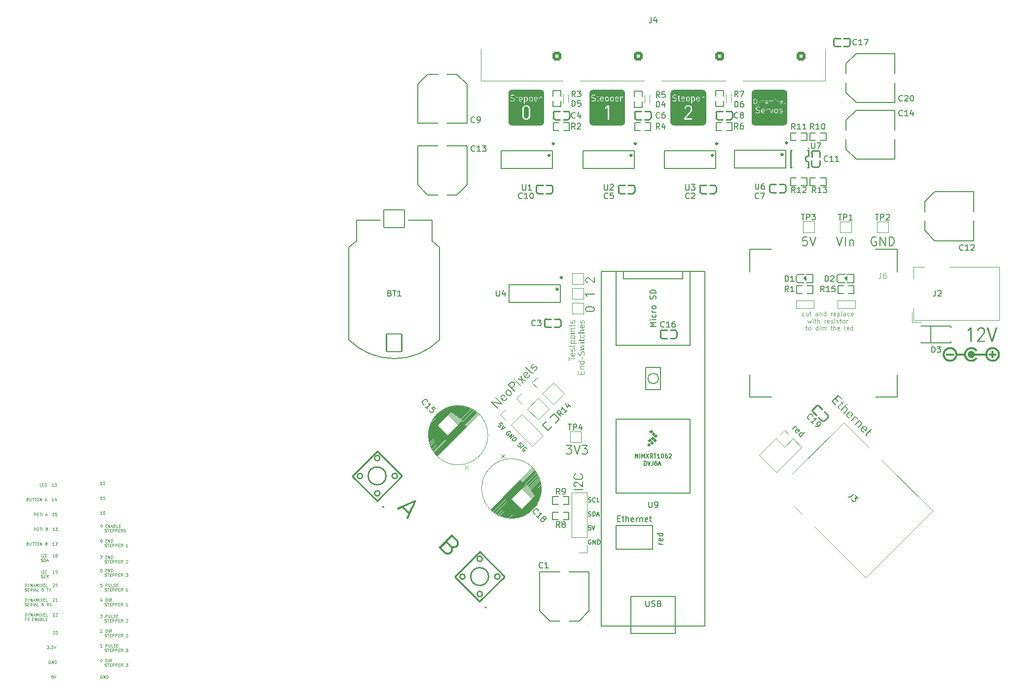
<source format=gbr>
%TF.GenerationSoftware,KiCad,Pcbnew,7.0.5-0*%
%TF.CreationDate,2024-01-08T12:29:38+01:00*%
%TF.ProjectId,mollusc_motion_board,6d6f6c6c-7573-4635-9f6d-6f74696f6e5f,rev?*%
%TF.SameCoordinates,Original*%
%TF.FileFunction,Legend,Top*%
%TF.FilePolarity,Positive*%
%FSLAX46Y46*%
G04 Gerber Fmt 4.6, Leading zero omitted, Abs format (unit mm)*
G04 Created by KiCad (PCBNEW 7.0.5-0) date 2024-01-08 12:29:38*
%MOMM*%
%LPD*%
G01*
G04 APERTURE LIST*
G04 Aperture macros list*
%AMRoundRect*
0 Rectangle with rounded corners*
0 $1 Rounding radius*
0 $2 $3 $4 $5 $6 $7 $8 $9 X,Y pos of 4 corners*
0 Add a 4 corners polygon primitive as box body*
4,1,4,$2,$3,$4,$5,$6,$7,$8,$9,$2,$3,0*
0 Add four circle primitives for the rounded corners*
1,1,$1+$1,$2,$3*
1,1,$1+$1,$4,$5*
1,1,$1+$1,$6,$7*
1,1,$1+$1,$8,$9*
0 Add four rect primitives between the rounded corners*
20,1,$1+$1,$2,$3,$4,$5,0*
20,1,$1+$1,$4,$5,$6,$7,0*
20,1,$1+$1,$6,$7,$8,$9,0*
20,1,$1+$1,$8,$9,$2,$3,0*%
%AMHorizOval*
0 Thick line with rounded ends*
0 $1 width*
0 $2 $3 position (X,Y) of the first rounded end (center of the circle)*
0 $4 $5 position (X,Y) of the second rounded end (center of the circle)*
0 Add line between two ends*
20,1,$1,$2,$3,$4,$5,0*
0 Add two circle primitives to create the rounded ends*
1,1,$1,$2,$3*
1,1,$1,$4,$5*%
%AMRotRect*
0 Rectangle, with rotation*
0 The origin of the aperture is its center*
0 $1 length*
0 $2 width*
0 $3 Rotation angle, in degrees counterclockwise*
0 Add horizontal line*
21,1,$1,$2,0,0,$3*%
%AMFreePoly0*
4,1,5,0.304674,-0.241351,-0.304928,-0.241351,-0.304928,0.241250,0.304674,0.241250,0.304674,-0.241351,0.304674,-0.241351,$1*%
%AMFreePoly1*
4,1,5,0.304674,-0.241199,-0.304928,-0.241199,-0.304928,0.241402,0.304674,0.241402,0.304674,-0.241199,0.304674,-0.241199,$1*%
G04 Aperture macros list end*
%ADD10C,0.000000*%
%ADD11C,0.004272*%
%ADD12C,0.150000*%
%ADD13C,0.062500*%
%ADD14C,0.100000*%
%ADD15C,0.152400*%
%ADD16C,0.059995*%
%ADD17C,0.300000*%
%ADD18C,0.120000*%
%ADD19C,0.150013*%
%ADD20C,0.127000*%
%ADD21C,0.254000*%
%ADD22C,0.200000*%
%ADD23R,0.806477X0.864008*%
%ADD24O,0.573990X2.037998*%
%ADD25FreePoly0,90.000000*%
%ADD26FreePoly1,90.000000*%
%ADD27R,1.500000X1.500000*%
%ADD28R,4.300000X1.259995*%
%ADD29R,0.800000X0.800000*%
%ADD30R,0.864008X0.806477*%
%ADD31RoundRect,0.102000X1.800000X1.500000X-1.800000X1.500000X-1.800000X-1.500000X1.800000X-1.500000X0*%
%ADD32RoundRect,0.102000X1.300000X1.500000X-1.300000X1.500000X-1.300000X-1.500000X1.300000X-1.500000X0*%
%ADD33C,5.600000*%
%ADD34RotRect,2.000000X2.000000X135.000000*%
%ADD35C,2.000000*%
%ADD36R,1.016000X0.889000*%
%ADD37RotRect,1.700000X1.700000X45.000000*%
%ADD38HorizOval,1.700000X0.000000X0.000000X0.000000X0.000000X0*%
%ADD39R,0.800000X0.900000*%
%ADD40R,1.700000X1.700000*%
%ADD41O,1.700000X1.700000*%
%ADD42C,2.500000*%
%ADD43C,2.040000*%
%ADD44R,2.040000X2.040000*%
%ADD45R,1.600000X1.600000*%
%ADD46C,1.600000*%
%ADD47R,1.259995X4.300000*%
%ADD48RotRect,1.350000X1.350000X315.000000*%
%ADD49HorizOval,1.350000X0.000000X0.000000X0.000000X0.000000X0*%
%ADD50R,1.800000X4.400000*%
%ADD51O,1.800000X4.000000*%
%ADD52O,4.000000X1.800000*%
%ADD53R,2.000000X2.000000*%
%ADD54RotRect,0.806477X0.864008X45.000000*%
%ADD55R,0.900000X0.800000*%
%ADD56RotRect,0.800000X0.900000X135.000000*%
%ADD57RotRect,1.900000X1.300000X135.000000*%
%ADD58C,3.250000*%
%ADD59RoundRect,0.250500X0.499500X0.499500X-0.499500X0.499500X-0.499500X-0.499500X0.499500X-0.499500X0*%
%ADD60C,1.500000*%
%ADD61C,3.000000*%
%ADD62RoundRect,0.250500X0.000000X-0.706400X0.706400X0.000000X0.000000X0.706400X-0.706400X0.000000X0*%
%ADD63RotRect,2.000000X2.000000X315.000000*%
%ADD64R,0.400000X1.100000*%
G04 APERTURE END LIST*
D10*
G36*
X-76840934Y12496080D02*
G01*
X-76826147Y12494818D01*
X-76812168Y12492747D01*
X-76798976Y12489891D01*
X-76786548Y12486277D01*
X-76774863Y12481930D01*
X-76763898Y12476877D01*
X-76753633Y12471142D01*
X-76744044Y12464752D01*
X-76735110Y12457732D01*
X-76726809Y12450108D01*
X-76719119Y12441905D01*
X-76712018Y12433151D01*
X-76705484Y12423869D01*
X-76699495Y12414086D01*
X-76694030Y12403827D01*
X-76689066Y12393119D01*
X-76684581Y12381987D01*
X-76680553Y12370457D01*
X-76676961Y12358554D01*
X-76673782Y12346304D01*
X-76670995Y12333733D01*
X-76666508Y12307730D01*
X-76663323Y12280752D01*
X-76661266Y12253003D01*
X-76660160Y12224690D01*
X-76659831Y12196019D01*
X-76660160Y12167344D01*
X-76661266Y12139022D01*
X-76663323Y12111261D01*
X-76666508Y12084266D01*
X-76670995Y12058245D01*
X-76676961Y12033403D01*
X-76684581Y12009948D01*
X-76689066Y11998804D01*
X-76694030Y11988084D01*
X-76699495Y11977815D01*
X-76705484Y11968020D01*
X-76712018Y11958727D01*
X-76719119Y11949961D01*
X-76726809Y11941749D01*
X-76735110Y11934115D01*
X-76744044Y11927085D01*
X-76753633Y11920686D01*
X-76763898Y11914943D01*
X-76774863Y11909882D01*
X-76786548Y11905529D01*
X-76798976Y11901909D01*
X-76812168Y11899049D01*
X-76826147Y11896974D01*
X-76840934Y11895711D01*
X-76856552Y11895284D01*
X-76872174Y11895711D01*
X-76886974Y11896974D01*
X-76900973Y11899049D01*
X-76914193Y11901909D01*
X-76926655Y11905529D01*
X-76938380Y11909882D01*
X-76949390Y11914943D01*
X-76959706Y11920686D01*
X-76969350Y11927085D01*
X-76978343Y11934115D01*
X-76986706Y11941749D01*
X-76994461Y11949961D01*
X-77001629Y11958727D01*
X-77008232Y11968020D01*
X-77014291Y11977815D01*
X-77019827Y11988084D01*
X-77024861Y11998804D01*
X-77029416Y12009948D01*
X-77033513Y12021489D01*
X-77037172Y12033403D01*
X-77040416Y12045664D01*
X-77043265Y12058245D01*
X-77047866Y12084266D01*
X-77051147Y12111261D01*
X-77053279Y12139022D01*
X-77054432Y12167344D01*
X-77054779Y12196019D01*
X-77054432Y12224690D01*
X-77053279Y12253003D01*
X-77051147Y12280752D01*
X-77047866Y12307730D01*
X-77043265Y12333733D01*
X-77037172Y12358554D01*
X-77029416Y12381987D01*
X-77024861Y12393119D01*
X-77019827Y12403827D01*
X-77014291Y12414086D01*
X-77008232Y12423869D01*
X-77001629Y12433151D01*
X-76994461Y12441905D01*
X-76986706Y12450108D01*
X-76978343Y12457732D01*
X-76969350Y12464752D01*
X-76959706Y12471142D01*
X-76949390Y12476877D01*
X-76938380Y12481930D01*
X-76926655Y12486277D01*
X-76914193Y12489891D01*
X-76900973Y12492747D01*
X-76886974Y12494818D01*
X-76872174Y12496080D01*
X-76856552Y12496506D01*
X-76840934Y12496080D01*
G37*
G36*
X-37468653Y12132006D02*
G01*
X-37456602Y12131402D01*
X-37444755Y12130372D01*
X-37433122Y12128898D01*
X-37421709Y12126962D01*
X-37410526Y12124545D01*
X-37399580Y12121629D01*
X-37388879Y12118196D01*
X-37378431Y12114227D01*
X-37368245Y12109704D01*
X-37358328Y12104608D01*
X-37348688Y12098921D01*
X-37339335Y12092625D01*
X-37330275Y12085701D01*
X-37321517Y12078131D01*
X-37313069Y12069896D01*
X-37307735Y12064036D01*
X-37302748Y12057910D01*
X-37298098Y12051528D01*
X-37293771Y12044898D01*
X-37289757Y12038030D01*
X-37286044Y12030933D01*
X-37282619Y12023617D01*
X-37279473Y12016090D01*
X-37273964Y12000444D01*
X-37269426Y11984068D01*
X-37265763Y11967037D01*
X-37262882Y11949425D01*
X-37260691Y11931307D01*
X-37259095Y11912757D01*
X-37258001Y11893849D01*
X-37257316Y11874658D01*
X-37256797Y11835722D01*
X-37256790Y11796544D01*
X-37256797Y11756546D01*
X-37257316Y11715447D01*
X-37259095Y11674290D01*
X-37260691Y11654015D01*
X-37262882Y11634116D01*
X-37265763Y11614723D01*
X-37269426Y11595968D01*
X-37273964Y11577979D01*
X-37279473Y11560887D01*
X-37286044Y11544823D01*
X-37293771Y11529917D01*
X-37302748Y11516299D01*
X-37307735Y11510013D01*
X-37313069Y11504099D01*
X-37321517Y11495860D01*
X-37330275Y11488281D01*
X-37339335Y11481344D01*
X-37348688Y11475032D01*
X-37358328Y11469326D01*
X-37368245Y11464208D01*
X-37378431Y11459662D01*
X-37388879Y11455670D01*
X-37399580Y11452213D01*
X-37410526Y11449275D01*
X-37421709Y11446837D01*
X-37433122Y11444882D01*
X-37444755Y11443392D01*
X-37456602Y11442350D01*
X-37468653Y11441738D01*
X-37480901Y11441538D01*
X-37666808Y11441538D01*
X-37666808Y12132204D01*
X-37480901Y12132204D01*
X-37468653Y12132006D01*
G37*
G36*
X-35421972Y11568667D02*
G01*
X-35422084Y11559661D01*
X-35422422Y11551013D01*
X-35422988Y11542721D01*
X-35423784Y11534786D01*
X-35424813Y11527205D01*
X-35426077Y11519978D01*
X-35427578Y11513104D01*
X-35429318Y11506581D01*
X-35431300Y11500408D01*
X-35433525Y11494584D01*
X-35435996Y11489109D01*
X-35438715Y11483980D01*
X-35441685Y11479197D01*
X-35444907Y11474759D01*
X-35448384Y11470665D01*
X-35452118Y11466913D01*
X-35455625Y11463616D01*
X-35459172Y11460505D01*
X-35462761Y11457575D01*
X-35466391Y11454820D01*
X-35473772Y11449815D01*
X-35481314Y11445448D01*
X-35489017Y11441675D01*
X-35496879Y11438455D01*
X-35504900Y11435743D01*
X-35513077Y11433499D01*
X-35521411Y11431678D01*
X-35529899Y11430239D01*
X-35538541Y11429138D01*
X-35547336Y11428334D01*
X-35556283Y11427782D01*
X-35565379Y11427441D01*
X-35584020Y11427219D01*
X-35600943Y11427600D01*
X-35616673Y11428745D01*
X-35631224Y11430661D01*
X-35644609Y11433351D01*
X-35656843Y11436822D01*
X-35662533Y11438851D01*
X-35667940Y11441078D01*
X-35673066Y11443502D01*
X-35677914Y11446124D01*
X-35682483Y11448946D01*
X-35686778Y11451967D01*
X-35690798Y11455188D01*
X-35694546Y11458610D01*
X-35698025Y11462233D01*
X-35701234Y11466059D01*
X-35704177Y11470087D01*
X-35706854Y11474319D01*
X-35709269Y11478755D01*
X-35711421Y11483395D01*
X-35713314Y11488241D01*
X-35714949Y11493293D01*
X-35716327Y11498552D01*
X-35717451Y11504017D01*
X-35718323Y11509691D01*
X-35718943Y11515574D01*
X-35719437Y11527967D01*
X-35719310Y11534278D01*
X-35718930Y11540399D01*
X-35718295Y11546329D01*
X-35717407Y11552067D01*
X-35716263Y11557613D01*
X-35714864Y11562965D01*
X-35713209Y11568124D01*
X-35711299Y11573088D01*
X-35709132Y11577857D01*
X-35706708Y11582431D01*
X-35704026Y11586808D01*
X-35701087Y11590988D01*
X-35697890Y11594971D01*
X-35694434Y11598755D01*
X-35690719Y11602341D01*
X-35686745Y11605727D01*
X-35682510Y11608913D01*
X-35678016Y11611897D01*
X-35673261Y11614681D01*
X-35668245Y11617262D01*
X-35662968Y11619640D01*
X-35657428Y11621815D01*
X-35651626Y11623786D01*
X-35645562Y11625552D01*
X-35639235Y11627113D01*
X-35632643Y11628468D01*
X-35625788Y11629616D01*
X-35618669Y11630557D01*
X-35611285Y11631290D01*
X-35603636Y11631814D01*
X-35595721Y11632129D01*
X-35587540Y11632235D01*
X-35421972Y11632235D01*
X-35421972Y11568667D01*
G37*
G36*
X-95653736Y-56875676D02*
G01*
X-97116273Y-60030994D01*
X-97378946Y-59768319D01*
X-97041687Y-59061370D01*
X-98050221Y-58052835D01*
X-98757168Y-58390095D01*
X-99019841Y-58127420D01*
X-98556594Y-57913395D01*
X-97761605Y-57913395D01*
X-96899000Y-58776000D01*
X-96107738Y-57128621D01*
X-97761605Y-57913395D01*
X-98556594Y-57913395D01*
X-95861280Y-56668131D01*
X-95653736Y-56875676D01*
G37*
G36*
X-76861468Y-34702328D02*
G01*
X-76838366Y-34703698D01*
X-76815173Y-34706369D01*
X-76791908Y-34710337D01*
X-76768588Y-34715598D01*
X-76745232Y-34722147D01*
X-76721859Y-34729980D01*
X-76698485Y-34739092D01*
X-76675131Y-34749478D01*
X-76651812Y-34761135D01*
X-76628549Y-34774058D01*
X-76605358Y-34788242D01*
X-76582259Y-34803682D01*
X-76559269Y-34820375D01*
X-76536406Y-34838316D01*
X-76513689Y-34857500D01*
X-76491136Y-34877924D01*
X-76468765Y-34899581D01*
X-76415064Y-34953282D01*
X-76955327Y-35493541D01*
X-76938828Y-35509554D01*
X-76922288Y-35524640D01*
X-76905715Y-35538797D01*
X-76889116Y-35552021D01*
X-76872498Y-35564311D01*
X-76855867Y-35575665D01*
X-76839233Y-35586079D01*
X-76822600Y-35595551D01*
X-76805977Y-35604080D01*
X-76789371Y-35611662D01*
X-76772789Y-35618296D01*
X-76756237Y-35623978D01*
X-76739724Y-35628707D01*
X-76723256Y-35632480D01*
X-76706841Y-35635295D01*
X-76690485Y-35637149D01*
X-76674196Y-35638040D01*
X-76657981Y-35637966D01*
X-76641846Y-35636923D01*
X-76625800Y-35634911D01*
X-76609850Y-35631926D01*
X-76594001Y-35627967D01*
X-76578263Y-35623030D01*
X-76562641Y-35617113D01*
X-76547143Y-35610214D01*
X-76531776Y-35602331D01*
X-76516548Y-35593460D01*
X-76501465Y-35583601D01*
X-76486534Y-35572750D01*
X-76471763Y-35560905D01*
X-76457159Y-35548064D01*
X-76442729Y-35534223D01*
X-76426109Y-35516951D01*
X-76410994Y-35499863D01*
X-76397323Y-35482874D01*
X-76385038Y-35465902D01*
X-76374077Y-35448864D01*
X-76364382Y-35431675D01*
X-76355894Y-35414253D01*
X-76348551Y-35396514D01*
X-76342296Y-35378374D01*
X-76337068Y-35359751D01*
X-76332808Y-35340560D01*
X-76329456Y-35320718D01*
X-76326953Y-35300143D01*
X-76325239Y-35278749D01*
X-76324254Y-35256455D01*
X-76323939Y-35233176D01*
X-76174225Y-35223411D01*
X-76174624Y-35253405D01*
X-76175891Y-35282426D01*
X-76178130Y-35310570D01*
X-76181447Y-35337932D01*
X-76185946Y-35364607D01*
X-76191733Y-35390692D01*
X-76198911Y-35416280D01*
X-76207587Y-35441468D01*
X-76217864Y-35466351D01*
X-76229848Y-35491024D01*
X-76243644Y-35515582D01*
X-76259356Y-35540122D01*
X-76277089Y-35564738D01*
X-76296949Y-35589525D01*
X-76319039Y-35614579D01*
X-76343465Y-35639996D01*
X-76383751Y-35677292D01*
X-76404349Y-35694138D01*
X-76425243Y-35709760D01*
X-76446425Y-35724139D01*
X-76467888Y-35737259D01*
X-76489628Y-35749103D01*
X-76511635Y-35759652D01*
X-76533905Y-35768891D01*
X-76556431Y-35776802D01*
X-76579206Y-35783367D01*
X-76602223Y-35788568D01*
X-76625476Y-35792390D01*
X-76648959Y-35794815D01*
X-76672665Y-35795824D01*
X-76696586Y-35795402D01*
X-76720718Y-35793530D01*
X-76745053Y-35790192D01*
X-76769584Y-35785370D01*
X-76794306Y-35779046D01*
X-76819211Y-35771204D01*
X-76844293Y-35761827D01*
X-76869545Y-35750897D01*
X-76894961Y-35738396D01*
X-76920535Y-35724308D01*
X-76946259Y-35708615D01*
X-76972128Y-35691300D01*
X-76998134Y-35672345D01*
X-77024271Y-35651734D01*
X-77043197Y-35635673D01*
X-77050533Y-35629449D01*
X-77076912Y-35605472D01*
X-77103403Y-35579787D01*
X-77126979Y-35555481D01*
X-77149192Y-35531086D01*
X-77170042Y-35506620D01*
X-77189530Y-35482099D01*
X-77207658Y-35457540D01*
X-77224424Y-35432960D01*
X-77239831Y-35408375D01*
X-77253879Y-35383801D01*
X-77266567Y-35359256D01*
X-77277898Y-35334757D01*
X-77287871Y-35310319D01*
X-77296487Y-35285961D01*
X-77303747Y-35261697D01*
X-77309651Y-35237546D01*
X-77314200Y-35213523D01*
X-77317394Y-35189646D01*
X-77319234Y-35165930D01*
X-77319618Y-35147383D01*
X-77172544Y-35147383D01*
X-77171552Y-35167727D01*
X-77169034Y-35188015D01*
X-77164981Y-35208174D01*
X-77159383Y-35228133D01*
X-77152232Y-35247820D01*
X-77147395Y-35259032D01*
X-77142606Y-35269553D01*
X-77137798Y-35279493D01*
X-77132905Y-35288961D01*
X-77127859Y-35298066D01*
X-77122594Y-35306918D01*
X-77117042Y-35315627D01*
X-77111138Y-35324303D01*
X-77104815Y-35333056D01*
X-77098005Y-35341994D01*
X-77090643Y-35351228D01*
X-77082660Y-35360867D01*
X-77064569Y-35381799D01*
X-77043197Y-35405668D01*
X-76620102Y-34982574D01*
X-76643972Y-34961203D01*
X-76664904Y-34943112D01*
X-76674543Y-34935129D01*
X-76683777Y-34927767D01*
X-76692715Y-34920957D01*
X-76701467Y-34914634D01*
X-76710143Y-34908730D01*
X-76718853Y-34903179D01*
X-76727705Y-34897915D01*
X-76736811Y-34892869D01*
X-76746279Y-34887976D01*
X-76756219Y-34883169D01*
X-76766741Y-34878381D01*
X-76777954Y-34873546D01*
X-76797640Y-34866393D01*
X-76817598Y-34860794D01*
X-76837757Y-34856740D01*
X-76858044Y-34854221D01*
X-76878388Y-34853228D01*
X-76898718Y-34853751D01*
X-76918963Y-34855780D01*
X-76939050Y-34859307D01*
X-76958908Y-34864320D01*
X-76978466Y-34870812D01*
X-76997653Y-34878772D01*
X-77016396Y-34888191D01*
X-77034624Y-34899059D01*
X-77052266Y-34911367D01*
X-77069250Y-34925106D01*
X-77085505Y-34940265D01*
X-77100664Y-34956519D01*
X-77114402Y-34973503D01*
X-77126711Y-34991145D01*
X-77137579Y-35009373D01*
X-77146998Y-35028116D01*
X-77154958Y-35047303D01*
X-77161450Y-35066861D01*
X-77166464Y-35086720D01*
X-77169991Y-35106807D01*
X-77172021Y-35127052D01*
X-77172544Y-35147383D01*
X-77319618Y-35147383D01*
X-77319721Y-35142394D01*
X-77318856Y-35119053D01*
X-77316638Y-35095924D01*
X-77313068Y-35073024D01*
X-77308148Y-35050370D01*
X-77301877Y-35027977D01*
X-77294257Y-35005864D01*
X-77285287Y-34984046D01*
X-77274969Y-34962541D01*
X-77263303Y-34941364D01*
X-77250289Y-34920533D01*
X-77235929Y-34900065D01*
X-77220222Y-34879975D01*
X-77203170Y-34860282D01*
X-77184774Y-34841000D01*
X-77165211Y-34822311D01*
X-77145285Y-34804991D01*
X-77125015Y-34789034D01*
X-77104417Y-34774437D01*
X-77083511Y-34761196D01*
X-77062314Y-34749304D01*
X-77040845Y-34738760D01*
X-77019121Y-34729557D01*
X-76997162Y-34721691D01*
X-76974985Y-34715158D01*
X-76952608Y-34709953D01*
X-76930050Y-34706072D01*
X-76907329Y-34703511D01*
X-76884462Y-34702264D01*
X-76861468Y-34702328D01*
G37*
G36*
X1330938Y-27020260D02*
G01*
X1368425Y-27022561D01*
X1405074Y-27026369D01*
X1440857Y-27031663D01*
X1475749Y-27038423D01*
X1509723Y-27046626D01*
X1542752Y-27056252D01*
X1574811Y-27067279D01*
X1605872Y-27079685D01*
X1635909Y-27093450D01*
X1664896Y-27108552D01*
X1692806Y-27124970D01*
X1719613Y-27142682D01*
X1745289Y-27161668D01*
X1769810Y-27181905D01*
X1793148Y-27203373D01*
X1815276Y-27226051D01*
X1836169Y-27249916D01*
X1855799Y-27274947D01*
X1874141Y-27301124D01*
X1891168Y-27328425D01*
X1906853Y-27356829D01*
X1921170Y-27386314D01*
X1934092Y-27416859D01*
X1945593Y-27448442D01*
X1955646Y-27481043D01*
X1964226Y-27514640D01*
X1971305Y-27549212D01*
X1976857Y-27584738D01*
X1980855Y-27621195D01*
X1983274Y-27658563D01*
X1984086Y-27696821D01*
X1983339Y-27733725D01*
X1981089Y-27769147D01*
X1977319Y-27803256D01*
X1972015Y-27836223D01*
X1965160Y-27868219D01*
X1956740Y-27899413D01*
X1946738Y-27929977D01*
X1935140Y-27960081D01*
X1921929Y-27989896D01*
X1907090Y-28019592D01*
X1890608Y-28049340D01*
X1872467Y-28079309D01*
X1852652Y-28109672D01*
X1831147Y-28140598D01*
X1807937Y-28172257D01*
X1783006Y-28204821D01*
X904588Y-29326655D01*
X1984086Y-29326655D01*
X1984086Y-29552434D01*
X597673Y-29552434D01*
X597673Y-29326655D01*
X1588975Y-28067238D01*
X1606257Y-28044242D01*
X1622388Y-28021515D01*
X1637371Y-27998994D01*
X1651211Y-27976618D01*
X1663915Y-27954325D01*
X1675488Y-27932053D01*
X1685933Y-27909739D01*
X1695257Y-27887321D01*
X1703465Y-27864739D01*
X1710562Y-27841929D01*
X1716553Y-27818829D01*
X1721443Y-27795378D01*
X1725238Y-27771514D01*
X1727941Y-27747174D01*
X1729560Y-27722297D01*
X1730098Y-27696821D01*
X1729624Y-27671626D01*
X1728209Y-27646985D01*
X1725860Y-27622914D01*
X1722587Y-27599429D01*
X1718400Y-27576545D01*
X1713307Y-27554280D01*
X1707318Y-27532649D01*
X1700441Y-27511668D01*
X1692685Y-27491355D01*
X1684060Y-27471723D01*
X1674574Y-27452791D01*
X1664237Y-27434574D01*
X1653058Y-27417088D01*
X1641045Y-27400350D01*
X1628208Y-27384375D01*
X1614556Y-27369179D01*
X1600098Y-27354780D01*
X1584843Y-27341192D01*
X1568799Y-27328432D01*
X1551977Y-27316517D01*
X1534385Y-27305462D01*
X1516031Y-27295284D01*
X1496926Y-27285998D01*
X1477078Y-27277622D01*
X1456496Y-27270170D01*
X1435190Y-27263659D01*
X1413168Y-27258106D01*
X1390439Y-27253526D01*
X1367013Y-27249936D01*
X1342898Y-27247352D01*
X1318104Y-27245789D01*
X1292639Y-27245265D01*
X1249358Y-27246810D01*
X1206996Y-27251508D01*
X1165812Y-27259450D01*
X1145743Y-27264668D01*
X1126065Y-27270731D01*
X1106811Y-27277653D01*
X1088012Y-27285444D01*
X1069703Y-27294116D01*
X1051913Y-27303680D01*
X1034677Y-27314150D01*
X1018026Y-27325535D01*
X1001993Y-27337847D01*
X986609Y-27351099D01*
X971907Y-27365302D01*
X957920Y-27380467D01*
X944680Y-27396606D01*
X932218Y-27413731D01*
X920568Y-27431854D01*
X909762Y-27450985D01*
X899831Y-27471137D01*
X890809Y-27492321D01*
X882727Y-27514549D01*
X875618Y-27537833D01*
X869514Y-27562183D01*
X864447Y-27587613D01*
X860450Y-27614133D01*
X857555Y-27641755D01*
X855794Y-27670490D01*
X855200Y-27700351D01*
X601203Y-27700351D01*
X601995Y-27663635D01*
X604356Y-27627592D01*
X608263Y-27592254D01*
X613694Y-27557654D01*
X620627Y-27523824D01*
X629038Y-27490797D01*
X638905Y-27458604D01*
X650205Y-27427277D01*
X662916Y-27396851D01*
X677016Y-27367355D01*
X692480Y-27338823D01*
X709288Y-27311288D01*
X727416Y-27284781D01*
X746842Y-27259334D01*
X767543Y-27234980D01*
X789496Y-27211752D01*
X812679Y-27189681D01*
X837070Y-27168800D01*
X862645Y-27149142D01*
X889382Y-27130737D01*
X917259Y-27113620D01*
X946252Y-27097821D01*
X976340Y-27083374D01*
X1007499Y-27070310D01*
X1039708Y-27058663D01*
X1072942Y-27048463D01*
X1107181Y-27039744D01*
X1142401Y-27032538D01*
X1178579Y-27026877D01*
X1215693Y-27022794D01*
X1253721Y-27020320D01*
X1292639Y-27019488D01*
X1330938Y-27020260D01*
G37*
G36*
X-49896983Y12515063D02*
G01*
X-49881886Y12513473D01*
X-49867169Y12510858D01*
X-49852871Y12507250D01*
X-49839033Y12502677D01*
X-49825694Y12497170D01*
X-49812894Y12490758D01*
X-49800673Y12483472D01*
X-49789071Y12475340D01*
X-49778126Y12466393D01*
X-49767880Y12456661D01*
X-49758371Y12446173D01*
X-49749639Y12434959D01*
X-49741725Y12423049D01*
X-49734668Y12410473D01*
X-49728507Y12397261D01*
X-49725377Y12389371D01*
X-49722567Y12381848D01*
X-49720054Y12374603D01*
X-49717818Y12367550D01*
X-49715836Y12360602D01*
X-49714087Y12353670D01*
X-49712549Y12346669D01*
X-49711201Y12339510D01*
X-49710020Y12332107D01*
X-49708986Y12324373D01*
X-49708076Y12316219D01*
X-49707270Y12307560D01*
X-49705878Y12288373D01*
X-49704637Y12266116D01*
X-50120195Y12266116D01*
X-50119026Y12288373D01*
X-50117668Y12307560D01*
X-50115957Y12324373D01*
X-50114917Y12332107D01*
X-50113727Y12339510D01*
X-50112366Y12346669D01*
X-50110814Y12353670D01*
X-50109050Y12360602D01*
X-50107053Y12367550D01*
X-50104804Y12374603D01*
X-50102280Y12381848D01*
X-50096330Y12397261D01*
X-50093363Y12403945D01*
X-50090168Y12410473D01*
X-50086748Y12416843D01*
X-50083109Y12423049D01*
X-50079256Y12429089D01*
X-50075193Y12434959D01*
X-50070927Y12440655D01*
X-50066461Y12446173D01*
X-50061800Y12451509D01*
X-50056951Y12456661D01*
X-50051917Y12461623D01*
X-50046704Y12466393D01*
X-50041316Y12470966D01*
X-50035759Y12475340D01*
X-50030038Y12479509D01*
X-50024157Y12483472D01*
X-50018121Y12487222D01*
X-50011936Y12490758D01*
X-50005606Y12494075D01*
X-49999137Y12497170D01*
X-49992533Y12500038D01*
X-49985799Y12502677D01*
X-49978940Y12505082D01*
X-49971962Y12507250D01*
X-49964869Y12509176D01*
X-49957666Y12510858D01*
X-49950359Y12512291D01*
X-49942951Y12513473D01*
X-49935448Y12514398D01*
X-49927856Y12515063D01*
X-49920179Y12515465D01*
X-49912421Y12515600D01*
X-49896983Y12515063D01*
G37*
G36*
X-67803230Y-35085244D02*
G01*
X-67404772Y-35085244D01*
X-67404772Y-34589939D01*
X-67296821Y-34589939D01*
X-67296821Y-35085244D01*
X-66888832Y-35085244D01*
X-66888832Y-34504215D01*
X-66780884Y-34504215D01*
X-66780884Y-35205890D01*
X-67911181Y-35205890D01*
X-67911181Y-34504215D01*
X-67803230Y-34504215D01*
X-67803230Y-35085244D01*
G37*
G36*
X-67055333Y-55050932D02*
G01*
X-68693877Y-55050932D01*
X-68693877Y-54876036D01*
X-67055333Y-54876036D01*
X-67055333Y-55050932D01*
G37*
G36*
X-32583592Y13796385D02*
G01*
X-32552491Y13794016D01*
X-32521841Y13790116D01*
X-32491679Y13784723D01*
X-32462044Y13777875D01*
X-32432975Y13769611D01*
X-32404510Y13759971D01*
X-32376688Y13748991D01*
X-32349547Y13736712D01*
X-32323127Y13723172D01*
X-32297466Y13708409D01*
X-32272602Y13692462D01*
X-32248575Y13675369D01*
X-32225422Y13657170D01*
X-32203183Y13637903D01*
X-32181896Y13617607D01*
X-32161599Y13596320D01*
X-32142332Y13574080D01*
X-32124133Y13550928D01*
X-32107041Y13526900D01*
X-32091094Y13502036D01*
X-32076331Y13476375D01*
X-32062791Y13449955D01*
X-32050512Y13422815D01*
X-32039532Y13394993D01*
X-32029892Y13366528D01*
X-32021628Y13337458D01*
X-32014780Y13307824D01*
X-32009387Y13277662D01*
X-32005487Y13247011D01*
X-32003118Y13215911D01*
X-32002320Y13184400D01*
X-32002320Y8282682D01*
X-32003118Y8251171D01*
X-32005487Y8220071D01*
X-32009387Y8189421D01*
X-32014780Y8159259D01*
X-32021628Y8129624D01*
X-32029892Y8100555D01*
X-32039532Y8072090D01*
X-32050512Y8044268D01*
X-32062791Y8017128D01*
X-32076331Y7990708D01*
X-32091094Y7965047D01*
X-32107041Y7940183D01*
X-32124133Y7916156D01*
X-32142332Y7893003D01*
X-32161599Y7870764D01*
X-32181896Y7849477D01*
X-32203183Y7829181D01*
X-32225422Y7809914D01*
X-32248575Y7791715D01*
X-32272602Y7774623D01*
X-32297466Y7758676D01*
X-32323127Y7743913D01*
X-32349547Y7730372D01*
X-32376688Y7718093D01*
X-32404510Y7707114D01*
X-32432975Y7697473D01*
X-32462044Y7689210D01*
X-32491679Y7682362D01*
X-32521841Y7676969D01*
X-32552491Y7673068D01*
X-32583592Y7670700D01*
X-32615103Y7669902D01*
X-37516825Y7669902D01*
X-37548336Y7670700D01*
X-37579435Y7673068D01*
X-37610085Y7676969D01*
X-37640247Y7682362D01*
X-37669882Y7689210D01*
X-37698951Y7697473D01*
X-37727415Y7707114D01*
X-37755237Y7718093D01*
X-37782377Y7730372D01*
X-37808797Y7743913D01*
X-37834458Y7758676D01*
X-37859321Y7774623D01*
X-37883349Y7791715D01*
X-37906501Y7809914D01*
X-37928740Y7829181D01*
X-37950027Y7849477D01*
X-37970324Y7870764D01*
X-37989591Y7893003D01*
X-38007789Y7916156D01*
X-38024882Y7940183D01*
X-38040829Y7965047D01*
X-38055592Y7990708D01*
X-38069132Y8017128D01*
X-38081411Y8044268D01*
X-38092390Y8072090D01*
X-38102031Y8100555D01*
X-38110295Y8129624D01*
X-38117142Y8159259D01*
X-38122536Y8189421D01*
X-38126436Y8220071D01*
X-38128804Y8251171D01*
X-38129602Y8282682D01*
X-38129602Y9886104D01*
X-37441192Y9886104D01*
X-37421012Y9866735D01*
X-37400645Y9848836D01*
X-37380012Y9832378D01*
X-37359032Y9817330D01*
X-37337625Y9803662D01*
X-37315711Y9791343D01*
X-37293209Y9780341D01*
X-37270039Y9770628D01*
X-37246122Y9762172D01*
X-37221377Y9754942D01*
X-37195723Y9748909D01*
X-37169080Y9744041D01*
X-37141369Y9740308D01*
X-37112509Y9737679D01*
X-37082419Y9736125D01*
X-37051020Y9735613D01*
X-37007601Y9737044D01*
X-36966174Y9741293D01*
X-36926848Y9748292D01*
X-36889737Y9757973D01*
X-36872046Y9763798D01*
X-36854951Y9770268D01*
X-36838466Y9777375D01*
X-36822604Y9785110D01*
X-36807379Y9793465D01*
X-36792806Y9802431D01*
X-36778899Y9812000D01*
X-36765670Y9822163D01*
X-36753136Y9832912D01*
X-36741308Y9844239D01*
X-36730202Y9856134D01*
X-36719831Y9868591D01*
X-36710209Y9881599D01*
X-36701351Y9895150D01*
X-36693270Y9909237D01*
X-36685981Y9923851D01*
X-36679496Y9938983D01*
X-36673831Y9954624D01*
X-36668999Y9970767D01*
X-36665014Y9987402D01*
X-36661890Y10004522D01*
X-36659642Y10022118D01*
X-36658283Y10040181D01*
X-36657826Y10058704D01*
X-36658217Y10076182D01*
X-36659384Y10093274D01*
X-36661321Y10109967D01*
X-36664021Y10126246D01*
X-36666715Y10138598D01*
X-36467392Y10138598D01*
X-36466995Y10112972D01*
X-36465814Y10088239D01*
X-36463860Y10064394D01*
X-36461145Y10041431D01*
X-36457681Y10019345D01*
X-36453478Y9998131D01*
X-36448550Y9977784D01*
X-36442907Y9958299D01*
X-36436561Y9939670D01*
X-36429525Y9921892D01*
X-36421810Y9904960D01*
X-36413427Y9888870D01*
X-36404389Y9873614D01*
X-36394706Y9859189D01*
X-36384392Y9845590D01*
X-36373457Y9832810D01*
X-36361913Y9820845D01*
X-36349772Y9809690D01*
X-36337046Y9799339D01*
X-36323747Y9789787D01*
X-36309885Y9781030D01*
X-36295474Y9773061D01*
X-36280524Y9765875D01*
X-36265048Y9759469D01*
X-36249057Y9753835D01*
X-36232562Y9748969D01*
X-36215577Y9744867D01*
X-36198111Y9741522D01*
X-36161788Y9737083D01*
X-36123688Y9735613D01*
X-36099225Y9736101D01*
X-36076083Y9737561D01*
X-36054165Y9739988D01*
X-36033373Y9743377D01*
X-36024128Y9745410D01*
X-35576991Y9745410D01*
X-35461919Y9745410D01*
X-35461919Y10228041D01*
X-35461704Y10239212D01*
X-35461064Y10250202D01*
X-35460005Y10260998D01*
X-35458531Y10271589D01*
X-35456650Y10281965D01*
X-35454367Y10292113D01*
X-35451688Y10302022D01*
X-35448619Y10311681D01*
X-35445166Y10321079D01*
X-35441334Y10330205D01*
X-35437130Y10339046D01*
X-35432559Y10347592D01*
X-35427628Y10355832D01*
X-35422342Y10363754D01*
X-35416707Y10371346D01*
X-35410728Y10378598D01*
X-35404413Y10385498D01*
X-35397767Y10392035D01*
X-35390795Y10398198D01*
X-35383504Y10403975D01*
X-35375899Y10409354D01*
X-35367986Y10414326D01*
X-35359772Y10418877D01*
X-35351262Y10422998D01*
X-35342462Y10426676D01*
X-35333377Y10429900D01*
X-35324015Y10432659D01*
X-35314380Y10434943D01*
X-35304478Y10436738D01*
X-35294316Y10438034D01*
X-35283900Y10438821D01*
X-35273234Y10439085D01*
X-35262163Y10438914D01*
X-35251710Y10438385D01*
X-35241816Y10437479D01*
X-35232423Y10436173D01*
X-35223471Y10434445D01*
X-35214903Y10432276D01*
X-35206658Y10429642D01*
X-35198678Y10426524D01*
X-35190905Y10422899D01*
X-35183278Y10418747D01*
X-35175740Y10414045D01*
X-35168232Y10408773D01*
X-35160694Y10402909D01*
X-35153067Y10396432D01*
X-35145294Y10389320D01*
X-35137314Y10381552D01*
X-35052394Y10467976D01*
X-35062921Y10478036D01*
X-35073507Y10487226D01*
X-35084175Y10495576D01*
X-35094948Y10503117D01*
X-35105852Y10509878D01*
X-35116908Y10515892D01*
X-35128141Y10521187D01*
X-35139573Y10525796D01*
X-35151230Y10529748D01*
X-35158541Y10531790D01*
X-35030029Y10531790D01*
X-34742366Y9745410D01*
X-34640106Y9745410D01*
X-34495390Y10138598D01*
X-34246659Y10138598D01*
X-34245822Y10093563D01*
X-34244670Y10071508D01*
X-34242934Y10049794D01*
X-34240543Y10028449D01*
X-34237425Y10007497D01*
X-34233511Y9986965D01*
X-34228728Y9966878D01*
X-34223006Y9947262D01*
X-34216274Y9928143D01*
X-34208461Y9909546D01*
X-34199495Y9891498D01*
X-34189305Y9874024D01*
X-34177821Y9857149D01*
X-34164972Y9840901D01*
X-34150686Y9825304D01*
X-34140267Y9815312D01*
X-34129359Y9805797D01*
X-34117962Y9796782D01*
X-34106076Y9788290D01*
X-34093702Y9780344D01*
X-34080838Y9772967D01*
X-34067486Y9766183D01*
X-34053645Y9760014D01*
X-34039315Y9754484D01*
X-34024497Y9749617D01*
X-34009190Y9745434D01*
X-33993394Y9741961D01*
X-33977110Y9739218D01*
X-33960336Y9737231D01*
X-33943074Y9736021D01*
X-33925324Y9735613D01*
X-33907573Y9736021D01*
X-33890311Y9737231D01*
X-33873538Y9739218D01*
X-33857254Y9741961D01*
X-33841458Y9745434D01*
X-33826151Y9749617D01*
X-33811332Y9754484D01*
X-33797003Y9760014D01*
X-33783162Y9766183D01*
X-33769809Y9772967D01*
X-33756946Y9780344D01*
X-33744572Y9788290D01*
X-33732686Y9796782D01*
X-33721289Y9805797D01*
X-33710381Y9815312D01*
X-33699962Y9825304D01*
X-33685718Y9840901D01*
X-33679193Y9849172D01*
X-33432892Y9849172D01*
X-33416481Y9834192D01*
X-33399647Y9820416D01*
X-33382373Y9807811D01*
X-33364641Y9796345D01*
X-33346436Y9785984D01*
X-33327739Y9776696D01*
X-33308535Y9768448D01*
X-33288806Y9761207D01*
X-33268534Y9754941D01*
X-33247705Y9749617D01*
X-33226299Y9745201D01*
X-33204302Y9741662D01*
X-33181694Y9738967D01*
X-33158461Y9737082D01*
X-33134584Y9735975D01*
X-33110047Y9735613D01*
X-33075071Y9736638D01*
X-33041626Y9739688D01*
X-33009812Y9744730D01*
X-32979729Y9751727D01*
X-32951478Y9760646D01*
X-32925158Y9771451D01*
X-32912753Y9777550D01*
X-32900870Y9784107D01*
X-32889519Y9791118D01*
X-32878713Y9798579D01*
X-32868465Y9806485D01*
X-32858788Y9814832D01*
X-32849694Y9823616D01*
X-32841195Y9832832D01*
X-32833305Y9842476D01*
X-32826034Y9852544D01*
X-32819397Y9863030D01*
X-32813405Y9873931D01*
X-32808072Y9885243D01*
X-32803409Y9896960D01*
X-32799429Y9909080D01*
X-32796144Y9921596D01*
X-32793568Y9934506D01*
X-32791712Y9947804D01*
X-32790590Y9961486D01*
X-32790213Y9975548D01*
X-32790487Y9989052D01*
X-32791304Y10002014D01*
X-32792655Y10014444D01*
X-32794530Y10026352D01*
X-32796919Y10037747D01*
X-32799815Y10048641D01*
X-32803206Y10059041D01*
X-32807085Y10068960D01*
X-32811441Y10078406D01*
X-32816266Y10087389D01*
X-32821549Y10095920D01*
X-32827283Y10104008D01*
X-32833457Y10111663D01*
X-32840062Y10118895D01*
X-32847090Y10125714D01*
X-32854530Y10132131D01*
X-32862373Y10138154D01*
X-32870610Y10143794D01*
X-32879233Y10149061D01*
X-32888230Y10153965D01*
X-32897594Y10158516D01*
X-32907315Y10162723D01*
X-32917384Y10166596D01*
X-32927791Y10170147D01*
X-32949582Y10176316D01*
X-32972616Y10181311D01*
X-32996816Y10185210D01*
X-33022111Y10188094D01*
X-33148235Y10199404D01*
X-33166135Y10201283D01*
X-33182642Y10203904D01*
X-33197791Y10207259D01*
X-33211612Y10211340D01*
X-33218036Y10213652D01*
X-33224140Y10216142D01*
X-33229929Y10218811D01*
X-33235406Y10221657D01*
X-33240577Y10224679D01*
X-33245444Y10227877D01*
X-33250013Y10231250D01*
X-33254286Y10234797D01*
X-33258269Y10238516D01*
X-33261966Y10242408D01*
X-33265379Y10246471D01*
X-33268515Y10250704D01*
X-33271376Y10255107D01*
X-33273966Y10259678D01*
X-33276291Y10264417D01*
X-33278353Y10269323D01*
X-33280158Y10274394D01*
X-33281708Y10279631D01*
X-33284064Y10290597D01*
X-33285454Y10302212D01*
X-33285910Y10314470D01*
X-33285732Y10321870D01*
X-33285199Y10329089D01*
X-33284312Y10336123D01*
X-33283072Y10342968D01*
X-33281482Y10349621D01*
X-33279540Y10356078D01*
X-33277250Y10362336D01*
X-33274612Y10368392D01*
X-33271627Y10374242D01*
X-33268297Y10379882D01*
X-33264623Y10385309D01*
X-33260605Y10390519D01*
X-33256246Y10395509D01*
X-33251546Y10400276D01*
X-33246506Y10404816D01*
X-33241128Y10409125D01*
X-33235413Y10413200D01*
X-33229362Y10417037D01*
X-33222976Y10420634D01*
X-33216257Y10423986D01*
X-33209206Y10427090D01*
X-33201823Y10429942D01*
X-33194110Y10432539D01*
X-33186069Y10434878D01*
X-33177700Y10436954D01*
X-33169005Y10438765D01*
X-33159985Y10440307D01*
X-33150640Y10441577D01*
X-33140973Y10442570D01*
X-33130984Y10443284D01*
X-33120675Y10443715D01*
X-33110047Y10443860D01*
X-33094852Y10443635D01*
X-33079896Y10442955D01*
X-33065188Y10441813D01*
X-33050736Y10440201D01*
X-33036549Y10438113D01*
X-33022637Y10435540D01*
X-33009006Y10432475D01*
X-32995668Y10428911D01*
X-32982629Y10424841D01*
X-32969900Y10420257D01*
X-32957488Y10415152D01*
X-32945403Y10409519D01*
X-32933653Y10403349D01*
X-32922247Y10396637D01*
X-32911194Y10389373D01*
X-32900503Y10381552D01*
X-32825389Y10456671D01*
X-32838931Y10467107D01*
X-32853157Y10476840D01*
X-32868039Y10485875D01*
X-32883548Y10494214D01*
X-32899656Y10501864D01*
X-32916335Y10508827D01*
X-32933557Y10515107D01*
X-32951293Y10520709D01*
X-32969514Y10525637D01*
X-32988193Y10529895D01*
X-33007300Y10533486D01*
X-33026809Y10536415D01*
X-33046689Y10538687D01*
X-33066914Y10540304D01*
X-33087454Y10541271D01*
X-33108282Y10541593D01*
X-33139191Y10540587D01*
X-33168906Y10537598D01*
X-33197316Y10532668D01*
X-33224312Y10525839D01*
X-33249782Y10517154D01*
X-33261911Y10512129D01*
X-33273617Y10506655D01*
X-33284886Y10500738D01*
X-33295705Y10494384D01*
X-33306060Y10487598D01*
X-33315938Y10480384D01*
X-33325323Y10472749D01*
X-33334203Y10464697D01*
X-33342563Y10456234D01*
X-33350391Y10447365D01*
X-33357671Y10438096D01*
X-33364391Y10428431D01*
X-33370537Y10418376D01*
X-33376094Y10407937D01*
X-33381049Y10397118D01*
X-33385388Y10385925D01*
X-33389097Y10374363D01*
X-33392163Y10362438D01*
X-33394572Y10350155D01*
X-33396309Y10337518D01*
X-33397362Y10324534D01*
X-33397716Y10311208D01*
X-33397478Y10299254D01*
X-33396764Y10287655D01*
X-33395577Y10276409D01*
X-33393918Y10265516D01*
X-33391789Y10254973D01*
X-33389191Y10244782D01*
X-33386127Y10234940D01*
X-33382598Y10225447D01*
X-33378605Y10216302D01*
X-33374150Y10207505D01*
X-33369236Y10199054D01*
X-33363864Y10190949D01*
X-33358034Y10183188D01*
X-33351751Y10175772D01*
X-33345013Y10168699D01*
X-33337825Y10161968D01*
X-33330187Y10155578D01*
X-33322101Y10149530D01*
X-33313568Y10143821D01*
X-33304591Y10138451D01*
X-33295171Y10133420D01*
X-33285310Y10128725D01*
X-33275009Y10124368D01*
X-33264270Y10120346D01*
X-33253096Y10116659D01*
X-33241487Y10113306D01*
X-33229445Y10110286D01*
X-33216973Y10107599D01*
X-33204071Y10105244D01*
X-33190741Y10103219D01*
X-33162807Y10100158D01*
X-33033168Y10089107D01*
X-33016666Y10087244D01*
X-33001348Y10084668D01*
X-32987198Y10081381D01*
X-32974200Y10077382D01*
X-32968128Y10075116D01*
X-32962337Y10072673D01*
X-32956826Y10070051D01*
X-32951593Y10067252D01*
X-32946635Y10064275D01*
X-32941950Y10061121D01*
X-32937537Y10057789D01*
X-32933393Y10054280D01*
X-32929516Y10050594D01*
X-32925904Y10046730D01*
X-32922556Y10042688D01*
X-32919468Y10038470D01*
X-32916639Y10034074D01*
X-32914067Y10029501D01*
X-32911750Y10024751D01*
X-32909686Y10019823D01*
X-32907872Y10014719D01*
X-32906307Y10009438D01*
X-32904988Y10003980D01*
X-32903913Y9998344D01*
X-32902490Y9986543D01*
X-32902019Y9974035D01*
X-32902253Y9965457D01*
X-32902950Y9957153D01*
X-32904107Y9949122D01*
X-32905715Y9941365D01*
X-32907771Y9933882D01*
X-32910268Y9926671D01*
X-32913200Y9919734D01*
X-32916563Y9913070D01*
X-32920350Y9906679D01*
X-32924555Y9900562D01*
X-32929174Y9894717D01*
X-32934200Y9889145D01*
X-32939628Y9883845D01*
X-32945451Y9878818D01*
X-32951665Y9874064D01*
X-32958264Y9869582D01*
X-32965242Y9865373D01*
X-32972593Y9861435D01*
X-32980312Y9857770D01*
X-32988393Y9854377D01*
X-32996830Y9851256D01*
X-33005619Y9848407D01*
X-33014752Y9845829D01*
X-33024225Y9843524D01*
X-33034031Y9841490D01*
X-33044166Y9839727D01*
X-33054623Y9838236D01*
X-33065397Y9837016D01*
X-33076482Y9836067D01*
X-33087872Y9835390D01*
X-33111547Y9834848D01*
X-33129673Y9835152D01*
X-33147485Y9836077D01*
X-33164969Y9837645D01*
X-33182112Y9839877D01*
X-33198900Y9842793D01*
X-33215319Y9846415D01*
X-33231357Y9850763D01*
X-33246999Y9855859D01*
X-33262232Y9861723D01*
X-33277042Y9868377D01*
X-33291416Y9875841D01*
X-33305339Y9884136D01*
X-33318800Y9893284D01*
X-33331783Y9903305D01*
X-33344275Y9914221D01*
X-33356263Y9926051D01*
X-33432892Y9849172D01*
X-33679193Y9849172D01*
X-33672899Y9857149D01*
X-33661437Y9874024D01*
X-33651260Y9891498D01*
X-33642300Y9909546D01*
X-33634485Y9928143D01*
X-33627747Y9947262D01*
X-33622015Y9966878D01*
X-33617219Y9986965D01*
X-33613289Y10007497D01*
X-33610156Y10028449D01*
X-33607750Y10049794D01*
X-33605999Y10071508D01*
X-33604836Y10093563D01*
X-33604189Y10115935D01*
X-33603989Y10138598D01*
X-33604836Y10183635D01*
X-33605999Y10205692D01*
X-33607750Y10227406D01*
X-33610156Y10248753D01*
X-33613289Y10269705D01*
X-33617219Y10290238D01*
X-33622015Y10310325D01*
X-33627747Y10329941D01*
X-33634485Y10349060D01*
X-33642300Y10367657D01*
X-33651260Y10385706D01*
X-33661437Y10403180D01*
X-33672899Y10420055D01*
X-33685718Y10436304D01*
X-33699962Y10451902D01*
X-33710381Y10461894D01*
X-33721289Y10471409D01*
X-33732686Y10480424D01*
X-33744572Y10488916D01*
X-33756946Y10496863D01*
X-33769809Y10504239D01*
X-33783162Y10511024D01*
X-33797003Y10517192D01*
X-33811332Y10522722D01*
X-33826151Y10527589D01*
X-33841458Y10531772D01*
X-33857254Y10535245D01*
X-33873538Y10537988D01*
X-33890311Y10539975D01*
X-33907573Y10541185D01*
X-33925324Y10541593D01*
X-33943074Y10541185D01*
X-33960336Y10539975D01*
X-33977110Y10537988D01*
X-33993394Y10535245D01*
X-34009190Y10531772D01*
X-34024497Y10527589D01*
X-34039315Y10522722D01*
X-34053645Y10517192D01*
X-34067486Y10511024D01*
X-34080838Y10504239D01*
X-34093702Y10496863D01*
X-34106076Y10488916D01*
X-34117962Y10480424D01*
X-34129359Y10471409D01*
X-34140267Y10461894D01*
X-34150686Y10451902D01*
X-34158013Y10444186D01*
X-34164972Y10436304D01*
X-34177821Y10420055D01*
X-34189305Y10403180D01*
X-34199495Y10385706D01*
X-34208461Y10367657D01*
X-34216274Y10349060D01*
X-34223006Y10329941D01*
X-34228728Y10310325D01*
X-34233511Y10290238D01*
X-34237425Y10269705D01*
X-34240543Y10248753D01*
X-34242934Y10227406D01*
X-34244670Y10205692D01*
X-34245822Y10183635D01*
X-34246461Y10161262D01*
X-34246659Y10138598D01*
X-34495390Y10138598D01*
X-34350673Y10531790D01*
X-34475291Y10531790D01*
X-34691111Y9900423D01*
X-34905416Y10531790D01*
X-35030029Y10531790D01*
X-35158541Y10531790D01*
X-35163134Y10533074D01*
X-35175309Y10535804D01*
X-35187779Y10537970D01*
X-35200566Y10539601D01*
X-35213696Y10540728D01*
X-35227190Y10541382D01*
X-35241074Y10541593D01*
X-35258109Y10541128D01*
X-35274977Y10539748D01*
X-35291619Y10537474D01*
X-35307981Y10534327D01*
X-35324005Y10530327D01*
X-35339636Y10525495D01*
X-35354817Y10519854D01*
X-35369492Y10513423D01*
X-35383605Y10506223D01*
X-35397099Y10498276D01*
X-35409918Y10489602D01*
X-35422005Y10480223D01*
X-35433306Y10470160D01*
X-35443762Y10459432D01*
X-35453319Y10448062D01*
X-35461919Y10436071D01*
X-35461919Y10531790D01*
X-35576991Y10531790D01*
X-35576991Y9745410D01*
X-36024128Y9745410D01*
X-36013608Y9747723D01*
X-35994773Y9753021D01*
X-35976769Y9759265D01*
X-35959500Y9766451D01*
X-35942866Y9774573D01*
X-35926771Y9783625D01*
X-35911116Y9793604D01*
X-35895804Y9804504D01*
X-35880735Y9816320D01*
X-35865814Y9829046D01*
X-35850941Y9842677D01*
X-35836019Y9857209D01*
X-35914154Y9926051D01*
X-35925780Y9914735D01*
X-35937247Y9904237D01*
X-35948625Y9894545D01*
X-35959984Y9885647D01*
X-35971395Y9877530D01*
X-35982927Y9870182D01*
X-35994652Y9863592D01*
X-36006639Y9857748D01*
X-36018959Y9852636D01*
X-36031682Y9848245D01*
X-36044879Y9844563D01*
X-36058619Y9841578D01*
X-36072973Y9839277D01*
X-36088012Y9837649D01*
X-36103804Y9836681D01*
X-36120422Y9836361D01*
X-36134328Y9836650D01*
X-36147827Y9837517D01*
X-36160916Y9838956D01*
X-36173594Y9840962D01*
X-36185858Y9843530D01*
X-36197706Y9846656D01*
X-36209136Y9850335D01*
X-36220145Y9854563D01*
X-36230731Y9859334D01*
X-36240893Y9864644D01*
X-36250626Y9870488D01*
X-36259930Y9876861D01*
X-36268803Y9883759D01*
X-36277241Y9891177D01*
X-36285243Y9899110D01*
X-36292806Y9907554D01*
X-36299928Y9916503D01*
X-36306607Y9925953D01*
X-36312841Y9935899D01*
X-36318627Y9946337D01*
X-36323963Y9957261D01*
X-36328847Y9968668D01*
X-36333276Y9980551D01*
X-36337249Y9992907D01*
X-36340763Y10005731D01*
X-36343816Y10019019D01*
X-36346405Y10032764D01*
X-36348528Y10046963D01*
X-36350184Y10061611D01*
X-36351369Y10076703D01*
X-36352082Y10092234D01*
X-36352320Y10108200D01*
X-35821447Y10108200D01*
X-35821447Y10160958D01*
X-35822845Y10203697D01*
X-35827003Y10244327D01*
X-35833867Y10282757D01*
X-35838297Y10301121D01*
X-35843382Y10318900D01*
X-35849117Y10336086D01*
X-35855494Y10352666D01*
X-35862507Y10368629D01*
X-35870148Y10383964D01*
X-35878412Y10398660D01*
X-35887290Y10412706D01*
X-35896777Y10426091D01*
X-35906866Y10438803D01*
X-35917549Y10450831D01*
X-35928820Y10462164D01*
X-35940673Y10472791D01*
X-35953100Y10482700D01*
X-35966094Y10491881D01*
X-35979649Y10500323D01*
X-35993758Y10508013D01*
X-36008414Y10514941D01*
X-36023610Y10521097D01*
X-36039340Y10526467D01*
X-36055596Y10531042D01*
X-36072373Y10534811D01*
X-36089662Y10537761D01*
X-36107458Y10539883D01*
X-36125753Y10541163D01*
X-36144541Y10541593D01*
X-36163040Y10541159D01*
X-36181082Y10539861D01*
X-36198658Y10537707D01*
X-36215759Y10534705D01*
X-36232377Y10530864D01*
X-36248504Y10526191D01*
X-36264130Y10520693D01*
X-36279249Y10514380D01*
X-36293850Y10507258D01*
X-36307926Y10499337D01*
X-36321467Y10490622D01*
X-36334466Y10481124D01*
X-36346914Y10470848D01*
X-36358802Y10459804D01*
X-36370123Y10448000D01*
X-36380866Y10435442D01*
X-36391024Y10422140D01*
X-36400589Y10408101D01*
X-36409552Y10393332D01*
X-36417904Y10377843D01*
X-36425636Y10361640D01*
X-36432741Y10344732D01*
X-36439210Y10327126D01*
X-36445034Y10308831D01*
X-36450204Y10289854D01*
X-36454713Y10270204D01*
X-36458552Y10249888D01*
X-36461711Y10228914D01*
X-36464184Y10207290D01*
X-36465960Y10185024D01*
X-36467032Y10162124D01*
X-36467392Y10138598D01*
X-36666715Y10138598D01*
X-36667478Y10142096D01*
X-36671685Y10157504D01*
X-36676636Y10172454D01*
X-36682323Y10186933D01*
X-36688741Y10200927D01*
X-36695881Y10214420D01*
X-36703739Y10227398D01*
X-36712307Y10239848D01*
X-36721579Y10251755D01*
X-36731548Y10263104D01*
X-36742207Y10273881D01*
X-36753550Y10284072D01*
X-36762616Y10291669D01*
X-36771866Y10298830D01*
X-36781374Y10305576D01*
X-36791213Y10311924D01*
X-36801454Y10317895D01*
X-36812172Y10323505D01*
X-36823439Y10328775D01*
X-36835328Y10333723D01*
X-36847912Y10338367D01*
X-36861263Y10342727D01*
X-36875456Y10346821D01*
X-36890561Y10350669D01*
X-36906654Y10354288D01*
X-36923805Y10357698D01*
X-36942089Y10360918D01*
X-36961578Y10363966D01*
X-37086191Y10383307D01*
X-37097259Y10385246D01*
X-37108298Y10387479D01*
X-37119270Y10389998D01*
X-37130141Y10392797D01*
X-37140875Y10395867D01*
X-37151437Y10399203D01*
X-37161790Y10402797D01*
X-37171899Y10406643D01*
X-37181728Y10410733D01*
X-37191241Y10415060D01*
X-37200404Y10419617D01*
X-37209180Y10424398D01*
X-37217533Y10429395D01*
X-37225428Y10434602D01*
X-37232828Y10440011D01*
X-37239700Y10445615D01*
X-37246072Y10451482D01*
X-37252002Y10457681D01*
X-37257492Y10464207D01*
X-37262548Y10471055D01*
X-37267175Y10478220D01*
X-37271375Y10485700D01*
X-37275155Y10493488D01*
X-37278518Y10501581D01*
X-37281469Y10509975D01*
X-37284012Y10518664D01*
X-37286152Y10527645D01*
X-37287892Y10536912D01*
X-37289238Y10546463D01*
X-37290195Y10556291D01*
X-37290765Y10566393D01*
X-37290954Y10576765D01*
X-37290697Y10588467D01*
X-37289929Y10599920D01*
X-37288655Y10611115D01*
X-37286879Y10622044D01*
X-37284605Y10632701D01*
X-37281837Y10643076D01*
X-37278580Y10653161D01*
X-37274839Y10662949D01*
X-37270618Y10672431D01*
X-37265920Y10681600D01*
X-37260751Y10690448D01*
X-37255115Y10698966D01*
X-37249016Y10707147D01*
X-37242459Y10714982D01*
X-37235447Y10722463D01*
X-37227986Y10729583D01*
X-37220080Y10736334D01*
X-37211732Y10742707D01*
X-37202949Y10748695D01*
X-37193732Y10754289D01*
X-37184089Y10759481D01*
X-37174021Y10764264D01*
X-37163535Y10768630D01*
X-37152634Y10772570D01*
X-37141322Y10776076D01*
X-37129605Y10779141D01*
X-37117486Y10781757D01*
X-37104970Y10783914D01*
X-37092060Y10785607D01*
X-37078763Y10786825D01*
X-37065081Y10787562D01*
X-37051020Y10787810D01*
X-37029063Y10787416D01*
X-37008096Y10786238D01*
X-36988060Y10784281D01*
X-36968897Y10781548D01*
X-36950549Y10778046D01*
X-36932956Y10773779D01*
X-36916060Y10768752D01*
X-36899803Y10762969D01*
X-36884126Y10756435D01*
X-36868970Y10749155D01*
X-36854278Y10741134D01*
X-36839989Y10732376D01*
X-36826047Y10722887D01*
X-36812392Y10712671D01*
X-36798966Y10701732D01*
X-36785710Y10690077D01*
X-36707321Y10768463D01*
X-36725594Y10784357D01*
X-36743906Y10799076D01*
X-36762332Y10812641D01*
X-36780946Y10825072D01*
X-36799824Y10836390D01*
X-36819041Y10846616D01*
X-36838670Y10855770D01*
X-36858787Y10863873D01*
X-36879466Y10870946D01*
X-36900782Y10877009D01*
X-36922810Y10882082D01*
X-36945625Y10886187D01*
X-36969301Y10889344D01*
X-36993913Y10891573D01*
X-37019536Y10892896D01*
X-37046244Y10893332D01*
X-37067118Y10892959D01*
X-37087477Y10891848D01*
X-37107312Y10890011D01*
X-37126613Y10887459D01*
X-37145370Y10884203D01*
X-37163574Y10880255D01*
X-37181214Y10875626D01*
X-37198282Y10870327D01*
X-37214767Y10864371D01*
X-37230660Y10857768D01*
X-37245950Y10850529D01*
X-37260629Y10842667D01*
X-37274686Y10834192D01*
X-37288113Y10825117D01*
X-37300898Y10815451D01*
X-37313033Y10805208D01*
X-37324508Y10794398D01*
X-37335312Y10783032D01*
X-37345437Y10771123D01*
X-37354873Y10758681D01*
X-37363609Y10745718D01*
X-37371637Y10732245D01*
X-37378946Y10718273D01*
X-37385527Y10703815D01*
X-37391371Y10688882D01*
X-37396466Y10673484D01*
X-37400805Y10657633D01*
X-37404376Y10641342D01*
X-37407170Y10624620D01*
X-37409178Y10607480D01*
X-37410390Y10589933D01*
X-37410797Y10571990D01*
X-37410458Y10555135D01*
X-37409443Y10538765D01*
X-37407751Y10522879D01*
X-37405383Y10507474D01*
X-37402340Y10492547D01*
X-37398621Y10478096D01*
X-37394227Y10464118D01*
X-37389159Y10450611D01*
X-37383416Y10437572D01*
X-37377000Y10424998D01*
X-37369909Y10412888D01*
X-37362146Y10401238D01*
X-37353709Y10390046D01*
X-37344600Y10379309D01*
X-37334819Y10369025D01*
X-37324366Y10359191D01*
X-37314842Y10351259D01*
X-37304833Y10343669D01*
X-37294340Y10336419D01*
X-37283365Y10329510D01*
X-37271912Y10322940D01*
X-37259984Y10316711D01*
X-37247581Y10310821D01*
X-37234708Y10305270D01*
X-37221367Y10300057D01*
X-37207560Y10295182D01*
X-37193290Y10290646D01*
X-37178560Y10286446D01*
X-37163372Y10282584D01*
X-37147729Y10279058D01*
X-37131633Y10275869D01*
X-37115086Y10273015D01*
X-36982177Y10252162D01*
X-36953426Y10247459D01*
X-36940738Y10245127D01*
X-36929053Y10242759D01*
X-36918279Y10240315D01*
X-36908325Y10237759D01*
X-36899098Y10235051D01*
X-36890508Y10232155D01*
X-36882463Y10229033D01*
X-36874870Y10225646D01*
X-36867639Y10221956D01*
X-36860678Y10217926D01*
X-36853894Y10213518D01*
X-36847197Y10208693D01*
X-36840494Y10203414D01*
X-36833694Y10197643D01*
X-36826996Y10191439D01*
X-36820748Y10184803D01*
X-36814949Y10177752D01*
X-36809596Y10170300D01*
X-36804685Y10162465D01*
X-36800216Y10154261D01*
X-36796184Y10145704D01*
X-36792588Y10136811D01*
X-36789424Y10127597D01*
X-36786691Y10118078D01*
X-36784385Y10108270D01*
X-36782504Y10098188D01*
X-36781046Y10087848D01*
X-36780007Y10077267D01*
X-36779386Y10066459D01*
X-36779180Y10055442D01*
X-36779478Y10043165D01*
X-36780368Y10031210D01*
X-36781844Y10019583D01*
X-36783898Y10008286D01*
X-36786523Y9997325D01*
X-36789712Y9986705D01*
X-36793458Y9976428D01*
X-36797755Y9966501D01*
X-36802594Y9956927D01*
X-36807970Y9947711D01*
X-36813876Y9938857D01*
X-36820303Y9930369D01*
X-36827245Y9922253D01*
X-36834696Y9914511D01*
X-36842648Y9907150D01*
X-36851095Y9900173D01*
X-36860028Y9893584D01*
X-36869442Y9887389D01*
X-36879330Y9881591D01*
X-36889683Y9876195D01*
X-36900496Y9871205D01*
X-36911761Y9866626D01*
X-36923472Y9862462D01*
X-36935621Y9858718D01*
X-36948201Y9855398D01*
X-36961206Y9852506D01*
X-36974628Y9850047D01*
X-36988460Y9848025D01*
X-37002696Y9846444D01*
X-37017329Y9845310D01*
X-37032350Y9844626D01*
X-37047754Y9844397D01*
X-37071276Y9844762D01*
X-37093929Y9845888D01*
X-37115781Y9847824D01*
X-37136902Y9850620D01*
X-37157358Y9854324D01*
X-37177219Y9858985D01*
X-37196552Y9864653D01*
X-37215425Y9871375D01*
X-37233907Y9879202D01*
X-37252065Y9888182D01*
X-37269968Y9898363D01*
X-37287683Y9909796D01*
X-37305280Y9922528D01*
X-37322826Y9936609D01*
X-37340389Y9952088D01*
X-37358037Y9969013D01*
X-37441192Y9886104D01*
X-38129602Y9886104D01*
X-38129602Y12213858D01*
X-37758015Y12213858D01*
X-37758015Y11360137D01*
X-37465316Y11360137D01*
X-37448844Y11360460D01*
X-37432693Y11361425D01*
X-37416881Y11363027D01*
X-37401424Y11365260D01*
X-37386338Y11368118D01*
X-37371638Y11371597D01*
X-37357342Y11375690D01*
X-37343465Y11380393D01*
X-37330024Y11385699D01*
X-37317035Y11391603D01*
X-37304514Y11398099D01*
X-37292477Y11405183D01*
X-37280940Y11412848D01*
X-37269921Y11421089D01*
X-37259434Y11429900D01*
X-37249496Y11439277D01*
X-37241453Y11447768D01*
X-37233939Y11456602D01*
X-37226937Y11465761D01*
X-37220429Y11475228D01*
X-37214396Y11484986D01*
X-37208821Y11495019D01*
X-37203685Y11505309D01*
X-37198972Y11515840D01*
X-37190738Y11537554D01*
X-37183974Y11560025D01*
X-37178538Y11583119D01*
X-37174285Y11606699D01*
X-37171072Y11630629D01*
X-37168753Y11654774D01*
X-37167187Y11678998D01*
X-37166227Y11703164D01*
X-37165556Y11750783D01*
X-37165588Y11796544D01*
X-37165556Y11841557D01*
X-37166227Y11887047D01*
X-37167187Y11909774D01*
X-37168753Y11932384D01*
X-37170581Y11950055D01*
X-37061320Y11950055D01*
X-36849019Y11372194D01*
X-36890976Y11256875D01*
X-36894555Y11247194D01*
X-36898174Y11238297D01*
X-36901894Y11230163D01*
X-36905778Y11222769D01*
X-36907801Y11219343D01*
X-36909888Y11216094D01*
X-36912048Y11213019D01*
X-36914288Y11210115D01*
X-36916616Y11207380D01*
X-36919039Y11204810D01*
X-36921567Y11202404D01*
X-36924205Y11200158D01*
X-36926963Y11198069D01*
X-36929848Y11196135D01*
X-36932868Y11194353D01*
X-36936031Y11192720D01*
X-36939344Y11191234D01*
X-36942815Y11189892D01*
X-36946453Y11188690D01*
X-36950265Y11187627D01*
X-36954258Y11186699D01*
X-36958441Y11185904D01*
X-36962822Y11185238D01*
X-36967408Y11184700D01*
X-36977226Y11183994D01*
X-36987960Y11183764D01*
X-37014343Y11183764D01*
X-37014343Y11107138D01*
X-36977157Y11107138D01*
X-36969293Y11107266D01*
X-36961444Y11107660D01*
X-36953627Y11108332D01*
X-36945857Y11109293D01*
X-36938150Y11110556D01*
X-36930523Y11112132D01*
X-36922990Y11114035D01*
X-36915568Y11116276D01*
X-36908273Y11118868D01*
X-36901120Y11121822D01*
X-36894126Y11125150D01*
X-36887306Y11128866D01*
X-36880676Y11132980D01*
X-36874252Y11137505D01*
X-36868050Y11142454D01*
X-36862086Y11147838D01*
X-36858973Y11150831D01*
X-36855945Y11153972D01*
X-36852998Y11157268D01*
X-36850126Y11160727D01*
X-36847327Y11164355D01*
X-36844595Y11168159D01*
X-36841928Y11172146D01*
X-36839320Y11176324D01*
X-36836768Y11180699D01*
X-36834268Y11185278D01*
X-36831816Y11190069D01*
X-36829408Y11195077D01*
X-36827039Y11200311D01*
X-36824705Y11205777D01*
X-36822403Y11211483D01*
X-36820129Y11217434D01*
X-36767815Y11360137D01*
X-36430455Y11360137D01*
X-36344029Y11360137D01*
X-36344029Y11723433D01*
X-36343862Y11732946D01*
X-36343362Y11742171D01*
X-36342534Y11751108D01*
X-36341384Y11759754D01*
X-36339916Y11768110D01*
X-36338135Y11776175D01*
X-36336046Y11783946D01*
X-36333654Y11791425D01*
X-36330963Y11798608D01*
X-36327978Y11805497D01*
X-36324705Y11812089D01*
X-36321148Y11818384D01*
X-36317311Y11824381D01*
X-36313201Y11830079D01*
X-36308820Y11835477D01*
X-36304175Y11840574D01*
X-36299271Y11845369D01*
X-36294111Y11849862D01*
X-36288701Y11854051D01*
X-36283046Y11857935D01*
X-36277150Y11861514D01*
X-36271019Y11864787D01*
X-36264656Y11867752D01*
X-36258068Y11870409D01*
X-36251258Y11872757D01*
X-36244233Y11874795D01*
X-36236995Y11876522D01*
X-36229551Y11877937D01*
X-36221905Y11879039D01*
X-36214062Y11879827D01*
X-36206027Y11880301D01*
X-36197805Y11880459D01*
X-36189585Y11880304D01*
X-36181560Y11879841D01*
X-36173734Y11879069D01*
X-36166110Y11877988D01*
X-36158694Y11876599D01*
X-36151490Y11874903D01*
X-36144502Y11872898D01*
X-36137735Y11870586D01*
X-36131192Y11867967D01*
X-36124878Y11865040D01*
X-36118799Y11861807D01*
X-36112957Y11858267D01*
X-36107358Y11854421D01*
X-36102005Y11850269D01*
X-36096903Y11845810D01*
X-36092057Y11841046D01*
X-36087471Y11835977D01*
X-36083149Y11830602D01*
X-36079096Y11824922D01*
X-36075315Y11818938D01*
X-36071812Y11812648D01*
X-36068591Y11806055D01*
X-36065655Y11799157D01*
X-36063010Y11791956D01*
X-36060660Y11784451D01*
X-36058609Y11776642D01*
X-36056862Y11768531D01*
X-36055422Y11760116D01*
X-36054295Y11751399D01*
X-36053485Y11742379D01*
X-36052995Y11733057D01*
X-36052831Y11723433D01*
X-36052831Y11360137D01*
X-35966410Y11360137D01*
X-35966410Y11526712D01*
X-35803360Y11526712D01*
X-35803178Y11517979D01*
X-35802634Y11509319D01*
X-35801731Y11500752D01*
X-35800473Y11492298D01*
X-35798864Y11483976D01*
X-35796905Y11475807D01*
X-35794602Y11467810D01*
X-35791956Y11460005D01*
X-35788972Y11452412D01*
X-35785653Y11445051D01*
X-35782002Y11437941D01*
X-35778023Y11431104D01*
X-35773718Y11424557D01*
X-35769091Y11418322D01*
X-35764146Y11412419D01*
X-35758886Y11406866D01*
X-35751784Y11399925D01*
X-35744401Y11393509D01*
X-35736702Y11387607D01*
X-35728653Y11382210D01*
X-35720219Y11377305D01*
X-35711368Y11372884D01*
X-35702064Y11368934D01*
X-35692273Y11365445D01*
X-35681961Y11362406D01*
X-35671094Y11359808D01*
X-35659637Y11357638D01*
X-35647557Y11355887D01*
X-35634819Y11354544D01*
X-35621389Y11353598D01*
X-35607232Y11353038D01*
X-35592316Y11352853D01*
X-35577888Y11353040D01*
X-35564242Y11353616D01*
X-35551319Y11354607D01*
X-35539060Y11356037D01*
X-35527404Y11357930D01*
X-35516292Y11360311D01*
X-35505664Y11363206D01*
X-35495461Y11366639D01*
X-35485623Y11370633D01*
X-35476091Y11375215D01*
X-35466804Y11380409D01*
X-35457704Y11386239D01*
X-35448730Y11392729D01*
X-35439823Y11399906D01*
X-35430923Y11407793D01*
X-35421972Y11416416D01*
X-35421972Y11360137D01*
X-35335800Y11360137D01*
X-35125763Y11360137D01*
X-35039581Y11360137D01*
X-35039581Y11723433D01*
X-35039410Y11732946D01*
X-35038899Y11742171D01*
X-35038055Y11751108D01*
X-35036882Y11759754D01*
X-35035386Y11768110D01*
X-35033571Y11776175D01*
X-35031444Y11783946D01*
X-35029009Y11791425D01*
X-35026273Y11798608D01*
X-35023239Y11805497D01*
X-35019914Y11812089D01*
X-35016302Y11818384D01*
X-35012410Y11824381D01*
X-35008242Y11830079D01*
X-35003803Y11835477D01*
X-34999099Y11840574D01*
X-34994136Y11845369D01*
X-34988917Y11849862D01*
X-34983450Y11854051D01*
X-34977739Y11857935D01*
X-34971789Y11861514D01*
X-34965605Y11864787D01*
X-34959194Y11867752D01*
X-34952560Y11870409D01*
X-34945708Y11872757D01*
X-34938644Y11874795D01*
X-34931373Y11876522D01*
X-34923901Y11877937D01*
X-34916232Y11879039D01*
X-34908372Y11879827D01*
X-34900326Y11880301D01*
X-34892100Y11880459D01*
X-34883859Y11880304D01*
X-34875813Y11879841D01*
X-34867967Y11879069D01*
X-34860325Y11877988D01*
X-34852892Y11876599D01*
X-34845672Y11874903D01*
X-34838670Y11872898D01*
X-34831889Y11870586D01*
X-34825334Y11867967D01*
X-34819009Y11865040D01*
X-34812919Y11861807D01*
X-34807068Y11858267D01*
X-34801460Y11854421D01*
X-34796100Y11850269D01*
X-34790991Y11845810D01*
X-34786139Y11841046D01*
X-34781548Y11835977D01*
X-34777221Y11830602D01*
X-34773164Y11824922D01*
X-34769380Y11818938D01*
X-34765873Y11812648D01*
X-34762650Y11806055D01*
X-34759712Y11799157D01*
X-34757066Y11791956D01*
X-34754714Y11784451D01*
X-34752662Y11776642D01*
X-34750914Y11768531D01*
X-34749474Y11760116D01*
X-34748347Y11751399D01*
X-34747536Y11742379D01*
X-34747046Y11733057D01*
X-34746882Y11723433D01*
X-34746882Y11360137D01*
X-34660706Y11360137D01*
X-34660706Y11732982D01*
X-34660527Y11741628D01*
X-34659996Y11750040D01*
X-34659119Y11758215D01*
X-34657903Y11766152D01*
X-34656354Y11773846D01*
X-34654479Y11781297D01*
X-34652285Y11788500D01*
X-34649778Y11795453D01*
X-34646965Y11802154D01*
X-34643852Y11808600D01*
X-34640446Y11814788D01*
X-34636754Y11820715D01*
X-34632782Y11826380D01*
X-34628537Y11831778D01*
X-34624025Y11836908D01*
X-34619254Y11841767D01*
X-34614229Y11846353D01*
X-34608958Y11850661D01*
X-34603447Y11854691D01*
X-34597703Y11858439D01*
X-34591731Y11861902D01*
X-34585540Y11865078D01*
X-34579135Y11867964D01*
X-34572523Y11870558D01*
X-34565711Y11872857D01*
X-34558706Y11874858D01*
X-34551513Y11876558D01*
X-34544140Y11877955D01*
X-34536593Y11879047D01*
X-34528879Y11879829D01*
X-34521004Y11880301D01*
X-34512975Y11880459D01*
X-34504756Y11880304D01*
X-34496732Y11879841D01*
X-34488906Y11879069D01*
X-34481283Y11877988D01*
X-34473867Y11876599D01*
X-34466663Y11874903D01*
X-34459675Y11872898D01*
X-34452908Y11870586D01*
X-34446366Y11867967D01*
X-34440053Y11865040D01*
X-34433973Y11861807D01*
X-34428132Y11858267D01*
X-34422532Y11854421D01*
X-34417180Y11850269D01*
X-34412078Y11845810D01*
X-34407233Y11841046D01*
X-34402646Y11835977D01*
X-34398324Y11830602D01*
X-34394271Y11824922D01*
X-34390491Y11818938D01*
X-34386988Y11812648D01*
X-34383766Y11806055D01*
X-34380831Y11799157D01*
X-34378186Y11791956D01*
X-34375836Y11784451D01*
X-34373785Y11776642D01*
X-34372038Y11768531D01*
X-34370598Y11760116D01*
X-34369471Y11751399D01*
X-34368660Y11742379D01*
X-34368171Y11733057D01*
X-34368007Y11723433D01*
X-34368007Y11360137D01*
X-34281586Y11360137D01*
X-34281586Y11737751D01*
X-34281839Y11750412D01*
X-34282596Y11762764D01*
X-34283856Y11774805D01*
X-34285618Y11786534D01*
X-34287878Y11797947D01*
X-34290635Y11809043D01*
X-34293888Y11819819D01*
X-34297634Y11830274D01*
X-34301872Y11840405D01*
X-34306599Y11850210D01*
X-34311815Y11859686D01*
X-34317517Y11868832D01*
X-34323703Y11877645D01*
X-34330372Y11886123D01*
X-34337521Y11894264D01*
X-34345149Y11902066D01*
X-34352081Y11908401D01*
X-34359398Y11914396D01*
X-34367092Y11920042D01*
X-34375155Y11925329D01*
X-34383576Y11930249D01*
X-34392348Y11934791D01*
X-34401462Y11938946D01*
X-34410909Y11942704D01*
X-34420679Y11946056D01*
X-34430765Y11948992D01*
X-34435166Y11950055D01*
X-34071798Y11950055D01*
X-34071798Y11360137D01*
X-33985377Y11360137D01*
X-33836889Y11360137D01*
X-33732366Y11360137D01*
X-33588664Y11589020D01*
X-33447215Y11360137D01*
X-33342693Y11360137D01*
X-33538923Y11655096D01*
X-33251745Y11655096D01*
X-33251448Y11635860D01*
X-33250561Y11617295D01*
X-33249095Y11599398D01*
X-33247057Y11582165D01*
X-33244457Y11565592D01*
X-33241303Y11549674D01*
X-33237604Y11534408D01*
X-33233369Y11519790D01*
X-33228606Y11505815D01*
X-33223325Y11492481D01*
X-33217534Y11479781D01*
X-33211242Y11467714D01*
X-33204458Y11456274D01*
X-33197191Y11445458D01*
X-33189448Y11435262D01*
X-33181240Y11425681D01*
X-33172575Y11416712D01*
X-33163461Y11408350D01*
X-33153908Y11400593D01*
X-33143924Y11393435D01*
X-33133518Y11386872D01*
X-33122699Y11380901D01*
X-33111476Y11375518D01*
X-33099857Y11370719D01*
X-33087851Y11366499D01*
X-33075468Y11362855D01*
X-33062715Y11359782D01*
X-33049601Y11357277D01*
X-33022328Y11353954D01*
X-32993719Y11352853D01*
X-32975394Y11353218D01*
X-32958056Y11354309D01*
X-32941631Y11356124D01*
X-32926046Y11358659D01*
X-32911229Y11361911D01*
X-32897105Y11365876D01*
X-32883601Y11370552D01*
X-32870645Y11375935D01*
X-32858163Y11382021D01*
X-32846081Y11388808D01*
X-32834327Y11396292D01*
X-32822828Y11404470D01*
X-32811510Y11413338D01*
X-32800299Y11422893D01*
X-32789123Y11433132D01*
X-32777909Y11444052D01*
X-32836691Y11495556D01*
X-32845380Y11487102D01*
X-32853956Y11479257D01*
X-32862471Y11472013D01*
X-32870979Y11465360D01*
X-32879530Y11459291D01*
X-32888178Y11453795D01*
X-32896975Y11448865D01*
X-32905973Y11444491D01*
X-32915223Y11440665D01*
X-32924780Y11437377D01*
X-32934693Y11434620D01*
X-32945017Y11432384D01*
X-32955803Y11430660D01*
X-32967103Y11429439D01*
X-32978970Y11428713D01*
X-32991456Y11428473D01*
X-33001880Y11428691D01*
X-33011999Y11429340D01*
X-33021812Y11430418D01*
X-33031316Y11431922D01*
X-33040510Y11433847D01*
X-33049393Y11436190D01*
X-33057961Y11438947D01*
X-33066215Y11442115D01*
X-33074152Y11445691D01*
X-33081770Y11449671D01*
X-33089068Y11454051D01*
X-33096043Y11458828D01*
X-33102695Y11463998D01*
X-33109022Y11469558D01*
X-33115022Y11475504D01*
X-33120692Y11481833D01*
X-33126033Y11488540D01*
X-33131041Y11495623D01*
X-33135715Y11503079D01*
X-33140053Y11510902D01*
X-33144055Y11519091D01*
X-33147717Y11527641D01*
X-33151038Y11536548D01*
X-33154018Y11545810D01*
X-33156652Y11555423D01*
X-33158942Y11565383D01*
X-33160883Y11575686D01*
X-33162476Y11586330D01*
X-33163717Y11597310D01*
X-33164606Y11608623D01*
X-33165141Y11620266D01*
X-33165319Y11632235D01*
X-32767106Y11632235D01*
X-32767106Y11671928D01*
X-32768153Y11703992D01*
X-32771268Y11734469D01*
X-32776409Y11763294D01*
X-32779727Y11777066D01*
X-32783537Y11790400D01*
X-32787833Y11803287D01*
X-32792611Y11815720D01*
X-32797865Y11827690D01*
X-32803591Y11839188D01*
X-32809783Y11850207D01*
X-32816436Y11860737D01*
X-32823545Y11870771D01*
X-32831106Y11880301D01*
X-32839112Y11889317D01*
X-32847559Y11897812D01*
X-32856443Y11905778D01*
X-32865757Y11913205D01*
X-32875497Y11920086D01*
X-32885658Y11926413D01*
X-32896235Y11932176D01*
X-32907222Y11937368D01*
X-32918615Y11941981D01*
X-32930409Y11946005D01*
X-32942598Y11949433D01*
X-32955177Y11952257D01*
X-32968142Y11954468D01*
X-32981487Y11956057D01*
X-32995208Y11957017D01*
X-33009298Y11957338D01*
X-33023190Y11957013D01*
X-33036738Y11956039D01*
X-33049937Y11954424D01*
X-33062779Y11952173D01*
X-33075259Y11949292D01*
X-33087369Y11945787D01*
X-33099104Y11941664D01*
X-33110457Y11936929D01*
X-33121422Y11931588D01*
X-33131992Y11925646D01*
X-33142161Y11919111D01*
X-33151923Y11911987D01*
X-33161271Y11904281D01*
X-33170198Y11895998D01*
X-33178699Y11887144D01*
X-33186767Y11877726D01*
X-33194396Y11867750D01*
X-33201579Y11857220D01*
X-33208309Y11846144D01*
X-33214581Y11834527D01*
X-33220388Y11822375D01*
X-33225724Y11809694D01*
X-33230581Y11796490D01*
X-33234955Y11782769D01*
X-33238838Y11768537D01*
X-33242224Y11753799D01*
X-33245107Y11738562D01*
X-33247479Y11722832D01*
X-33249336Y11706614D01*
X-33250670Y11689915D01*
X-33251475Y11672740D01*
X-33251745Y11655096D01*
X-33538923Y11655096D01*
X-33542934Y11661125D01*
X-33351237Y11950055D01*
X-33455506Y11950055D01*
X-33588664Y11731722D01*
X-33724081Y11950055D01*
X-33828349Y11950055D01*
X-33636653Y11661125D01*
X-33836889Y11360137D01*
X-33985377Y11360137D01*
X-33985377Y11950055D01*
X-34071798Y11950055D01*
X-34435166Y11950055D01*
X-34441156Y11951502D01*
X-34451846Y11953578D01*
X-34462824Y11955209D01*
X-34474081Y11956385D01*
X-34485610Y11957099D01*
X-34497401Y11957338D01*
X-34512745Y11956944D01*
X-34527684Y11955765D01*
X-34542214Y11953804D01*
X-34556331Y11951065D01*
X-34570030Y11947552D01*
X-34583306Y11943268D01*
X-34596155Y11938217D01*
X-34608573Y11932403D01*
X-34620555Y11925829D01*
X-34632097Y11918500D01*
X-34643195Y11910418D01*
X-34653843Y11901587D01*
X-34664038Y11892011D01*
X-34673776Y11881694D01*
X-34683051Y11870640D01*
X-34691859Y11858852D01*
X-34695308Y11864837D01*
X-34698917Y11870640D01*
X-34702685Y11876259D01*
X-34706609Y11881694D01*
X-34710688Y11886945D01*
X-34714919Y11892011D01*
X-34719302Y11896892D01*
X-34723834Y11901587D01*
X-34728514Y11906096D01*
X-34733340Y11910418D01*
X-34738309Y11914552D01*
X-34743421Y11918500D01*
X-34748673Y11922259D01*
X-34754064Y11925829D01*
X-34759591Y11929211D01*
X-34765254Y11932403D01*
X-34771050Y11935405D01*
X-34776977Y11938217D01*
X-34783034Y11940838D01*
X-34789218Y11943268D01*
X-34795529Y11945506D01*
X-34801964Y11947552D01*
X-34808521Y11949405D01*
X-34815199Y11951065D01*
X-34821996Y11952532D01*
X-34828910Y11953804D01*
X-34835939Y11954882D01*
X-34843082Y11955765D01*
X-34850336Y11956453D01*
X-34857701Y11956944D01*
X-34865173Y11957240D01*
X-34872752Y11957338D01*
X-34885054Y11957056D01*
X-34897172Y11956208D01*
X-34909091Y11954796D01*
X-34920797Y11952820D01*
X-34932276Y11950280D01*
X-34943514Y11947176D01*
X-34954498Y11943509D01*
X-34965213Y11939280D01*
X-34975646Y11934488D01*
X-34985781Y11929135D01*
X-34995606Y11923219D01*
X-35005106Y11916743D01*
X-35014268Y11909706D01*
X-35023077Y11902108D01*
X-35031520Y11893951D01*
X-35039581Y11885234D01*
X-35039581Y11950055D01*
X-35125763Y11950055D01*
X-35125763Y11360137D01*
X-35335800Y11360137D01*
X-35335800Y11760618D01*
X-35336028Y11772478D01*
X-35336713Y11783984D01*
X-35337856Y11795136D01*
X-35339456Y11805931D01*
X-35341514Y11816368D01*
X-35344031Y11826446D01*
X-35347007Y11836163D01*
X-35350442Y11845517D01*
X-35354338Y11854508D01*
X-35358693Y11863133D01*
X-35363510Y11871391D01*
X-35368789Y11879280D01*
X-35374529Y11886800D01*
X-35380731Y11893947D01*
X-35387396Y11900722D01*
X-35394525Y11907122D01*
X-35402117Y11913146D01*
X-35410173Y11918792D01*
X-35418694Y11924060D01*
X-35427680Y11928946D01*
X-35437132Y11933450D01*
X-35447049Y11937571D01*
X-35457433Y11941306D01*
X-35468284Y11944655D01*
X-35479602Y11947615D01*
X-35491388Y11950186D01*
X-35503643Y11952365D01*
X-35516366Y11954151D01*
X-35529558Y11955543D01*
X-35543220Y11956540D01*
X-35557353Y11957138D01*
X-35571955Y11957338D01*
X-35589534Y11957104D01*
X-35606308Y11956374D01*
X-35622319Y11955102D01*
X-35637610Y11953248D01*
X-35652225Y11950766D01*
X-35666204Y11947613D01*
X-35679592Y11943747D01*
X-35692430Y11939123D01*
X-35704763Y11933698D01*
X-35716631Y11927430D01*
X-35728078Y11920273D01*
X-35739147Y11912185D01*
X-35749880Y11903123D01*
X-35760320Y11893043D01*
X-35770510Y11881902D01*
X-35780492Y11869655D01*
X-35721700Y11815637D01*
X-35715147Y11824509D01*
X-35708457Y11832669D01*
X-35705045Y11836488D01*
X-35701581Y11840137D01*
X-35698059Y11843618D01*
X-35694472Y11846933D01*
X-35690814Y11850085D01*
X-35687080Y11853075D01*
X-35683263Y11855907D01*
X-35679357Y11858583D01*
X-35675356Y11861105D01*
X-35671254Y11863475D01*
X-35667045Y11865697D01*
X-35662723Y11867771D01*
X-35658281Y11869702D01*
X-35653715Y11871490D01*
X-35649016Y11873139D01*
X-35644181Y11874651D01*
X-35639201Y11876029D01*
X-35634073Y11877274D01*
X-35628788Y11878389D01*
X-35623342Y11879376D01*
X-35611939Y11880979D01*
X-35599817Y11882099D01*
X-35586925Y11882758D01*
X-35573217Y11882973D01*
X-35553715Y11882466D01*
X-35535701Y11880947D01*
X-35527242Y11879808D01*
X-35519143Y11878415D01*
X-35511400Y11876769D01*
X-35504009Y11874870D01*
X-35496966Y11872718D01*
X-35490267Y11870312D01*
X-35483909Y11867654D01*
X-35477887Y11864742D01*
X-35472197Y11861577D01*
X-35466836Y11858158D01*
X-35461799Y11854487D01*
X-35457082Y11850562D01*
X-35452682Y11846384D01*
X-35448595Y11841953D01*
X-35444816Y11837268D01*
X-35441341Y11832331D01*
X-35438168Y11827140D01*
X-35435291Y11821696D01*
X-35432707Y11815999D01*
X-35430412Y11810048D01*
X-35428401Y11803845D01*
X-35426672Y11797388D01*
X-35425219Y11790678D01*
X-35424039Y11783715D01*
X-35422483Y11769029D01*
X-35421972Y11753329D01*
X-35421972Y11697051D01*
X-35599599Y11697051D01*
X-35623623Y11696272D01*
X-35635102Y11695307D01*
X-35646223Y11693967D01*
X-35656984Y11692255D01*
X-35667382Y11690179D01*
X-35677415Y11687744D01*
X-35687081Y11684956D01*
X-35696378Y11681819D01*
X-35705304Y11678341D01*
X-35713856Y11674526D01*
X-35722033Y11670380D01*
X-35729832Y11665909D01*
X-35737251Y11661119D01*
X-35744288Y11656015D01*
X-35750941Y11650602D01*
X-35757207Y11644888D01*
X-35763085Y11638876D01*
X-35768572Y11632573D01*
X-35773666Y11625985D01*
X-35778365Y11619116D01*
X-35782667Y11611974D01*
X-35786569Y11604563D01*
X-35790070Y11596889D01*
X-35793167Y11588958D01*
X-35795858Y11580775D01*
X-35798142Y11572346D01*
X-35800014Y11563677D01*
X-35801475Y11554774D01*
X-35802521Y11545641D01*
X-35803150Y11536286D01*
X-35803360Y11526712D01*
X-35966410Y11526712D01*
X-35966410Y11737751D01*
X-35966635Y11750412D01*
X-35967313Y11762764D01*
X-35968449Y11774805D01*
X-35970050Y11786534D01*
X-35972120Y11797947D01*
X-35974665Y11809043D01*
X-35977691Y11819819D01*
X-35981204Y11830274D01*
X-35985207Y11840405D01*
X-35989708Y11850210D01*
X-35994712Y11859686D01*
X-36000223Y11868832D01*
X-36006248Y11877645D01*
X-36012793Y11886123D01*
X-36019862Y11894264D01*
X-36027461Y11902066D01*
X-36034422Y11908607D01*
X-36041738Y11914756D01*
X-36049404Y11920508D01*
X-36057415Y11925859D01*
X-36065766Y11930805D01*
X-36074452Y11935342D01*
X-36083469Y11939467D01*
X-36092812Y11943174D01*
X-36102476Y11946461D01*
X-36112456Y11949322D01*
X-36122747Y11951755D01*
X-36133345Y11953754D01*
X-36144244Y11955316D01*
X-36155441Y11956437D01*
X-36166930Y11957112D01*
X-36178706Y11957338D01*
X-36190948Y11957056D01*
X-36202986Y11956208D01*
X-36214809Y11954796D01*
X-36226405Y11952820D01*
X-36237764Y11950280D01*
X-36248876Y11947176D01*
X-36259730Y11943509D01*
X-36270315Y11939280D01*
X-36280620Y11934488D01*
X-36290635Y11929135D01*
X-36300349Y11923219D01*
X-36309751Y11916743D01*
X-36318831Y11909706D01*
X-36327578Y11902108D01*
X-36335981Y11893951D01*
X-36344029Y11885234D01*
X-36344029Y11950055D01*
X-36430455Y11950055D01*
X-36430455Y11360137D01*
X-36767815Y11360137D01*
X-36551554Y11950055D01*
X-36645014Y11950055D01*
X-36805806Y11476462D01*
X-36967610Y11950055D01*
X-37061320Y11950055D01*
X-37170581Y11950055D01*
X-37171072Y11954798D01*
X-37174285Y11976937D01*
X-37178538Y11998723D01*
X-37183974Y12020077D01*
X-37190738Y12040920D01*
X-37198972Y12061174D01*
X-37208821Y12080759D01*
X-37220429Y12099597D01*
X-37226937Y12108712D01*
X-37233939Y12117610D01*
X-37241453Y12126282D01*
X-37249496Y12134718D01*
X-37259434Y12144094D01*
X-37269921Y12152906D01*
X-37280940Y12161147D01*
X-37292477Y12168812D01*
X-37304514Y12175895D01*
X-37317035Y12182392D01*
X-37330024Y12188296D01*
X-37343465Y12193602D01*
X-37357342Y12198304D01*
X-37371638Y12202398D01*
X-37386338Y12205876D01*
X-37401424Y12208735D01*
X-37416881Y12210968D01*
X-37432693Y12212570D01*
X-37448844Y12213535D01*
X-37465316Y12213858D01*
X-37758015Y12213858D01*
X-38129602Y12213858D01*
X-38129602Y12215112D01*
X-34076569Y12215112D01*
X-34076569Y12117880D01*
X-33979594Y12117880D01*
X-33979594Y12213858D01*
X-32586213Y12213858D01*
X-32586213Y11517163D01*
X-32585663Y11500577D01*
X-32584003Y11484592D01*
X-32581219Y11469272D01*
X-32579401Y11461882D01*
X-32577297Y11454682D01*
X-32574904Y11447682D01*
X-32572222Y11440888D01*
X-32569247Y11434309D01*
X-32565979Y11427953D01*
X-32562416Y11421828D01*
X-32558556Y11415942D01*
X-32554396Y11410304D01*
X-32549936Y11404921D01*
X-32545174Y11399801D01*
X-32540107Y11394954D01*
X-32534734Y11390385D01*
X-32529053Y11386105D01*
X-32523062Y11382121D01*
X-32516760Y11378440D01*
X-32510145Y11375072D01*
X-32503215Y11372024D01*
X-32495967Y11369304D01*
X-32488401Y11366920D01*
X-32480515Y11364881D01*
X-32472306Y11363195D01*
X-32463774Y11361869D01*
X-32454915Y11360912D01*
X-32445729Y11360332D01*
X-32436214Y11360137D01*
X-32373912Y11360137D01*
X-32373912Y11434502D01*
X-32420635Y11434502D01*
X-32426145Y11434586D01*
X-32431419Y11434838D01*
X-32436461Y11435258D01*
X-32441276Y11435845D01*
X-32445866Y11436601D01*
X-32450237Y11437525D01*
X-32454391Y11438617D01*
X-32458334Y11439877D01*
X-32462068Y11441305D01*
X-32465599Y11442901D01*
X-32468929Y11444666D01*
X-32472064Y11446599D01*
X-32475007Y11448701D01*
X-32477762Y11450971D01*
X-32480333Y11453409D01*
X-32482724Y11456016D01*
X-32484939Y11458791D01*
X-32486982Y11461735D01*
X-32488858Y11464848D01*
X-32490569Y11468130D01*
X-32492120Y11471580D01*
X-32493516Y11475199D01*
X-32494760Y11478987D01*
X-32495855Y11482944D01*
X-32496807Y11487069D01*
X-32497619Y11491364D01*
X-32498839Y11500460D01*
X-32499548Y11510234D01*
X-32499777Y11520683D01*
X-32499777Y12213858D01*
X-32586213Y12213858D01*
X-33979594Y12213858D01*
X-33979594Y12215112D01*
X-34076569Y12215112D01*
X-38129602Y12215112D01*
X-38129602Y13184400D01*
X-38128804Y13215911D01*
X-38126436Y13247011D01*
X-38122536Y13277662D01*
X-38117142Y13307824D01*
X-38110295Y13337458D01*
X-38102031Y13366528D01*
X-38092390Y13394993D01*
X-38081411Y13422815D01*
X-38069132Y13449955D01*
X-38055592Y13476375D01*
X-38040829Y13502036D01*
X-38024882Y13526900D01*
X-38007789Y13550928D01*
X-37989591Y13574080D01*
X-37970324Y13596320D01*
X-37950027Y13617607D01*
X-37928740Y13637903D01*
X-37906501Y13657170D01*
X-37883349Y13675369D01*
X-37859321Y13692462D01*
X-37834458Y13708409D01*
X-37808797Y13723172D01*
X-37782377Y13736712D01*
X-37755237Y13748991D01*
X-37727415Y13759971D01*
X-37698951Y13769611D01*
X-37669882Y13777875D01*
X-37640247Y13784723D01*
X-37610085Y13790116D01*
X-37579435Y13794016D01*
X-37548336Y13796385D01*
X-37516825Y13797183D01*
X-32615103Y13797183D01*
X-32583592Y13796385D01*
G37*
G36*
X-65037799Y-19372154D02*
G01*
X-65185087Y-19372154D01*
X-66006658Y-18725484D01*
X-66021659Y-18714211D01*
X-66036484Y-18703689D01*
X-66051175Y-18693915D01*
X-66065772Y-18684887D01*
X-66080315Y-18676600D01*
X-66094844Y-18669051D01*
X-66109401Y-18662237D01*
X-66124025Y-18656155D01*
X-66138756Y-18650801D01*
X-66153636Y-18646171D01*
X-66168705Y-18642264D01*
X-66184003Y-18639074D01*
X-66199571Y-18636599D01*
X-66215449Y-18634835D01*
X-66231677Y-18633779D01*
X-66248296Y-18633428D01*
X-66264731Y-18633737D01*
X-66280806Y-18634661D01*
X-66296509Y-18636193D01*
X-66311829Y-18638327D01*
X-66326757Y-18641059D01*
X-66341281Y-18644381D01*
X-66355392Y-18648288D01*
X-66369079Y-18652774D01*
X-66382330Y-18657833D01*
X-66395136Y-18663459D01*
X-66407487Y-18669647D01*
X-66419370Y-18676390D01*
X-66430777Y-18683682D01*
X-66441696Y-18691518D01*
X-66452118Y-18699892D01*
X-66462030Y-18708797D01*
X-66471424Y-18718228D01*
X-66480287Y-18728180D01*
X-66488611Y-18738645D01*
X-66496384Y-18749619D01*
X-66503595Y-18761095D01*
X-66510235Y-18773067D01*
X-66516292Y-18785530D01*
X-66521757Y-18798477D01*
X-66526618Y-18811903D01*
X-66530865Y-18825802D01*
X-66534487Y-18840168D01*
X-66537475Y-18854994D01*
X-66539817Y-18870276D01*
X-66541503Y-18886007D01*
X-66542522Y-18902181D01*
X-66542864Y-18918793D01*
X-66541856Y-18947028D01*
X-66538792Y-18974663D01*
X-66533611Y-19001530D01*
X-66530207Y-19014622D01*
X-66526252Y-19027459D01*
X-66521737Y-19040019D01*
X-66516655Y-19052282D01*
X-66510998Y-19064227D01*
X-66504758Y-19075832D01*
X-66497929Y-19087076D01*
X-66490502Y-19097938D01*
X-66482470Y-19108398D01*
X-66473826Y-19118433D01*
X-66464561Y-19128024D01*
X-66454668Y-19137148D01*
X-66444140Y-19145786D01*
X-66432968Y-19153915D01*
X-66421146Y-19161515D01*
X-66408666Y-19168564D01*
X-66395520Y-19175043D01*
X-66381701Y-19180928D01*
X-66367201Y-19186201D01*
X-66352012Y-19190838D01*
X-66336127Y-19194820D01*
X-66319538Y-19198125D01*
X-66302238Y-19200733D01*
X-66284219Y-19202621D01*
X-66265474Y-19203770D01*
X-66245994Y-19204157D01*
X-66245994Y-19369852D01*
X-66269946Y-19369336D01*
X-66293458Y-19367796D01*
X-66316510Y-19365247D01*
X-66339081Y-19361704D01*
X-66361150Y-19357181D01*
X-66382695Y-19351694D01*
X-66403696Y-19345258D01*
X-66424132Y-19337886D01*
X-66443980Y-19329594D01*
X-66463221Y-19320396D01*
X-66481834Y-19310308D01*
X-66499797Y-19299343D01*
X-66517088Y-19287518D01*
X-66533688Y-19274845D01*
X-66549575Y-19261341D01*
X-66564728Y-19247020D01*
X-66579126Y-19231896D01*
X-66592747Y-19215985D01*
X-66605571Y-19199301D01*
X-66617577Y-19181859D01*
X-66628744Y-19163674D01*
X-66639050Y-19144760D01*
X-66648474Y-19125132D01*
X-66656996Y-19104805D01*
X-66664595Y-19083794D01*
X-66671248Y-19062113D01*
X-66676936Y-19039778D01*
X-66681637Y-19016802D01*
X-66685330Y-18993201D01*
X-66687993Y-18968989D01*
X-66689607Y-18944181D01*
X-66690150Y-18918793D01*
X-66689646Y-18893809D01*
X-66688146Y-18869356D01*
X-66685661Y-18845449D01*
X-66682208Y-18822107D01*
X-66677798Y-18799346D01*
X-66672447Y-18777183D01*
X-66666167Y-18755637D01*
X-66658974Y-18734724D01*
X-66650881Y-18714462D01*
X-66641902Y-18694867D01*
X-66632050Y-18675958D01*
X-66621340Y-18657751D01*
X-66609785Y-18640264D01*
X-66597400Y-18623514D01*
X-66584199Y-18607518D01*
X-66570194Y-18592293D01*
X-66555401Y-18577858D01*
X-66539833Y-18564228D01*
X-66523503Y-18551422D01*
X-66506427Y-18539457D01*
X-66488617Y-18528349D01*
X-66470088Y-18518117D01*
X-66450854Y-18508777D01*
X-66430928Y-18500347D01*
X-66410325Y-18492844D01*
X-66389058Y-18486286D01*
X-66367141Y-18480689D01*
X-66344588Y-18476071D01*
X-66321413Y-18472449D01*
X-66297630Y-18469840D01*
X-66273253Y-18468263D01*
X-66248296Y-18467733D01*
X-66224222Y-18468220D01*
X-66201115Y-18469688D01*
X-66178864Y-18472147D01*
X-66157358Y-18475608D01*
X-66136486Y-18480080D01*
X-66116136Y-18485573D01*
X-66096198Y-18492098D01*
X-66076559Y-18499664D01*
X-66057110Y-18508283D01*
X-66037738Y-18517963D01*
X-66018332Y-18528715D01*
X-65998782Y-18540549D01*
X-65978975Y-18553476D01*
X-65958801Y-18567505D01*
X-65938148Y-18582646D01*
X-65916906Y-18598910D01*
X-65185087Y-19171941D01*
X-65185087Y-18467733D01*
X-65037799Y-18467733D01*
X-65037799Y-19372154D01*
G37*
G36*
X-65449866Y-23474781D02*
G01*
X-65425235Y-23476452D01*
X-65401176Y-23479208D01*
X-65377704Y-23483024D01*
X-65354836Y-23487877D01*
X-65332587Y-23493743D01*
X-65310973Y-23500597D01*
X-65290011Y-23508415D01*
X-65269717Y-23517174D01*
X-65250106Y-23526850D01*
X-65231194Y-23537418D01*
X-65212998Y-23548855D01*
X-65195533Y-23561136D01*
X-65178816Y-23574237D01*
X-65162863Y-23588135D01*
X-65147689Y-23602805D01*
X-65133310Y-23618224D01*
X-65119744Y-23634367D01*
X-65107004Y-23651210D01*
X-65095109Y-23668730D01*
X-65084073Y-23686902D01*
X-65073912Y-23705702D01*
X-65064644Y-23725106D01*
X-65056283Y-23745091D01*
X-65048845Y-23765632D01*
X-65042348Y-23786705D01*
X-65036806Y-23808286D01*
X-65032236Y-23830352D01*
X-65028653Y-23852877D01*
X-65026074Y-23875839D01*
X-65024515Y-23899213D01*
X-65023992Y-23922975D01*
X-65024515Y-23946737D01*
X-65026074Y-23970111D01*
X-65028653Y-23993074D01*
X-65032236Y-24015599D01*
X-65036806Y-24037665D01*
X-65042348Y-24059247D01*
X-65048845Y-24080320D01*
X-65056283Y-24100861D01*
X-65064644Y-24120846D01*
X-65073912Y-24140251D01*
X-65084073Y-24159051D01*
X-65095109Y-24177223D01*
X-65107004Y-24194743D01*
X-65119744Y-24211586D01*
X-65133310Y-24227729D01*
X-65147689Y-24243148D01*
X-65162863Y-24257818D01*
X-65178816Y-24271716D01*
X-65195533Y-24284817D01*
X-65212998Y-24297098D01*
X-65231194Y-24308535D01*
X-65250106Y-24319103D01*
X-65269717Y-24328778D01*
X-65290011Y-24337537D01*
X-65310973Y-24345356D01*
X-65332587Y-24352210D01*
X-65354836Y-24358075D01*
X-65377704Y-24362928D01*
X-65401176Y-24366744D01*
X-65425235Y-24369500D01*
X-65449866Y-24371171D01*
X-65475052Y-24371733D01*
X-66239090Y-24371733D01*
X-66264276Y-24371171D01*
X-66288907Y-24369500D01*
X-66312966Y-24366744D01*
X-66336438Y-24362928D01*
X-66359307Y-24358075D01*
X-66381556Y-24352210D01*
X-66403169Y-24345356D01*
X-66424132Y-24337537D01*
X-66444426Y-24328778D01*
X-66464037Y-24319103D01*
X-66482949Y-24308535D01*
X-66501145Y-24297098D01*
X-66518610Y-24284817D01*
X-66535327Y-24271716D01*
X-66551280Y-24257818D01*
X-66566454Y-24243148D01*
X-66580832Y-24227729D01*
X-66594399Y-24211586D01*
X-66607138Y-24194743D01*
X-66619034Y-24177223D01*
X-66630070Y-24159051D01*
X-66640230Y-24140251D01*
X-66649499Y-24120846D01*
X-66657859Y-24100861D01*
X-66665297Y-24080320D01*
X-66671794Y-24059247D01*
X-66677336Y-24037665D01*
X-66681906Y-24015599D01*
X-66685489Y-23993074D01*
X-66688068Y-23970111D01*
X-66689627Y-23946737D01*
X-66690150Y-23922975D01*
X-66542864Y-23922975D01*
X-66542476Y-23939783D01*
X-66541321Y-23956115D01*
X-66539417Y-23971967D01*
X-66536778Y-23987337D01*
X-66533422Y-24002219D01*
X-66529363Y-24016610D01*
X-66524619Y-24030506D01*
X-66519204Y-24043904D01*
X-66513135Y-24056799D01*
X-66506429Y-24069189D01*
X-66499100Y-24081068D01*
X-66491166Y-24092434D01*
X-66482641Y-24103282D01*
X-66473543Y-24113609D01*
X-66463887Y-24123411D01*
X-66453688Y-24132685D01*
X-66442964Y-24141425D01*
X-66431730Y-24149629D01*
X-66420003Y-24157293D01*
X-66407797Y-24164413D01*
X-66395130Y-24170985D01*
X-66382016Y-24177005D01*
X-66368473Y-24182470D01*
X-66354516Y-24187376D01*
X-66340162Y-24191719D01*
X-66325425Y-24195495D01*
X-66310323Y-24198701D01*
X-66294871Y-24201332D01*
X-66262982Y-24204856D01*
X-66229886Y-24206038D01*
X-65484258Y-24206038D01*
X-65467567Y-24205742D01*
X-65451162Y-24204856D01*
X-65435058Y-24203385D01*
X-65419272Y-24201332D01*
X-65403820Y-24198701D01*
X-65388718Y-24195495D01*
X-65373981Y-24191719D01*
X-65359626Y-24187376D01*
X-65345669Y-24182470D01*
X-65332126Y-24177005D01*
X-65319012Y-24170985D01*
X-65306345Y-24164413D01*
X-65294139Y-24157293D01*
X-65282411Y-24149629D01*
X-65271177Y-24141425D01*
X-65260452Y-24132685D01*
X-65250254Y-24123411D01*
X-65240598Y-24113609D01*
X-65231499Y-24103282D01*
X-65222975Y-24092434D01*
X-65215040Y-24081068D01*
X-65207711Y-24069189D01*
X-65201005Y-24056799D01*
X-65194936Y-24043904D01*
X-65189521Y-24030506D01*
X-65184776Y-24016610D01*
X-65180718Y-24002219D01*
X-65177361Y-23987337D01*
X-65174722Y-23971967D01*
X-65172818Y-23956115D01*
X-65171663Y-23939783D01*
X-65171275Y-23922975D01*
X-65171663Y-23906167D01*
X-65172818Y-23889836D01*
X-65174722Y-23873984D01*
X-65177361Y-23858615D01*
X-65180718Y-23843733D01*
X-65184776Y-23829342D01*
X-65189521Y-23815446D01*
X-65194936Y-23802049D01*
X-65201005Y-23789153D01*
X-65207711Y-23776764D01*
X-65215040Y-23764885D01*
X-65222975Y-23753519D01*
X-65231499Y-23742671D01*
X-65240598Y-23732344D01*
X-65250254Y-23722543D01*
X-65260452Y-23713270D01*
X-65271177Y-23704529D01*
X-65282411Y-23696325D01*
X-65294139Y-23688661D01*
X-65306345Y-23681542D01*
X-65319012Y-23674970D01*
X-65332126Y-23668949D01*
X-65345669Y-23663484D01*
X-65359626Y-23658578D01*
X-65373981Y-23654236D01*
X-65388718Y-23650459D01*
X-65403820Y-23647254D01*
X-65419272Y-23644623D01*
X-65451162Y-23641098D01*
X-65484258Y-23639917D01*
X-66229886Y-23639917D01*
X-66246577Y-23640213D01*
X-66262982Y-23641098D01*
X-66279086Y-23642569D01*
X-66294871Y-23644623D01*
X-66310323Y-23647254D01*
X-66325425Y-23650459D01*
X-66340162Y-23654236D01*
X-66354516Y-23658578D01*
X-66368473Y-23663484D01*
X-66382016Y-23668949D01*
X-66395130Y-23674970D01*
X-66407797Y-23681542D01*
X-66420003Y-23688661D01*
X-66431730Y-23696325D01*
X-66442964Y-23704529D01*
X-66453688Y-23713270D01*
X-66463887Y-23722543D01*
X-66473543Y-23732344D01*
X-66482641Y-23742671D01*
X-66491166Y-23753519D01*
X-66499100Y-23764885D01*
X-66506429Y-23776764D01*
X-66513135Y-23789153D01*
X-66519204Y-23802049D01*
X-66524619Y-23815446D01*
X-66529363Y-23829342D01*
X-66533422Y-23843733D01*
X-66536778Y-23858615D01*
X-66539417Y-23873984D01*
X-66541321Y-23889836D01*
X-66542476Y-23906167D01*
X-66542864Y-23922975D01*
X-66690150Y-23922975D01*
X-66689627Y-23899213D01*
X-66688068Y-23875839D01*
X-66685489Y-23852877D01*
X-66681906Y-23830352D01*
X-66677336Y-23808286D01*
X-66671794Y-23786705D01*
X-66665297Y-23765632D01*
X-66657859Y-23745091D01*
X-66649499Y-23725106D01*
X-66640230Y-23705702D01*
X-66630070Y-23686902D01*
X-66619034Y-23668730D01*
X-66607138Y-23651210D01*
X-66594399Y-23634367D01*
X-66580832Y-23618224D01*
X-66566454Y-23602805D01*
X-66551280Y-23588135D01*
X-66535327Y-23574237D01*
X-66518610Y-23561136D01*
X-66501145Y-23548855D01*
X-66482949Y-23537418D01*
X-66464037Y-23526850D01*
X-66444426Y-23517174D01*
X-66424132Y-23508415D01*
X-66403169Y-23500597D01*
X-66381556Y-23493743D01*
X-66359307Y-23487877D01*
X-66336438Y-23483024D01*
X-66312966Y-23479208D01*
X-66288907Y-23476452D01*
X-66264276Y-23474781D01*
X-66239090Y-23474219D01*
X-65475052Y-23474219D01*
X-65449866Y-23474781D01*
G37*
G36*
X-65037799Y-21421984D02*
G01*
X-66492238Y-21421984D01*
X-66222982Y-21728057D01*
X-66411690Y-21728057D01*
X-66676343Y-21421984D01*
X-66676343Y-21256286D01*
X-65037799Y-21256286D01*
X-65037799Y-21421984D01*
G37*
G36*
X-68752284Y-28395703D02*
G01*
X-68730083Y-28396343D01*
X-68708193Y-28397494D01*
X-68686640Y-28399226D01*
X-68665450Y-28401610D01*
X-68644649Y-28404715D01*
X-68624261Y-28408610D01*
X-68604313Y-28413365D01*
X-68584830Y-28419051D01*
X-68565837Y-28425737D01*
X-68547361Y-28433492D01*
X-68529427Y-28442387D01*
X-68512060Y-28452491D01*
X-68495286Y-28463874D01*
X-68479131Y-28476606D01*
X-68463620Y-28490756D01*
X-68453727Y-28501118D01*
X-68444303Y-28511964D01*
X-68435373Y-28523293D01*
X-68426959Y-28535107D01*
X-68419084Y-28547403D01*
X-68411772Y-28560184D01*
X-68405047Y-28573448D01*
X-68398930Y-28587196D01*
X-68393446Y-28601428D01*
X-68388618Y-28616143D01*
X-68384469Y-28631342D01*
X-68381022Y-28647025D01*
X-68378301Y-28663192D01*
X-68376328Y-28679842D01*
X-68375128Y-28696976D01*
X-68374722Y-28714595D01*
X-68375128Y-28732212D01*
X-68376328Y-28749345D01*
X-68378301Y-28765995D01*
X-68381022Y-28782161D01*
X-68384469Y-28797844D01*
X-68388618Y-28813043D01*
X-68393446Y-28827758D01*
X-68398930Y-28841990D01*
X-68405047Y-28855738D01*
X-68411772Y-28869002D01*
X-68419084Y-28881783D01*
X-68426959Y-28894080D01*
X-68435373Y-28905893D01*
X-68444303Y-28917223D01*
X-68453727Y-28928068D01*
X-68463620Y-28938431D01*
X-68479131Y-28952581D01*
X-68495286Y-28965313D01*
X-68512060Y-28976696D01*
X-68529427Y-28986800D01*
X-68547361Y-28995695D01*
X-68565837Y-29003451D01*
X-68584830Y-29010136D01*
X-68604313Y-29015822D01*
X-68624261Y-29020578D01*
X-68644649Y-29024473D01*
X-68665450Y-29027577D01*
X-68686640Y-29029961D01*
X-68708193Y-29031693D01*
X-68730083Y-29032844D01*
X-68774772Y-29033681D01*
X-68797259Y-29033483D01*
X-68819460Y-29032844D01*
X-68841350Y-29031693D01*
X-68862902Y-29029961D01*
X-68884092Y-29027577D01*
X-68904893Y-29024473D01*
X-68925281Y-29020578D01*
X-68945229Y-29015822D01*
X-68964712Y-29010136D01*
X-68983704Y-29003451D01*
X-69002180Y-28995695D01*
X-69020114Y-28986800D01*
X-69037481Y-28976696D01*
X-69054255Y-28965313D01*
X-69070410Y-28952581D01*
X-69085921Y-28938431D01*
X-69095814Y-28928068D01*
X-69105237Y-28917223D01*
X-69114168Y-28905893D01*
X-69122581Y-28894080D01*
X-69130456Y-28881783D01*
X-69137768Y-28869002D01*
X-69144494Y-28855738D01*
X-69150610Y-28841990D01*
X-69156094Y-28827758D01*
X-69160922Y-28813043D01*
X-69165072Y-28797844D01*
X-69168519Y-28782161D01*
X-69171240Y-28765995D01*
X-69173213Y-28749345D01*
X-69174414Y-28732212D01*
X-69174819Y-28714595D01*
X-69073218Y-28714595D01*
X-69072978Y-28724936D01*
X-69072261Y-28735120D01*
X-69071074Y-28745137D01*
X-69069424Y-28754976D01*
X-69067318Y-28764629D01*
X-69064764Y-28774088D01*
X-69061768Y-28783341D01*
X-69058337Y-28792381D01*
X-69054478Y-28801197D01*
X-69050199Y-28809781D01*
X-69045505Y-28818123D01*
X-69040404Y-28826214D01*
X-69034904Y-28834044D01*
X-69029010Y-28841605D01*
X-69022731Y-28848887D01*
X-69016072Y-28855881D01*
X-69004903Y-28866012D01*
X-68992876Y-28875017D01*
X-68980063Y-28882962D01*
X-68966536Y-28889912D01*
X-68952367Y-28895931D01*
X-68937629Y-28901086D01*
X-68922393Y-28905440D01*
X-68906731Y-28909060D01*
X-68890717Y-28912010D01*
X-68874420Y-28914355D01*
X-68857915Y-28916161D01*
X-68841272Y-28917493D01*
X-68807864Y-28918993D01*
X-68774772Y-28919378D01*
X-68741679Y-28918993D01*
X-68724978Y-28918415D01*
X-68708270Y-28917493D01*
X-68691627Y-28916161D01*
X-68675122Y-28914355D01*
X-68658825Y-28912010D01*
X-68642810Y-28909060D01*
X-68627149Y-28905440D01*
X-68611913Y-28901086D01*
X-68597174Y-28895931D01*
X-68583005Y-28889912D01*
X-68569479Y-28882962D01*
X-68562978Y-28879118D01*
X-68556666Y-28875017D01*
X-68550549Y-28870651D01*
X-68544638Y-28866012D01*
X-68538942Y-28861091D01*
X-68533469Y-28855881D01*
X-68526811Y-28848887D01*
X-68520531Y-28841605D01*
X-68514637Y-28834044D01*
X-68509137Y-28826214D01*
X-68504036Y-28818123D01*
X-68499343Y-28809781D01*
X-68495063Y-28801197D01*
X-68491204Y-28792381D01*
X-68487773Y-28783341D01*
X-68484777Y-28774088D01*
X-68482223Y-28764629D01*
X-68480117Y-28754976D01*
X-68478468Y-28745137D01*
X-68477281Y-28735120D01*
X-68476563Y-28724936D01*
X-68476323Y-28714595D01*
X-68476563Y-28704234D01*
X-68477281Y-28694000D01*
X-68478468Y-28683905D01*
X-68480117Y-28673963D01*
X-68482223Y-28664189D01*
X-68484777Y-28654597D01*
X-68487773Y-28645200D01*
X-68491204Y-28636012D01*
X-68495063Y-28627047D01*
X-68499343Y-28618320D01*
X-68504036Y-28609844D01*
X-68509137Y-28601633D01*
X-68514637Y-28593701D01*
X-68520531Y-28586062D01*
X-68526811Y-28578730D01*
X-68533469Y-28571719D01*
X-68538942Y-28566513D01*
X-68544638Y-28561605D01*
X-68556666Y-28552650D01*
X-68569479Y-28544783D01*
X-68583005Y-28537934D01*
X-68597174Y-28532034D01*
X-68611913Y-28527014D01*
X-68627149Y-28522803D01*
X-68642810Y-28519331D01*
X-68658825Y-28516529D01*
X-68675122Y-28514327D01*
X-68691627Y-28512655D01*
X-68708270Y-28511443D01*
X-68741679Y-28510123D01*
X-68774772Y-28509806D01*
X-68807864Y-28510123D01*
X-68824565Y-28510622D01*
X-68841272Y-28511443D01*
X-68857915Y-28512655D01*
X-68874420Y-28514327D01*
X-68890717Y-28516529D01*
X-68906731Y-28519331D01*
X-68922393Y-28522803D01*
X-68937629Y-28527014D01*
X-68952367Y-28532034D01*
X-68966536Y-28537934D01*
X-68980063Y-28544783D01*
X-68986563Y-28548585D01*
X-68992876Y-28552650D01*
X-68998992Y-28556987D01*
X-69004903Y-28561605D01*
X-69010599Y-28566513D01*
X-69016072Y-28571719D01*
X-69022731Y-28578730D01*
X-69029010Y-28586062D01*
X-69034904Y-28593701D01*
X-69040404Y-28601633D01*
X-69045505Y-28609844D01*
X-69050199Y-28618320D01*
X-69054478Y-28627047D01*
X-69058337Y-28636012D01*
X-69061768Y-28645200D01*
X-69064764Y-28654597D01*
X-69067318Y-28664189D01*
X-69069424Y-28673963D01*
X-69071074Y-28683905D01*
X-69072261Y-28694000D01*
X-69072978Y-28704234D01*
X-69073218Y-28714595D01*
X-69174819Y-28714595D01*
X-69174414Y-28696976D01*
X-69173213Y-28679842D01*
X-69171240Y-28663192D01*
X-69168519Y-28647025D01*
X-69165072Y-28631342D01*
X-69160922Y-28616143D01*
X-69156094Y-28601428D01*
X-69150610Y-28587196D01*
X-69144494Y-28573448D01*
X-69137768Y-28560184D01*
X-69130456Y-28547403D01*
X-69122581Y-28535107D01*
X-69114168Y-28523293D01*
X-69105237Y-28511964D01*
X-69095814Y-28501118D01*
X-69085921Y-28490756D01*
X-69070410Y-28476606D01*
X-69054255Y-28463874D01*
X-69037481Y-28452491D01*
X-69020114Y-28442387D01*
X-69002180Y-28433492D01*
X-68983704Y-28425737D01*
X-68964712Y-28419051D01*
X-68945229Y-28413365D01*
X-68925281Y-28408610D01*
X-68904893Y-28404715D01*
X-68884092Y-28401610D01*
X-68862902Y-28399226D01*
X-68841350Y-28397494D01*
X-68819460Y-28396343D01*
X-68774772Y-28395505D01*
X-68752284Y-28395703D01*
G37*
G36*
X-21176600Y-41511592D02*
G01*
X-21153471Y-41513810D01*
X-21130571Y-41517379D01*
X-21107917Y-41522300D01*
X-21085525Y-41528571D01*
X-21063412Y-41536192D01*
X-21041594Y-41545162D01*
X-21020089Y-41555480D01*
X-20998913Y-41567147D01*
X-20978082Y-41580160D01*
X-20957614Y-41594521D01*
X-20937524Y-41610228D01*
X-20917831Y-41627280D01*
X-20898549Y-41645678D01*
X-20879860Y-41665240D01*
X-20862540Y-41685166D01*
X-20846583Y-41705437D01*
X-20831987Y-41726034D01*
X-20818745Y-41746941D01*
X-20806854Y-41768137D01*
X-20796309Y-41789606D01*
X-20787106Y-41811330D01*
X-20779241Y-41833289D01*
X-20772708Y-41855466D01*
X-20767503Y-41877843D01*
X-20763623Y-41900401D01*
X-20761062Y-41923123D01*
X-20759815Y-41945989D01*
X-20759879Y-41968983D01*
X-20761249Y-41992085D01*
X-20763921Y-42015278D01*
X-20767889Y-42038544D01*
X-20773151Y-42061863D01*
X-20779700Y-42085219D01*
X-20787533Y-42108592D01*
X-20796645Y-42131966D01*
X-20807031Y-42155321D01*
X-20818688Y-42178639D01*
X-20831611Y-42201902D01*
X-20845794Y-42225093D01*
X-20861235Y-42248192D01*
X-20877928Y-42271182D01*
X-20895868Y-42294045D01*
X-20915052Y-42316762D01*
X-20935475Y-42339315D01*
X-20957133Y-42361686D01*
X-21010833Y-42415387D01*
X-21551086Y-41875124D01*
X-21567100Y-41891623D01*
X-21582186Y-41908163D01*
X-21596343Y-41924736D01*
X-21609568Y-41941335D01*
X-21621858Y-41957954D01*
X-21633212Y-41974584D01*
X-21643626Y-41991219D01*
X-21653098Y-42007851D01*
X-21661627Y-42024474D01*
X-21669210Y-42041080D01*
X-21675843Y-42057663D01*
X-21681526Y-42074214D01*
X-21686255Y-42090727D01*
X-21690028Y-42107195D01*
X-21692842Y-42123610D01*
X-21694697Y-42139966D01*
X-21695588Y-42156255D01*
X-21695513Y-42172471D01*
X-21694471Y-42188605D01*
X-21692459Y-42204651D01*
X-21689474Y-42220602D01*
X-21685515Y-42236450D01*
X-21680578Y-42252188D01*
X-21674661Y-42267810D01*
X-21667762Y-42283308D01*
X-21659879Y-42298675D01*
X-21651008Y-42313903D01*
X-21641149Y-42328986D01*
X-21630298Y-42343917D01*
X-21618453Y-42358688D01*
X-21605611Y-42373292D01*
X-21591771Y-42387723D01*
X-21574499Y-42404342D01*
X-21557411Y-42419457D01*
X-21540423Y-42433128D01*
X-21523452Y-42445414D01*
X-21506413Y-42456374D01*
X-21489225Y-42466069D01*
X-21471802Y-42474558D01*
X-21454063Y-42481900D01*
X-21435923Y-42488155D01*
X-21417299Y-42493383D01*
X-21398108Y-42497643D01*
X-21378266Y-42500995D01*
X-21357689Y-42503498D01*
X-21336295Y-42505212D01*
X-21314000Y-42506197D01*
X-21290720Y-42506512D01*
X-21280955Y-42656226D01*
X-21310948Y-42655827D01*
X-21339970Y-42654561D01*
X-21368114Y-42652321D01*
X-21395476Y-42649004D01*
X-21422152Y-42644505D01*
X-21448236Y-42638719D01*
X-21473825Y-42631540D01*
X-21499014Y-42622864D01*
X-21523897Y-42612587D01*
X-21548570Y-42600603D01*
X-21573129Y-42586807D01*
X-21597669Y-42571095D01*
X-21622285Y-42553362D01*
X-21647073Y-42533503D01*
X-21672128Y-42511412D01*
X-21697545Y-42486986D01*
X-21734841Y-42446700D01*
X-21751687Y-42426102D01*
X-21767309Y-42405208D01*
X-21781688Y-42384026D01*
X-21794808Y-42362563D01*
X-21806651Y-42340824D01*
X-21817201Y-42318816D01*
X-21826440Y-42296546D01*
X-21834350Y-42274020D01*
X-21840915Y-42251245D01*
X-21846117Y-42228228D01*
X-21849939Y-42204974D01*
X-21852363Y-42181492D01*
X-21853372Y-42157786D01*
X-21852950Y-42133864D01*
X-21851078Y-42109732D01*
X-21847740Y-42085397D01*
X-21842917Y-42060866D01*
X-21836594Y-42036144D01*
X-21828752Y-42011239D01*
X-21819375Y-41986157D01*
X-21808444Y-41960904D01*
X-21795943Y-41935488D01*
X-21781855Y-41909914D01*
X-21766162Y-41884189D01*
X-21748847Y-41858320D01*
X-21729892Y-41832314D01*
X-21709281Y-41806176D01*
X-21693223Y-41787254D01*
X-21463216Y-41787254D01*
X-21040120Y-42210349D01*
X-21018749Y-42186479D01*
X-21000658Y-42165546D01*
X-20992676Y-42155907D01*
X-20985314Y-42146673D01*
X-20978505Y-42137734D01*
X-20972182Y-42128982D01*
X-20966278Y-42120306D01*
X-20960728Y-42111596D01*
X-20955463Y-42102744D01*
X-20950417Y-42093638D01*
X-20945524Y-42084171D01*
X-20940716Y-42074231D01*
X-20935928Y-42063710D01*
X-20931091Y-42052497D01*
X-20923939Y-42032811D01*
X-20918341Y-42012853D01*
X-20914287Y-41992694D01*
X-20911769Y-41972407D01*
X-20910776Y-41952062D01*
X-20911299Y-41931731D01*
X-20913329Y-41911486D01*
X-20916856Y-41891399D01*
X-20921870Y-41871540D01*
X-20928362Y-41851981D01*
X-20936322Y-41832795D01*
X-20945741Y-41814051D01*
X-20956609Y-41795823D01*
X-20968917Y-41778180D01*
X-20982654Y-41761196D01*
X-20997813Y-41744941D01*
X-21014067Y-41729782D01*
X-21031050Y-41716044D01*
X-21048692Y-41703736D01*
X-21066920Y-41692868D01*
X-21085663Y-41683449D01*
X-21104849Y-41675490D01*
X-21124408Y-41668998D01*
X-21144266Y-41663984D01*
X-21164354Y-41660458D01*
X-21184599Y-41658429D01*
X-21204930Y-41657906D01*
X-21225275Y-41658899D01*
X-21245563Y-41661417D01*
X-21265723Y-41665470D01*
X-21285682Y-41671068D01*
X-21305369Y-41678220D01*
X-21316581Y-41683055D01*
X-21327102Y-41687844D01*
X-21337042Y-41692651D01*
X-21346509Y-41697544D01*
X-21355614Y-41702590D01*
X-21364466Y-41707855D01*
X-21373175Y-41713407D01*
X-21381851Y-41719311D01*
X-21390603Y-41725635D01*
X-21399541Y-41732445D01*
X-21408774Y-41739808D01*
X-21418413Y-41747790D01*
X-21439346Y-41765882D01*
X-21463216Y-41787254D01*
X-21693223Y-41787254D01*
X-21686995Y-41779914D01*
X-21663019Y-41753534D01*
X-21637334Y-41727043D01*
X-21613027Y-41703467D01*
X-21588632Y-41681255D01*
X-21564166Y-41660404D01*
X-21539644Y-41640916D01*
X-21515085Y-41622789D01*
X-21490505Y-41606022D01*
X-21465919Y-41590615D01*
X-21441346Y-41576568D01*
X-21416801Y-41563879D01*
X-21392302Y-41552548D01*
X-21367864Y-41542575D01*
X-21343506Y-41533959D01*
X-21319242Y-41526700D01*
X-21295091Y-41520796D01*
X-21271069Y-41516247D01*
X-21247191Y-41513053D01*
X-21223476Y-41511213D01*
X-21199940Y-41510726D01*
X-21176600Y-41511592D01*
G37*
G36*
X-77699000Y-36976000D02*
G01*
X-77816162Y-37093165D01*
X-78616785Y-36292540D01*
X-78499623Y-36175377D01*
X-77699000Y-36976000D01*
G37*
G36*
X-67469856Y-29222504D02*
G01*
X-66993606Y-29222504D01*
X-66980550Y-29222111D01*
X-66974280Y-29221619D01*
X-66968185Y-29220928D01*
X-66962268Y-29220037D01*
X-66956531Y-29218945D01*
X-66950978Y-29217651D01*
X-66945610Y-29216153D01*
X-66940430Y-29214451D01*
X-66935442Y-29212542D01*
X-66930647Y-29210427D01*
X-66926049Y-29208104D01*
X-66921649Y-29205571D01*
X-66917450Y-29202828D01*
X-66913456Y-29199873D01*
X-66909668Y-29196705D01*
X-66906090Y-29193324D01*
X-66902723Y-29189727D01*
X-66899572Y-29185914D01*
X-66896637Y-29181884D01*
X-66893922Y-29177635D01*
X-66891429Y-29173167D01*
X-66889161Y-29168477D01*
X-66887121Y-29163566D01*
X-66885311Y-29158431D01*
X-66883734Y-29153072D01*
X-66882393Y-29147487D01*
X-66881289Y-29141676D01*
X-66880426Y-29135636D01*
X-66879807Y-29129368D01*
X-66879433Y-29122870D01*
X-66879308Y-29116140D01*
X-66879308Y-29055811D01*
X-66780884Y-29055811D01*
X-66780884Y-29136775D01*
X-66781156Y-29149081D01*
X-66781964Y-29160997D01*
X-66783294Y-29172522D01*
X-66785134Y-29183656D01*
X-66787471Y-29194400D01*
X-66790291Y-29204753D01*
X-66793582Y-29214715D01*
X-66797329Y-29224287D01*
X-66801521Y-29233468D01*
X-66806144Y-29242258D01*
X-66811185Y-29250657D01*
X-66816630Y-29258666D01*
X-66822468Y-29266285D01*
X-66828684Y-29273512D01*
X-66835266Y-29280349D01*
X-66842201Y-29286795D01*
X-66849475Y-29292851D01*
X-66857076Y-29298516D01*
X-66864990Y-29303790D01*
X-66873204Y-29308673D01*
X-66881705Y-29313166D01*
X-66890480Y-29317268D01*
X-66899517Y-29320980D01*
X-66908801Y-29324300D01*
X-66918321Y-29327230D01*
X-66928062Y-29329770D01*
X-66938011Y-29331919D01*
X-66948157Y-29333677D01*
X-66968982Y-29336021D01*
X-66990432Y-29336802D01*
X-67469856Y-29336802D01*
X-67469856Y-29435226D01*
X-67557172Y-29435226D01*
X-67557172Y-29336802D01*
X-67801643Y-29336802D01*
X-67801643Y-29222504D01*
X-67557172Y-29222504D01*
X-67557172Y-29055811D01*
X-67469856Y-29055811D01*
X-67469856Y-29222504D01*
G37*
G36*
X-21632451Y-40215294D02*
G01*
X-22078328Y-40661171D01*
X-22055044Y-40660273D01*
X-22032179Y-40660619D01*
X-22009734Y-40662194D01*
X-21987709Y-40664986D01*
X-21966103Y-40668978D01*
X-21944916Y-40674158D01*
X-21924149Y-40680510D01*
X-21903802Y-40688021D01*
X-21883874Y-40696676D01*
X-21864365Y-40706461D01*
X-21845276Y-40717361D01*
X-21826607Y-40729363D01*
X-21808357Y-40742452D01*
X-21790526Y-40756614D01*
X-21773115Y-40771834D01*
X-21756123Y-40788098D01*
X-21739742Y-40805154D01*
X-21724465Y-40822442D01*
X-21710287Y-40839947D01*
X-21697206Y-40857654D01*
X-21685219Y-40875546D01*
X-21674323Y-40893609D01*
X-21664516Y-40911826D01*
X-21655794Y-40930183D01*
X-21648153Y-40948664D01*
X-21641592Y-40967253D01*
X-21636108Y-40985936D01*
X-21631696Y-41004696D01*
X-21628355Y-41023517D01*
X-21626081Y-41042385D01*
X-21624871Y-41061285D01*
X-21624723Y-41080199D01*
X-21625633Y-41099114D01*
X-21627598Y-41118013D01*
X-21630616Y-41136881D01*
X-21634684Y-41155703D01*
X-21639797Y-41174462D01*
X-21645954Y-41193144D01*
X-21653152Y-41211734D01*
X-21661387Y-41230214D01*
X-21670657Y-41248571D01*
X-21680958Y-41266788D01*
X-21692288Y-41284851D01*
X-21704643Y-41302743D01*
X-21718021Y-41320449D01*
X-21732419Y-41337953D01*
X-21747833Y-41355241D01*
X-21764261Y-41372296D01*
X-22278488Y-41886512D01*
X-22395645Y-41769355D01*
X-21900955Y-41274660D01*
X-21888253Y-41261522D01*
X-21876386Y-41248352D01*
X-21865349Y-41235155D01*
X-21855136Y-41221938D01*
X-21845743Y-41208707D01*
X-21837166Y-41195467D01*
X-21829398Y-41182225D01*
X-21822437Y-41168987D01*
X-21816277Y-41155758D01*
X-21810912Y-41142545D01*
X-21806340Y-41129353D01*
X-21802553Y-41116188D01*
X-21799549Y-41103057D01*
X-21797322Y-41089965D01*
X-21795867Y-41076919D01*
X-21795180Y-41063924D01*
X-21795255Y-41050986D01*
X-21796088Y-41038111D01*
X-21797675Y-41025305D01*
X-21800010Y-41012575D01*
X-21803089Y-40999925D01*
X-21806907Y-40987363D01*
X-21811459Y-40974893D01*
X-21816741Y-40962523D01*
X-21822747Y-40950257D01*
X-21829473Y-40938102D01*
X-21836914Y-40926064D01*
X-21845065Y-40914149D01*
X-21853922Y-40902363D01*
X-21863480Y-40890711D01*
X-21873734Y-40879200D01*
X-21884679Y-40867836D01*
X-21896062Y-40856881D01*
X-21907628Y-40846599D01*
X-21919367Y-40836996D01*
X-21931270Y-40828078D01*
X-21943330Y-40819849D01*
X-21955537Y-40812317D01*
X-21967883Y-40805485D01*
X-21980360Y-40799361D01*
X-21992958Y-40793950D01*
X-22005668Y-40789257D01*
X-22018483Y-40785288D01*
X-22031394Y-40782049D01*
X-22044392Y-40779546D01*
X-22057468Y-40777783D01*
X-22070614Y-40776767D01*
X-22083820Y-40776504D01*
X-22097080Y-40776998D01*
X-22110383Y-40778256D01*
X-22123721Y-40780284D01*
X-22137086Y-40783087D01*
X-22150468Y-40786670D01*
X-22163860Y-40791039D01*
X-22177253Y-40796201D01*
X-22190637Y-40802160D01*
X-22204005Y-40808923D01*
X-22217347Y-40816494D01*
X-22230656Y-40824880D01*
X-22243922Y-40834087D01*
X-22257136Y-40844119D01*
X-22270291Y-40854983D01*
X-22283377Y-40866685D01*
X-22296386Y-40879229D01*
X-22791081Y-41373924D01*
X-22908243Y-41256757D01*
X-21749618Y-40098132D01*
X-21632451Y-40215294D01*
G37*
G36*
X-67784182Y-29763951D02*
G01*
X-67912770Y-29763951D01*
X-67912770Y-29635366D01*
X-67784182Y-29635366D01*
X-67784182Y-29763951D01*
G37*
G36*
X-68598896Y-30592959D02*
G01*
X-68585320Y-30594075D01*
X-68572125Y-30595919D01*
X-68559316Y-30598479D01*
X-68546896Y-30601742D01*
X-68534869Y-30605697D01*
X-68523241Y-30610329D01*
X-68512016Y-30615628D01*
X-68501197Y-30621580D01*
X-68490790Y-30628173D01*
X-68480799Y-30635395D01*
X-68471227Y-30643232D01*
X-68462080Y-30651673D01*
X-68453362Y-30660705D01*
X-68445077Y-30670316D01*
X-68437229Y-30680492D01*
X-68429824Y-30691222D01*
X-68422864Y-30702492D01*
X-68416355Y-30714292D01*
X-68410301Y-30726607D01*
X-68399575Y-30752735D01*
X-68390721Y-30780777D01*
X-68383774Y-30810633D01*
X-68378768Y-30842203D01*
X-68375740Y-30875387D01*
X-68374722Y-30910084D01*
X-68375081Y-30934457D01*
X-68376179Y-30958177D01*
X-68378050Y-30981259D01*
X-68380725Y-31003721D01*
X-68384237Y-31025578D01*
X-68388619Y-31046847D01*
X-68393903Y-31067544D01*
X-68400122Y-31087685D01*
X-68407308Y-31107286D01*
X-68415494Y-31126365D01*
X-68424713Y-31144936D01*
X-68434997Y-31163017D01*
X-68446378Y-31180623D01*
X-68458890Y-31197771D01*
X-68472564Y-31214477D01*
X-68487434Y-31230758D01*
X-68563634Y-31154556D01*
X-68551891Y-31142689D01*
X-68541058Y-31130316D01*
X-68531113Y-31117450D01*
X-68522036Y-31104104D01*
X-68513805Y-31090294D01*
X-68506399Y-31076032D01*
X-68499799Y-31061333D01*
X-68493982Y-31046211D01*
X-68488927Y-31030680D01*
X-68484615Y-31014753D01*
X-68481023Y-30998445D01*
X-68478132Y-30981769D01*
X-68475919Y-30964740D01*
X-68474365Y-30947371D01*
X-68473448Y-30929677D01*
X-68473146Y-30911671D01*
X-68473281Y-30899761D01*
X-68473686Y-30888145D01*
X-68474360Y-30876828D01*
X-68475304Y-30865816D01*
X-68476518Y-30855114D01*
X-68478002Y-30844729D01*
X-68479755Y-30834665D01*
X-68481779Y-30824928D01*
X-68484071Y-30815524D01*
X-68486634Y-30806457D01*
X-68489467Y-30797735D01*
X-68492569Y-30789361D01*
X-68495941Y-30781342D01*
X-68499582Y-30773684D01*
X-68503494Y-30766391D01*
X-68507675Y-30759469D01*
X-68512126Y-30752924D01*
X-68516846Y-30746761D01*
X-68521837Y-30740986D01*
X-68527097Y-30735604D01*
X-68532627Y-30730621D01*
X-68538426Y-30726043D01*
X-68544496Y-30721874D01*
X-68550835Y-30718120D01*
X-68557444Y-30714788D01*
X-68564322Y-30711882D01*
X-68571471Y-30709408D01*
X-68578889Y-30707371D01*
X-68586577Y-30705777D01*
X-68594534Y-30704632D01*
X-68602762Y-30703941D01*
X-68611259Y-30703709D01*
X-68623705Y-30704177D01*
X-68635443Y-30705591D01*
X-68641048Y-30706659D01*
X-68646475Y-30707968D01*
X-68651726Y-30709523D01*
X-68656800Y-30711325D01*
X-68661697Y-30713375D01*
X-68666418Y-30715676D01*
X-68670962Y-30718230D01*
X-68675329Y-30721039D01*
X-68679519Y-30724104D01*
X-68683533Y-30727429D01*
X-68687370Y-30731015D01*
X-68691030Y-30734864D01*
X-68694514Y-30738978D01*
X-68697820Y-30743359D01*
X-68700950Y-30748009D01*
X-68703903Y-30752931D01*
X-68706680Y-30758126D01*
X-68709280Y-30763596D01*
X-68711703Y-30769343D01*
X-68713949Y-30775369D01*
X-68717911Y-30788269D01*
X-68721167Y-30802310D01*
X-68723716Y-30817509D01*
X-68725557Y-30833882D01*
X-68736671Y-30962468D01*
X-68739704Y-30990203D01*
X-68744046Y-31016251D01*
X-68746711Y-31028637D01*
X-68749705Y-31040596D01*
X-68753030Y-31052125D01*
X-68756687Y-31063224D01*
X-68760677Y-31073891D01*
X-68765000Y-31084123D01*
X-68769657Y-31093919D01*
X-68774649Y-31103278D01*
X-68779977Y-31112197D01*
X-68785643Y-31120674D01*
X-68791646Y-31128709D01*
X-68797987Y-31136299D01*
X-68804668Y-31143443D01*
X-68811690Y-31150138D01*
X-68819053Y-31156383D01*
X-68826758Y-31162177D01*
X-68834806Y-31167517D01*
X-68843197Y-31172402D01*
X-68851934Y-31176830D01*
X-68861016Y-31180799D01*
X-68870445Y-31184308D01*
X-68880221Y-31187354D01*
X-68890345Y-31189937D01*
X-68900818Y-31192054D01*
X-68911641Y-31193704D01*
X-68922815Y-31194884D01*
X-68934341Y-31195594D01*
X-68946220Y-31195831D01*
X-68959446Y-31195479D01*
X-68972332Y-31194435D01*
X-68984873Y-31192711D01*
X-68997063Y-31190321D01*
X-69008898Y-31187279D01*
X-69020371Y-31183598D01*
X-69031478Y-31179292D01*
X-69042214Y-31174375D01*
X-69052573Y-31168860D01*
X-69062550Y-31162762D01*
X-69072140Y-31156093D01*
X-69081337Y-31148867D01*
X-69090137Y-31141098D01*
X-69098534Y-31132800D01*
X-69106522Y-31123987D01*
X-69114098Y-31114671D01*
X-69121255Y-31104867D01*
X-69127987Y-31094588D01*
X-69134291Y-31083849D01*
X-69140161Y-31072661D01*
X-69145591Y-31061041D01*
X-69150577Y-31049000D01*
X-69159192Y-31023712D01*
X-69165966Y-30996909D01*
X-69170857Y-30968698D01*
X-69173822Y-30939189D01*
X-69174819Y-30908492D01*
X-69174502Y-30887792D01*
X-69173548Y-30867380D01*
X-69171952Y-30847284D01*
X-69169709Y-30827533D01*
X-69166816Y-30808153D01*
X-69163266Y-30789172D01*
X-69159056Y-30770620D01*
X-69154182Y-30752524D01*
X-69148637Y-30734911D01*
X-69142418Y-30717809D01*
X-69135520Y-30701247D01*
X-69127938Y-30685253D01*
X-69119668Y-30669853D01*
X-69110706Y-30655077D01*
X-69101045Y-30640953D01*
X-69090682Y-30627507D01*
X-69016072Y-30702117D01*
X-69023831Y-30712721D01*
X-69031038Y-30723687D01*
X-69037702Y-30735006D01*
X-69043828Y-30746669D01*
X-69049424Y-30758667D01*
X-69054497Y-30770991D01*
X-69059054Y-30783631D01*
X-69063101Y-30796578D01*
X-69066646Y-30809822D01*
X-69069696Y-30823354D01*
X-69072258Y-30837166D01*
X-69074338Y-30851247D01*
X-69075944Y-30865589D01*
X-69077082Y-30880182D01*
X-69077760Y-30895017D01*
X-69077984Y-30910084D01*
X-69077841Y-30920642D01*
X-69077412Y-30930881D01*
X-69076702Y-30940803D01*
X-69075715Y-30950404D01*
X-69074452Y-30959684D01*
X-69072919Y-30968643D01*
X-69071119Y-30977278D01*
X-69069054Y-30985589D01*
X-69066729Y-30993574D01*
X-69064147Y-31001232D01*
X-69061312Y-31008563D01*
X-69058227Y-31015565D01*
X-69054895Y-31022236D01*
X-69051320Y-31028576D01*
X-69047506Y-31034583D01*
X-69043455Y-31040257D01*
X-69039172Y-31045596D01*
X-69034660Y-31050599D01*
X-69029923Y-31055265D01*
X-69024963Y-31059592D01*
X-69019785Y-31063580D01*
X-69014392Y-31067227D01*
X-69008787Y-31070532D01*
X-69002974Y-31073495D01*
X-68996956Y-31076113D01*
X-68990737Y-31078386D01*
X-68984321Y-31080312D01*
X-68977710Y-31081891D01*
X-68970909Y-31083121D01*
X-68963920Y-31084001D01*
X-68956748Y-31084529D01*
X-68949396Y-31084706D01*
X-68937212Y-31084254D01*
X-68925668Y-31082877D01*
X-68914770Y-31080541D01*
X-68909565Y-31079004D01*
X-68904525Y-31077216D01*
X-68899650Y-31075171D01*
X-68894940Y-31072866D01*
X-68890398Y-31070298D01*
X-68886023Y-31067462D01*
X-68881817Y-31064353D01*
X-68877781Y-31060968D01*
X-68873914Y-31057303D01*
X-68870219Y-31053354D01*
X-68866696Y-31049117D01*
X-68863346Y-31044587D01*
X-68860170Y-31039760D01*
X-68857169Y-31034633D01*
X-68854343Y-31029201D01*
X-68851693Y-31023461D01*
X-68849221Y-31017408D01*
X-68846927Y-31011038D01*
X-68842877Y-30997330D01*
X-68839551Y-30982307D01*
X-68836954Y-30965934D01*
X-68835095Y-30948181D01*
X-68823984Y-30822769D01*
X-68821124Y-30797685D01*
X-68817255Y-30773680D01*
X-68812297Y-30750829D01*
X-68806173Y-30729206D01*
X-68802648Y-30718878D01*
X-68798802Y-30708885D01*
X-68794624Y-30699236D01*
X-68790105Y-30689940D01*
X-68785236Y-30681008D01*
X-68780005Y-30672447D01*
X-68774403Y-30664268D01*
X-68768420Y-30656480D01*
X-68762047Y-30649091D01*
X-68755273Y-30642112D01*
X-68748089Y-30635551D01*
X-68740484Y-30629418D01*
X-68732450Y-30623723D01*
X-68723975Y-30618474D01*
X-68715050Y-30613680D01*
X-68705665Y-30609352D01*
X-68695811Y-30605498D01*
X-68685477Y-30602128D01*
X-68674654Y-30599251D01*
X-68663331Y-30596876D01*
X-68651499Y-30595012D01*
X-68639148Y-30593670D01*
X-68626267Y-30592858D01*
X-68612848Y-30592585D01*
X-68598896Y-30592959D01*
G37*
G36*
X-19528371Y-43035377D02*
G01*
X-19616242Y-43123252D01*
X-19593495Y-43122353D01*
X-19571029Y-43122698D01*
X-19548859Y-43124274D01*
X-19526999Y-43127065D01*
X-19505462Y-43131057D01*
X-19484265Y-43136237D01*
X-19463419Y-43142589D01*
X-19442941Y-43150100D01*
X-19422844Y-43158756D01*
X-19403143Y-43168541D01*
X-19383852Y-43179442D01*
X-19364985Y-43191444D01*
X-19346557Y-43204533D01*
X-19328582Y-43218695D01*
X-19311074Y-43233915D01*
X-19294047Y-43250180D01*
X-19278371Y-43266464D01*
X-19263689Y-43282964D01*
X-19250004Y-43299670D01*
X-19237317Y-43316569D01*
X-19225632Y-43333648D01*
X-19214951Y-43350897D01*
X-19205275Y-43368303D01*
X-19196608Y-43385855D01*
X-19188952Y-43403540D01*
X-19182309Y-43421347D01*
X-19176682Y-43439263D01*
X-19172072Y-43457277D01*
X-19168482Y-43475377D01*
X-19165916Y-43493550D01*
X-19164374Y-43511786D01*
X-19163859Y-43530072D01*
X-19164145Y-43550992D01*
X-19165604Y-43571650D01*
X-19168226Y-43592051D01*
X-19172001Y-43612199D01*
X-19176921Y-43632100D01*
X-19182974Y-43651757D01*
X-19190153Y-43671175D01*
X-19198447Y-43690360D01*
X-19207847Y-43709316D01*
X-19218344Y-43728048D01*
X-19229927Y-43746561D01*
X-19242587Y-43764859D01*
X-19256316Y-43782947D01*
X-19271103Y-43800830D01*
X-19286938Y-43818513D01*
X-19303813Y-43836000D01*
X-19816406Y-44348594D01*
X-19933563Y-44231437D01*
X-19440501Y-43738364D01*
X-19427657Y-43725074D01*
X-19415665Y-43711752D01*
X-19404520Y-43698404D01*
X-19394217Y-43685036D01*
X-19384748Y-43671656D01*
X-19376110Y-43658269D01*
X-19368296Y-43644881D01*
X-19361300Y-43631498D01*
X-19355117Y-43618128D01*
X-19349741Y-43604776D01*
X-19345167Y-43591448D01*
X-19341389Y-43578151D01*
X-19338400Y-43564891D01*
X-19336197Y-43551674D01*
X-19334772Y-43538506D01*
X-19334121Y-43525395D01*
X-19334237Y-43512345D01*
X-19335115Y-43499364D01*
X-19336749Y-43486457D01*
X-19339134Y-43473630D01*
X-19342263Y-43460891D01*
X-19346132Y-43448245D01*
X-19350735Y-43435699D01*
X-19356065Y-43423258D01*
X-19362118Y-43410930D01*
X-19368887Y-43398720D01*
X-19376367Y-43386634D01*
X-19384553Y-43374680D01*
X-19393438Y-43362862D01*
X-19403018Y-43351188D01*
X-19413285Y-43339663D01*
X-19424235Y-43328294D01*
X-19435613Y-43317344D01*
X-19447165Y-43307076D01*
X-19458882Y-43297496D01*
X-19470757Y-43288609D01*
X-19482782Y-43280421D01*
X-19494950Y-43272936D01*
X-19507252Y-43266160D01*
X-19519681Y-43260099D01*
X-19532230Y-43254758D01*
X-19544890Y-43250142D01*
X-19557654Y-43246256D01*
X-19570514Y-43243107D01*
X-19583461Y-43240699D01*
X-19596490Y-43239038D01*
X-19609591Y-43238128D01*
X-19622757Y-43237976D01*
X-19635980Y-43238587D01*
X-19649253Y-43239966D01*
X-19662568Y-43242119D01*
X-19675916Y-43245051D01*
X-19689291Y-43248766D01*
X-19702684Y-43253272D01*
X-19716088Y-43258572D01*
X-19729495Y-43264673D01*
X-19742897Y-43271579D01*
X-19756287Y-43279296D01*
X-19769656Y-43287830D01*
X-19782997Y-43297185D01*
X-19796303Y-43307368D01*
X-19809565Y-43318383D01*
X-19822776Y-43330236D01*
X-19835927Y-43342933D01*
X-20329000Y-43836000D01*
X-20446167Y-43718838D01*
X-19645538Y-42918215D01*
X-19528371Y-43035377D01*
G37*
G36*
X-66780884Y-30163996D02*
G01*
X-66780884Y-30270360D01*
X-67387306Y-30475148D01*
X-66780884Y-30678344D01*
X-66780884Y-30784708D01*
X-67561932Y-31032358D01*
X-67561932Y-30908533D01*
X-66934870Y-30729146D01*
X-67561932Y-30524358D01*
X-67561932Y-30425933D01*
X-66934870Y-30219558D01*
X-67561932Y-30041758D01*
X-67561932Y-29917933D01*
X-66780884Y-30163996D01*
G37*
G36*
X-66871555Y-28296167D02*
G01*
X-66857198Y-28310991D01*
X-66844128Y-28325671D01*
X-66832303Y-28340283D01*
X-66821678Y-28354904D01*
X-66812208Y-28369611D01*
X-66803850Y-28384481D01*
X-66796559Y-28399591D01*
X-66790292Y-28415017D01*
X-66785003Y-28430836D01*
X-66780649Y-28447124D01*
X-66777186Y-28463959D01*
X-66774570Y-28481418D01*
X-66772755Y-28499576D01*
X-66771699Y-28518511D01*
X-66771357Y-28538300D01*
X-66772920Y-28574626D01*
X-66774873Y-28592324D01*
X-66777608Y-28609687D01*
X-66781124Y-28626697D01*
X-66785421Y-28643334D01*
X-66790500Y-28659581D01*
X-66796360Y-28675419D01*
X-66803001Y-28690829D01*
X-66810424Y-28705792D01*
X-66818628Y-28720291D01*
X-66827614Y-28734305D01*
X-66837381Y-28747818D01*
X-66847929Y-28760809D01*
X-66859258Y-28773261D01*
X-66871369Y-28785155D01*
X-66884262Y-28796472D01*
X-66897935Y-28807194D01*
X-66912390Y-28817302D01*
X-66927627Y-28826777D01*
X-66943644Y-28835602D01*
X-66960443Y-28843756D01*
X-66978024Y-28851222D01*
X-66996386Y-28857982D01*
X-67015529Y-28864015D01*
X-67035453Y-28869305D01*
X-67056159Y-28873832D01*
X-67077647Y-28877577D01*
X-67099915Y-28880523D01*
X-67122965Y-28882650D01*
X-67146797Y-28883940D01*
X-67171409Y-28884374D01*
X-67196022Y-28883940D01*
X-67219852Y-28882650D01*
X-67242902Y-28880523D01*
X-67265170Y-28877577D01*
X-67286657Y-28873832D01*
X-67307363Y-28869305D01*
X-67327287Y-28864015D01*
X-67346430Y-28857982D01*
X-67364791Y-28851222D01*
X-67382372Y-28843756D01*
X-67399171Y-28835602D01*
X-67415188Y-28826777D01*
X-67430424Y-28817302D01*
X-67444879Y-28807194D01*
X-67458553Y-28796472D01*
X-67471445Y-28785155D01*
X-67483555Y-28773261D01*
X-67494885Y-28760809D01*
X-67505433Y-28747818D01*
X-67515200Y-28734305D01*
X-67524185Y-28720291D01*
X-67532389Y-28705792D01*
X-67539812Y-28690829D01*
X-67546454Y-28675419D01*
X-67552314Y-28659581D01*
X-67557392Y-28643334D01*
X-67561690Y-28626697D01*
X-67565206Y-28609687D01*
X-67567940Y-28592324D01*
X-67569894Y-28574626D01*
X-67571066Y-28556612D01*
X-67571456Y-28538300D01*
X-67571114Y-28518511D01*
X-67570058Y-28499576D01*
X-67568244Y-28481418D01*
X-67565627Y-28463959D01*
X-67562164Y-28447124D01*
X-67557811Y-28430836D01*
X-67552522Y-28415017D01*
X-67546255Y-28399591D01*
X-67538964Y-28384481D01*
X-67530606Y-28369611D01*
X-67521137Y-28354904D01*
X-67510511Y-28340283D01*
X-67498686Y-28325671D01*
X-67485617Y-28310991D01*
X-67471259Y-28296167D01*
X-67455569Y-28281123D01*
X-67382545Y-28358912D01*
X-67394252Y-28369787D01*
X-67404984Y-28380424D01*
X-67414772Y-28390884D01*
X-67423646Y-28401228D01*
X-67431636Y-28411517D01*
X-67438773Y-28421810D01*
X-67445087Y-28432168D01*
X-67450608Y-28442652D01*
X-67455366Y-28453322D01*
X-67459392Y-28464239D01*
X-67462715Y-28475462D01*
X-67465366Y-28487053D01*
X-67467376Y-28499072D01*
X-67468774Y-28511579D01*
X-67469590Y-28524634D01*
X-67469856Y-28538300D01*
X-67469503Y-28552435D01*
X-67468445Y-28566260D01*
X-67466685Y-28579759D01*
X-67464225Y-28592918D01*
X-67461068Y-28605724D01*
X-67457215Y-28618162D01*
X-67452669Y-28630220D01*
X-67447433Y-28641882D01*
X-67441508Y-28653134D01*
X-67434897Y-28663964D01*
X-67427603Y-28674357D01*
X-67419627Y-28684298D01*
X-67410972Y-28693774D01*
X-67401640Y-28702772D01*
X-67391634Y-28711276D01*
X-67380956Y-28719274D01*
X-67371312Y-28725861D01*
X-67361404Y-28731939D01*
X-67351188Y-28737519D01*
X-67340624Y-28742614D01*
X-67329669Y-28747234D01*
X-67318282Y-28751391D01*
X-67306420Y-28755097D01*
X-67294042Y-28758364D01*
X-67281106Y-28761203D01*
X-67267570Y-28763626D01*
X-67253392Y-28765644D01*
X-67238530Y-28767270D01*
X-67222943Y-28768514D01*
X-67206588Y-28769388D01*
X-67189424Y-28769904D01*
X-67171409Y-28770073D01*
X-67153394Y-28769904D01*
X-67136229Y-28769388D01*
X-67119874Y-28768514D01*
X-67104287Y-28767270D01*
X-67089425Y-28765644D01*
X-67075246Y-28763626D01*
X-67061710Y-28761203D01*
X-67048773Y-28758364D01*
X-67036395Y-28755097D01*
X-67024533Y-28751391D01*
X-67013145Y-28747234D01*
X-67002190Y-28742614D01*
X-66991625Y-28737519D01*
X-66981410Y-28731939D01*
X-66971501Y-28725861D01*
X-66961858Y-28719274D01*
X-66951180Y-28711276D01*
X-66941173Y-28702772D01*
X-66931842Y-28693774D01*
X-66923187Y-28684298D01*
X-66915211Y-28674357D01*
X-66907916Y-28663964D01*
X-66901306Y-28653134D01*
X-66895381Y-28641882D01*
X-66890144Y-28630220D01*
X-66885598Y-28618162D01*
X-66881746Y-28605724D01*
X-66878588Y-28592918D01*
X-66876128Y-28579759D01*
X-66874368Y-28566260D01*
X-66873311Y-28552435D01*
X-66872958Y-28538300D01*
X-66873241Y-28524634D01*
X-66874108Y-28511579D01*
X-66875584Y-28499072D01*
X-66877695Y-28487053D01*
X-66880467Y-28475462D01*
X-66883924Y-28464239D01*
X-66888093Y-28453322D01*
X-66892999Y-28442652D01*
X-66898668Y-28432168D01*
X-66905126Y-28421810D01*
X-66912397Y-28411517D01*
X-66920508Y-28401228D01*
X-66929484Y-28390884D01*
X-66939350Y-28380424D01*
X-66950133Y-28369787D01*
X-66961858Y-28358912D01*
X-66887245Y-28281123D01*
X-66871555Y-28296167D01*
G37*
G36*
X-18714523Y-43973672D02*
G01*
X-18691395Y-43975890D01*
X-18668495Y-43979459D01*
X-18645841Y-43984380D01*
X-18623449Y-43990650D01*
X-18601336Y-43998271D01*
X-18579518Y-44007241D01*
X-18558013Y-44017559D01*
X-18536837Y-44029225D01*
X-18516006Y-44042238D01*
X-18495538Y-44056599D01*
X-18475448Y-44072305D01*
X-18455754Y-44089357D01*
X-18436473Y-44107754D01*
X-18417783Y-44127317D01*
X-18400462Y-44147243D01*
X-18384504Y-44167514D01*
X-18369907Y-44188112D01*
X-18356665Y-44209019D01*
X-18344773Y-44230216D01*
X-18334228Y-44251685D01*
X-18325024Y-44273409D01*
X-18317158Y-44295368D01*
X-18310625Y-44317546D01*
X-18305420Y-44339923D01*
X-18301539Y-44362481D01*
X-18298977Y-44385203D01*
X-18297731Y-44408069D01*
X-18297794Y-44431063D01*
X-18299164Y-44454165D01*
X-18301836Y-44477358D01*
X-18305804Y-44500623D01*
X-18311065Y-44523943D01*
X-18317614Y-44547299D01*
X-18325447Y-44570672D01*
X-18334559Y-44594045D01*
X-18344945Y-44617400D01*
X-18356602Y-44640718D01*
X-18369524Y-44663981D01*
X-18383708Y-44687171D01*
X-18399149Y-44710271D01*
X-18415841Y-44733260D01*
X-18433782Y-44756122D01*
X-18452966Y-44778839D01*
X-18473389Y-44801392D01*
X-18495046Y-44823762D01*
X-18548747Y-44877463D01*
X-19089010Y-44337205D01*
X-19105023Y-44353704D01*
X-19120108Y-44370243D01*
X-19134264Y-44386816D01*
X-19147488Y-44403415D01*
X-19159778Y-44420033D01*
X-19171131Y-44436663D01*
X-19181545Y-44453298D01*
X-19191017Y-44469930D01*
X-19199546Y-44486553D01*
X-19207128Y-44503159D01*
X-19213761Y-44519742D01*
X-19219443Y-44536293D01*
X-19224172Y-44552806D01*
X-19227945Y-44569274D01*
X-19230760Y-44585690D01*
X-19232614Y-44602046D01*
X-19233505Y-44618335D01*
X-19233431Y-44634550D01*
X-19232389Y-44650685D01*
X-19230377Y-44666731D01*
X-19227392Y-44682682D01*
X-19223432Y-44698530D01*
X-19218495Y-44714269D01*
X-19212579Y-44729891D01*
X-19205680Y-44745389D01*
X-19197797Y-44760756D01*
X-19188927Y-44775984D01*
X-19179067Y-44791068D01*
X-19168216Y-44805998D01*
X-19156371Y-44820769D01*
X-19143530Y-44835374D01*
X-19129690Y-44849804D01*
X-19112418Y-44866423D01*
X-19095330Y-44881538D01*
X-19078342Y-44895209D01*
X-19061371Y-44907495D01*
X-19044333Y-44918456D01*
X-19027145Y-44928150D01*
X-19009723Y-44936639D01*
X-18991984Y-44943981D01*
X-18973845Y-44950236D01*
X-18955221Y-44955464D01*
X-18936031Y-44959724D01*
X-18916189Y-44963076D01*
X-18895613Y-44965579D01*
X-18874219Y-44967294D01*
X-18851924Y-44968279D01*
X-18828644Y-44968594D01*
X-18818878Y-45118303D01*
X-18848872Y-45117904D01*
X-18877894Y-45116637D01*
X-18906038Y-45114398D01*
X-18933400Y-45111081D01*
X-18960075Y-45106582D01*
X-18986160Y-45100796D01*
X-19011749Y-45093618D01*
X-19036937Y-45084942D01*
X-19061820Y-45074665D01*
X-19086493Y-45062681D01*
X-19111051Y-45048886D01*
X-19135591Y-45033174D01*
X-19160206Y-45015440D01*
X-19184994Y-44995580D01*
X-19210047Y-44973489D01*
X-19235464Y-44949062D01*
X-19272760Y-44908777D01*
X-19289606Y-44888179D01*
X-19305227Y-44867286D01*
X-19319607Y-44846104D01*
X-19332727Y-44824641D01*
X-19344571Y-44802902D01*
X-19355121Y-44780894D01*
X-19364360Y-44758624D01*
X-19372270Y-44736099D01*
X-19378835Y-44713324D01*
X-19384037Y-44690307D01*
X-19387859Y-44667053D01*
X-19390283Y-44643570D01*
X-19391293Y-44619865D01*
X-19390871Y-44595943D01*
X-19388999Y-44571811D01*
X-19385661Y-44547476D01*
X-19380838Y-44522945D01*
X-19374515Y-44498223D01*
X-19366673Y-44473318D01*
X-19357296Y-44448236D01*
X-19346365Y-44422983D01*
X-19333864Y-44397567D01*
X-19319776Y-44371993D01*
X-19304082Y-44346269D01*
X-19286767Y-44320400D01*
X-19267812Y-44294394D01*
X-19247200Y-44268256D01*
X-19231144Y-44249335D01*
X-19001140Y-44249335D01*
X-18578044Y-44672426D01*
X-18556672Y-44648557D01*
X-18538581Y-44627625D01*
X-18530598Y-44617987D01*
X-18523235Y-44608753D01*
X-18516425Y-44599815D01*
X-18510102Y-44591063D01*
X-18504198Y-44582387D01*
X-18498647Y-44573677D01*
X-18493382Y-44564825D01*
X-18488337Y-44555720D01*
X-18483444Y-44546252D01*
X-18478637Y-44536312D01*
X-18473850Y-44525791D01*
X-18469015Y-44514579D01*
X-18461862Y-44494891D01*
X-18456264Y-44474933D01*
X-18452210Y-44454774D01*
X-18449691Y-44434486D01*
X-18448698Y-44414141D01*
X-18449220Y-44393810D01*
X-18451249Y-44373566D01*
X-18454775Y-44353478D01*
X-18459788Y-44333620D01*
X-18466279Y-44314061D01*
X-18474238Y-44294875D01*
X-18483656Y-44276132D01*
X-18494524Y-44257903D01*
X-18506831Y-44240261D01*
X-18520568Y-44223277D01*
X-18535726Y-44207022D01*
X-18551982Y-44191863D01*
X-18568967Y-44178125D01*
X-18586610Y-44165817D01*
X-18604839Y-44154949D01*
X-18623583Y-44145531D01*
X-18642771Y-44137571D01*
X-18662330Y-44131079D01*
X-18682189Y-44126066D01*
X-18702277Y-44122540D01*
X-18722523Y-44120510D01*
X-18742854Y-44119987D01*
X-18763199Y-44120980D01*
X-18783487Y-44123498D01*
X-18803646Y-44127552D01*
X-18823605Y-44133149D01*
X-18843293Y-44140301D01*
X-18854503Y-44145137D01*
X-18865023Y-44149925D01*
X-18874962Y-44154732D01*
X-18884428Y-44159625D01*
X-18893533Y-44164670D01*
X-18902385Y-44169935D01*
X-18911095Y-44175486D01*
X-18919771Y-44181390D01*
X-18928523Y-44187714D01*
X-18937462Y-44194524D01*
X-18946696Y-44201887D01*
X-18956336Y-44209870D01*
X-18977269Y-44227962D01*
X-19001140Y-44249335D01*
X-19231144Y-44249335D01*
X-19224915Y-44241995D01*
X-19200938Y-44215615D01*
X-19175252Y-44189124D01*
X-19150946Y-44165548D01*
X-19126552Y-44143336D01*
X-19102086Y-44122486D01*
X-19077565Y-44102997D01*
X-19053006Y-44084870D01*
X-19028426Y-44068103D01*
X-19003841Y-44052696D01*
X-18979268Y-44038649D01*
X-18954723Y-44025960D01*
X-18930224Y-44014629D01*
X-18905787Y-44004656D01*
X-18881428Y-43996040D01*
X-18857165Y-43988781D01*
X-18833014Y-43982877D01*
X-18808992Y-43978328D01*
X-18785115Y-43975133D01*
X-18761400Y-43973293D01*
X-18737864Y-43972806D01*
X-18714523Y-43973672D01*
G37*
G36*
X-66780884Y-29757604D02*
G01*
X-67561932Y-29757604D01*
X-67561932Y-29643305D01*
X-66780884Y-29643305D01*
X-66780884Y-29757604D01*
G37*
G36*
X-80768582Y-38609442D02*
G01*
X-80745480Y-38610811D01*
X-80722287Y-38613483D01*
X-80699021Y-38617451D01*
X-80675702Y-38622712D01*
X-80652346Y-38629261D01*
X-80628972Y-38637094D01*
X-80605599Y-38646206D01*
X-80582244Y-38656593D01*
X-80558926Y-38668249D01*
X-80535662Y-38681172D01*
X-80512472Y-38695356D01*
X-80489373Y-38710797D01*
X-80466383Y-38727490D01*
X-80443520Y-38745431D01*
X-80420803Y-38764615D01*
X-80398250Y-38785038D01*
X-80375879Y-38806696D01*
X-80322178Y-38860396D01*
X-80862441Y-39400655D01*
X-80845942Y-39416668D01*
X-80829402Y-39431754D01*
X-80812829Y-39445911D01*
X-80796230Y-39459135D01*
X-80779611Y-39471425D01*
X-80762981Y-39482779D01*
X-80746346Y-39493193D01*
X-80729714Y-39502665D01*
X-80713091Y-39511194D01*
X-80696485Y-39518776D01*
X-80679902Y-39525410D01*
X-80663351Y-39531092D01*
X-80646838Y-39535821D01*
X-80630370Y-39539594D01*
X-80613954Y-39542409D01*
X-80597599Y-39544263D01*
X-80581309Y-39545154D01*
X-80565094Y-39545080D01*
X-80548960Y-39544038D01*
X-80532914Y-39542025D01*
X-80516963Y-39539041D01*
X-80501115Y-39535081D01*
X-80485377Y-39530144D01*
X-80469755Y-39524227D01*
X-80454257Y-39517328D01*
X-80438890Y-39509445D01*
X-80423662Y-39500575D01*
X-80408578Y-39490715D01*
X-80393648Y-39479864D01*
X-80378877Y-39468019D01*
X-80364273Y-39455177D01*
X-80349842Y-39441337D01*
X-80333223Y-39424065D01*
X-80318108Y-39406977D01*
X-80304437Y-39389988D01*
X-80292151Y-39373017D01*
X-80281191Y-39355978D01*
X-80271496Y-39338790D01*
X-80263007Y-39321368D01*
X-80255665Y-39303629D01*
X-80249410Y-39285489D01*
X-80244182Y-39266865D01*
X-80239922Y-39247674D01*
X-80236570Y-39227833D01*
X-80234067Y-39207257D01*
X-80232353Y-39185863D01*
X-80231368Y-39163569D01*
X-80231053Y-39140290D01*
X-80081339Y-39130526D01*
X-80081737Y-39160519D01*
X-80083004Y-39189540D01*
X-80085244Y-39217684D01*
X-80088561Y-39245046D01*
X-80093060Y-39271721D01*
X-80098846Y-39297806D01*
X-80106025Y-39323394D01*
X-80114701Y-39348582D01*
X-80124978Y-39373465D01*
X-80136962Y-39398138D01*
X-80150758Y-39422696D01*
X-80166470Y-39447236D01*
X-80184203Y-39471851D01*
X-80204062Y-39496639D01*
X-80226153Y-39521693D01*
X-80250579Y-39547110D01*
X-80290865Y-39584406D01*
X-80311463Y-39601252D01*
X-80332357Y-39616873D01*
X-80353538Y-39631253D01*
X-80375002Y-39644373D01*
X-80396741Y-39656216D01*
X-80418749Y-39666766D01*
X-80441019Y-39676005D01*
X-80463545Y-39683916D01*
X-80486320Y-39690481D01*
X-80509337Y-39695683D01*
X-80532590Y-39699504D01*
X-80556073Y-39701929D01*
X-80579778Y-39702938D01*
X-80603700Y-39702516D01*
X-80627832Y-39700644D01*
X-80652167Y-39697306D01*
X-80676698Y-39692484D01*
X-80701419Y-39686160D01*
X-80726325Y-39678319D01*
X-80751407Y-39668941D01*
X-80776659Y-39658011D01*
X-80802075Y-39645510D01*
X-80827649Y-39631422D01*
X-80853373Y-39615729D01*
X-80879242Y-39598414D01*
X-80905248Y-39579459D01*
X-80931385Y-39558848D01*
X-80950311Y-39542787D01*
X-80957646Y-39536563D01*
X-80984026Y-39512586D01*
X-81010517Y-39486901D01*
X-81034093Y-39462595D01*
X-81056305Y-39438200D01*
X-81077155Y-39413734D01*
X-81096644Y-39389213D01*
X-81114771Y-39364654D01*
X-81131538Y-39340074D01*
X-81146945Y-39315488D01*
X-81160992Y-39290915D01*
X-81173681Y-39266370D01*
X-81185012Y-39241871D01*
X-81194985Y-39217433D01*
X-81203601Y-39193074D01*
X-81210861Y-39168811D01*
X-81216765Y-39144659D01*
X-81221313Y-39120637D01*
X-81224508Y-39096759D01*
X-81226348Y-39073044D01*
X-81226732Y-39054497D01*
X-81079659Y-39054497D01*
X-81078666Y-39074842D01*
X-81076148Y-39095130D01*
X-81072095Y-39115289D01*
X-81066497Y-39135248D01*
X-81059345Y-39154935D01*
X-81054509Y-39166147D01*
X-81049720Y-39176668D01*
X-81044912Y-39186607D01*
X-81040018Y-39196075D01*
X-81034972Y-39205180D01*
X-81029707Y-39214032D01*
X-81024156Y-39222741D01*
X-81018252Y-39231417D01*
X-81011929Y-39240169D01*
X-81005119Y-39249108D01*
X-80997756Y-39258341D01*
X-80989774Y-39267980D01*
X-80971683Y-39288913D01*
X-80950311Y-39312782D01*
X-80527216Y-38889687D01*
X-80551086Y-38868317D01*
X-80572019Y-38850226D01*
X-80581658Y-38842244D01*
X-80590892Y-38834881D01*
X-80599830Y-38828072D01*
X-80608583Y-38821749D01*
X-80617259Y-38815845D01*
X-80625969Y-38810294D01*
X-80634821Y-38805029D01*
X-80643927Y-38799984D01*
X-80653394Y-38795091D01*
X-80663334Y-38790283D01*
X-80673855Y-38785495D01*
X-80685068Y-38780660D01*
X-80704754Y-38773507D01*
X-80724712Y-38767908D01*
X-80744871Y-38763854D01*
X-80765158Y-38761335D01*
X-80785503Y-38760342D01*
X-80805834Y-38760865D01*
X-80826078Y-38762894D01*
X-80846166Y-38766420D01*
X-80866025Y-38771434D01*
X-80885584Y-38777926D01*
X-80904770Y-38785886D01*
X-80923514Y-38795305D01*
X-80941742Y-38806173D01*
X-80959385Y-38818481D01*
X-80976369Y-38832220D01*
X-80992624Y-38847379D01*
X-81007783Y-38863633D01*
X-81021521Y-38880617D01*
X-81033829Y-38898259D01*
X-81044697Y-38916487D01*
X-81054116Y-38935230D01*
X-81062075Y-38954416D01*
X-81068567Y-38973975D01*
X-81073580Y-38993833D01*
X-81077107Y-39013921D01*
X-81079136Y-39034166D01*
X-81079659Y-39054497D01*
X-81226732Y-39054497D01*
X-81226835Y-39049508D01*
X-81225969Y-39026167D01*
X-81223751Y-39003038D01*
X-81220182Y-38980138D01*
X-81215262Y-38957483D01*
X-81208991Y-38935091D01*
X-81201370Y-38912978D01*
X-81192401Y-38891160D01*
X-81182082Y-38869655D01*
X-81170416Y-38848478D01*
X-81157403Y-38827647D01*
X-81143042Y-38807179D01*
X-81127336Y-38787089D01*
X-81110284Y-38767395D01*
X-81091887Y-38748114D01*
X-81072325Y-38729425D01*
X-81052399Y-38712104D01*
X-81032128Y-38696148D01*
X-81011531Y-38681551D01*
X-80990624Y-38668309D01*
X-80969428Y-38656418D01*
X-80947958Y-38645873D01*
X-80926235Y-38636670D01*
X-80904276Y-38628804D01*
X-80882099Y-38622271D01*
X-80859722Y-38617067D01*
X-80837164Y-38613186D01*
X-80814442Y-38610624D01*
X-80791576Y-38609378D01*
X-80768582Y-38609442D01*
G37*
G36*
X-74321420Y13796385D02*
G01*
X-74290320Y13794016D01*
X-74259670Y13790116D01*
X-74229508Y13784723D01*
X-74199873Y13777875D01*
X-74170804Y13769611D01*
X-74142339Y13759971D01*
X-74114518Y13748991D01*
X-74087377Y13736712D01*
X-74060957Y13723172D01*
X-74035296Y13708409D01*
X-74010433Y13692462D01*
X-73986405Y13675369D01*
X-73963252Y13657170D01*
X-73941013Y13637903D01*
X-73919726Y13617607D01*
X-73899430Y13596320D01*
X-73880163Y13574080D01*
X-73861964Y13550928D01*
X-73844872Y13526900D01*
X-73828925Y13502036D01*
X-73814162Y13476375D01*
X-73800621Y13449955D01*
X-73788342Y13422815D01*
X-73777363Y13394993D01*
X-73767722Y13366528D01*
X-73759459Y13337458D01*
X-73752611Y13307824D01*
X-73747218Y13277662D01*
X-73743318Y13247011D01*
X-73740949Y13215911D01*
X-73740151Y13184400D01*
X-73740151Y8282682D01*
X-73740949Y8251171D01*
X-73743318Y8220071D01*
X-73747218Y8189421D01*
X-73752611Y8159259D01*
X-73759459Y8129624D01*
X-73767722Y8100555D01*
X-73777363Y8072090D01*
X-73788342Y8044268D01*
X-73800621Y8017128D01*
X-73814162Y7990708D01*
X-73828925Y7965047D01*
X-73844872Y7940183D01*
X-73861964Y7916156D01*
X-73880163Y7893003D01*
X-73899430Y7870764D01*
X-73919726Y7849477D01*
X-73941013Y7829181D01*
X-73963252Y7809914D01*
X-73986405Y7791715D01*
X-74010433Y7774623D01*
X-74035296Y7758676D01*
X-74060957Y7743913D01*
X-74087377Y7730372D01*
X-74114518Y7718093D01*
X-74142339Y7707114D01*
X-74170804Y7697473D01*
X-74199873Y7689210D01*
X-74229508Y7682362D01*
X-74259670Y7676969D01*
X-74290320Y7673068D01*
X-74321420Y7670700D01*
X-74352931Y7669902D01*
X-79254654Y7669902D01*
X-79286165Y7670700D01*
X-79317265Y7673068D01*
X-79347915Y7676969D01*
X-79378076Y7682362D01*
X-79407711Y7689210D01*
X-79436780Y7697473D01*
X-79465245Y7707114D01*
X-79493066Y7718093D01*
X-79520207Y7730372D01*
X-79546627Y7743913D01*
X-79572288Y7758676D01*
X-79597151Y7774623D01*
X-79621179Y7791715D01*
X-79644331Y7809914D01*
X-79666571Y7829181D01*
X-79687858Y7849477D01*
X-79708154Y7870764D01*
X-79727421Y7893003D01*
X-79745620Y7916156D01*
X-79762713Y7940183D01*
X-79778660Y7965047D01*
X-79793423Y7990708D01*
X-79806963Y8017128D01*
X-79819243Y8044268D01*
X-79830222Y8072090D01*
X-79839863Y8100555D01*
X-79848126Y8129624D01*
X-79854974Y8159259D01*
X-79860368Y8189421D01*
X-79864268Y8220071D01*
X-79866636Y8251171D01*
X-79867434Y8282682D01*
X-79867434Y9319053D01*
X-77479128Y9319053D01*
X-77478282Y9281140D01*
X-77475767Y9244063D01*
X-77471620Y9207845D01*
X-77465876Y9172510D01*
X-77458573Y9138084D01*
X-77449745Y9104589D01*
X-77439430Y9072050D01*
X-77427663Y9040492D01*
X-77414481Y9009938D01*
X-77399919Y8980412D01*
X-77384015Y8951939D01*
X-77366803Y8924543D01*
X-77348320Y8898248D01*
X-77328603Y8873077D01*
X-77307688Y8849057D01*
X-77285610Y8826209D01*
X-77262406Y8804559D01*
X-77238112Y8784131D01*
X-77212764Y8764949D01*
X-77186398Y8747037D01*
X-77159051Y8730419D01*
X-77130758Y8715119D01*
X-77101557Y8701162D01*
X-77071482Y8688571D01*
X-77040570Y8677371D01*
X-77008858Y8667587D01*
X-76976381Y8659241D01*
X-76943175Y8652358D01*
X-76909277Y8646963D01*
X-76874724Y8643080D01*
X-76839550Y8640732D01*
X-76803792Y8639944D01*
X-76768012Y8640732D01*
X-76732817Y8643080D01*
X-76698243Y8646963D01*
X-76664327Y8652358D01*
X-76631104Y8659241D01*
X-76598611Y8667587D01*
X-76566883Y8677371D01*
X-76535958Y8688571D01*
X-76505870Y8701162D01*
X-76476657Y8715119D01*
X-76448354Y8730419D01*
X-76420997Y8747037D01*
X-76394622Y8764949D01*
X-76369267Y8784131D01*
X-76344965Y8804559D01*
X-76321755Y8826209D01*
X-76299671Y8849057D01*
X-76278751Y8873077D01*
X-76259030Y8898248D01*
X-76240544Y8924543D01*
X-76223329Y8951939D01*
X-76207421Y8980412D01*
X-76192858Y9009938D01*
X-76179674Y9040492D01*
X-76167905Y9072050D01*
X-76157589Y9104589D01*
X-76148761Y9138084D01*
X-76141457Y9172510D01*
X-76135713Y9207845D01*
X-76131566Y9244063D01*
X-76129051Y9281140D01*
X-76128204Y9319053D01*
X-76128204Y10468982D01*
X-76129051Y10506895D01*
X-76131566Y10543972D01*
X-76135713Y10580190D01*
X-76141457Y10615525D01*
X-76148761Y10649951D01*
X-76157589Y10683446D01*
X-76167905Y10715985D01*
X-76179674Y10747543D01*
X-76192858Y10778097D01*
X-76207421Y10807623D01*
X-76223329Y10836096D01*
X-76240544Y10863492D01*
X-76259030Y10889788D01*
X-76278751Y10914958D01*
X-76299671Y10938978D01*
X-76321755Y10961826D01*
X-76344965Y10983476D01*
X-76369267Y11003904D01*
X-76394622Y11023086D01*
X-76420997Y11040998D01*
X-76448354Y11057616D01*
X-76476657Y11072916D01*
X-76505870Y11086873D01*
X-76535958Y11099464D01*
X-76566883Y11110664D01*
X-76598611Y11120448D01*
X-76631104Y11128794D01*
X-76664327Y11135677D01*
X-76698243Y11141072D01*
X-76732817Y11144955D01*
X-76768012Y11147303D01*
X-76803792Y11148091D01*
X-76839550Y11147303D01*
X-76874724Y11144955D01*
X-76909277Y11141072D01*
X-76943175Y11135677D01*
X-76976381Y11128794D01*
X-77008858Y11120448D01*
X-77040570Y11110664D01*
X-77071482Y11099464D01*
X-77101557Y11086873D01*
X-77130758Y11072916D01*
X-77159051Y11057616D01*
X-77186398Y11040998D01*
X-77212764Y11023086D01*
X-77238112Y11003904D01*
X-77262406Y10983476D01*
X-77285610Y10961826D01*
X-77307688Y10938978D01*
X-77328603Y10914958D01*
X-77348320Y10889788D01*
X-77366803Y10863492D01*
X-77384015Y10836096D01*
X-77399919Y10807623D01*
X-77414481Y10778097D01*
X-77427663Y10747543D01*
X-77439430Y10715985D01*
X-77449745Y10683446D01*
X-77458573Y10649951D01*
X-77465876Y10615525D01*
X-77471620Y10580190D01*
X-77475767Y10543972D01*
X-77478282Y10506895D01*
X-77479128Y10468982D01*
X-77479128Y9319053D01*
X-79867434Y9319053D01*
X-79867434Y11450834D01*
X-77169850Y11450834D01*
X-77054779Y11450834D01*
X-76298543Y11450834D01*
X-76183477Y11450834D01*
X-76183477Y11895284D01*
X-76171371Y11880720D01*
X-76159073Y11867517D01*
X-76146573Y11855618D01*
X-76133860Y11844963D01*
X-76120925Y11835495D01*
X-76107757Y11827155D01*
X-76094348Y11819886D01*
X-76080686Y11813629D01*
X-76066763Y11808326D01*
X-76052567Y11803918D01*
X-76038090Y11800349D01*
X-76023321Y11797558D01*
X-76008250Y11795489D01*
X-75992867Y11794084D01*
X-75977164Y11793283D01*
X-75961128Y11793029D01*
X-75946265Y11793344D01*
X-75931653Y11794276D01*
X-75917321Y11795808D01*
X-75903297Y11797920D01*
X-75889608Y11800594D01*
X-75876283Y11803812D01*
X-75863350Y11807556D01*
X-75850836Y11811807D01*
X-75838769Y11816547D01*
X-75827177Y11821757D01*
X-75816089Y11827419D01*
X-75805533Y11833515D01*
X-75795535Y11840026D01*
X-75786125Y11846934D01*
X-75777330Y11854220D01*
X-75769178Y11861866D01*
X-75761874Y11869505D01*
X-75754937Y11877432D01*
X-75748357Y11885639D01*
X-75742126Y11894113D01*
X-75730676Y11911822D01*
X-75720516Y11930471D01*
X-75711574Y11949974D01*
X-75703781Y11970244D01*
X-75697065Y11991194D01*
X-75691357Y12012737D01*
X-75686584Y12034787D01*
X-75682678Y12057256D01*
X-75679566Y12080058D01*
X-75677178Y12103106D01*
X-75675444Y12126313D01*
X-75674293Y12149592D01*
X-75673654Y12172856D01*
X-75673457Y12196019D01*
X-75470197Y12196019D01*
X-75469802Y12170371D01*
X-75468623Y12145618D01*
X-75466672Y12121756D01*
X-75463961Y12098779D01*
X-75460502Y12076681D01*
X-75456306Y12055458D01*
X-75451384Y12035103D01*
X-75445748Y12015612D01*
X-75439411Y11996980D01*
X-75432382Y11979200D01*
X-75424675Y11962268D01*
X-75416300Y11946178D01*
X-75407270Y11930925D01*
X-75397595Y11916503D01*
X-75387288Y11902908D01*
X-75376359Y11890133D01*
X-75364821Y11878175D01*
X-75352686Y11867026D01*
X-75339964Y11856682D01*
X-75326667Y11847138D01*
X-75312807Y11838388D01*
X-75298396Y11830427D01*
X-75283445Y11823249D01*
X-75267966Y11816850D01*
X-75251970Y11811223D01*
X-75235469Y11806364D01*
X-75218475Y11802267D01*
X-75200998Y11798927D01*
X-75164646Y11794496D01*
X-75126506Y11793029D01*
X-75102042Y11793514D01*
X-75078900Y11794966D01*
X-75056981Y11797382D01*
X-75036188Y11800758D01*
X-75027903Y11802573D01*
X-74579796Y11802573D01*
X-74464735Y11802573D01*
X-74464735Y12285462D01*
X-74464520Y12296611D01*
X-74463880Y12307581D01*
X-74462820Y12318361D01*
X-74461347Y12328938D01*
X-74459466Y12339301D01*
X-74457183Y12349440D01*
X-74454504Y12359342D01*
X-74451435Y12368996D01*
X-74447982Y12378390D01*
X-74444150Y12387514D01*
X-74439946Y12396355D01*
X-74435376Y12404902D01*
X-74430444Y12413144D01*
X-74425158Y12421070D01*
X-74419523Y12428667D01*
X-74413545Y12435925D01*
X-74407230Y12442831D01*
X-74400584Y12449375D01*
X-74393612Y12455545D01*
X-74386321Y12461329D01*
X-74378716Y12466717D01*
X-74370804Y12471696D01*
X-74362590Y12476255D01*
X-74354080Y12480383D01*
X-74345280Y12484069D01*
X-74336195Y12487300D01*
X-74326833Y12490065D01*
X-74317198Y12492353D01*
X-74307296Y12494153D01*
X-74297134Y12495453D01*
X-74286718Y12496241D01*
X-74276052Y12496506D01*
X-74264981Y12496335D01*
X-74254528Y12495807D01*
X-74244634Y12494900D01*
X-74235241Y12493593D01*
X-74226290Y12491865D01*
X-74217721Y12489695D01*
X-74209477Y12487061D01*
X-74201497Y12483943D01*
X-74193723Y12480317D01*
X-74186096Y12476164D01*
X-74178558Y12471462D01*
X-74171049Y12466189D01*
X-74163510Y12460325D01*
X-74155883Y12453848D01*
X-74148108Y12446736D01*
X-74140127Y12438968D01*
X-74055464Y12525397D01*
X-74065946Y12535412D01*
X-74076493Y12544562D01*
X-74087128Y12552878D01*
X-74097875Y12560389D01*
X-74108757Y12567126D01*
X-74119799Y12573119D01*
X-74131023Y12578398D01*
X-74142453Y12582994D01*
X-74154113Y12586936D01*
X-74166026Y12590254D01*
X-74178216Y12592979D01*
X-74190706Y12595141D01*
X-74203520Y12596770D01*
X-74216682Y12597896D01*
X-74230214Y12598550D01*
X-74244141Y12598761D01*
X-74261131Y12598296D01*
X-74277958Y12596917D01*
X-74294567Y12594642D01*
X-74310899Y12591495D01*
X-74326899Y12587495D01*
X-74342510Y12582664D01*
X-74357675Y12577022D01*
X-74372337Y12570591D01*
X-74386440Y12563391D01*
X-74399927Y12555444D01*
X-74412741Y12546770D01*
X-74424826Y12537391D01*
X-74436124Y12527328D01*
X-74446579Y12516600D01*
X-74456135Y12505230D01*
X-74464735Y12493239D01*
X-74464735Y12589212D01*
X-74579796Y12589212D01*
X-74579796Y11802573D01*
X-75027903Y11802573D01*
X-75016423Y11805088D01*
X-74997588Y11810370D01*
X-74979584Y11816599D01*
X-74962314Y11823772D01*
X-74945681Y11831883D01*
X-74929585Y11840930D01*
X-74913930Y11850908D01*
X-74898617Y11861813D01*
X-74883548Y11873641D01*
X-74868626Y11886389D01*
X-74853752Y11900051D01*
X-74838829Y11914625D01*
X-74917221Y11983220D01*
X-74928803Y11971947D01*
X-74940231Y11961487D01*
X-74951576Y11951828D01*
X-74962909Y11942958D01*
X-74974299Y11934865D01*
X-74985817Y11927538D01*
X-74997533Y11920964D01*
X-75009518Y11915133D01*
X-75021841Y11910031D01*
X-75034573Y11905648D01*
X-75047784Y11901971D01*
X-75061545Y11898990D01*
X-75075925Y11896691D01*
X-75090995Y11895064D01*
X-75106826Y11894096D01*
X-75123487Y11893776D01*
X-75137371Y11894066D01*
X-75150849Y11894930D01*
X-75163919Y11896366D01*
X-75176578Y11898367D01*
X-75188825Y11900931D01*
X-75200657Y11904051D01*
X-75212072Y11907723D01*
X-75223067Y11911944D01*
X-75233641Y11916708D01*
X-75243790Y11922010D01*
X-75253513Y11927846D01*
X-75262808Y11934212D01*
X-75271671Y11941102D01*
X-75280101Y11948513D01*
X-75288095Y11956439D01*
X-75295652Y11964877D01*
X-75302768Y11973820D01*
X-75309442Y11983266D01*
X-75315671Y11993208D01*
X-75321453Y12003644D01*
X-75326786Y12014567D01*
X-75331667Y12025974D01*
X-75336094Y12037859D01*
X-75340065Y12050219D01*
X-75343577Y12063048D01*
X-75346629Y12076343D01*
X-75349217Y12090097D01*
X-75351340Y12104308D01*
X-75352995Y12118969D01*
X-75354180Y12134078D01*
X-75354893Y12149628D01*
X-75355131Y12165616D01*
X-74824506Y12165616D01*
X-74824506Y12218374D01*
X-74825902Y12261110D01*
X-74830052Y12301732D01*
X-74836904Y12340150D01*
X-74841327Y12358506D01*
X-74846404Y12376277D01*
X-74852130Y12393454D01*
X-74858498Y12410024D01*
X-74865500Y12425977D01*
X-74873131Y12441302D01*
X-74881384Y12455987D01*
X-74890251Y12470021D01*
X-74899727Y12483394D01*
X-74909804Y12496095D01*
X-74920476Y12508111D01*
X-74931736Y12519433D01*
X-74943577Y12530048D01*
X-74955993Y12539947D01*
X-74968977Y12549117D01*
X-74982521Y12557548D01*
X-74996621Y12565229D01*
X-75011268Y12572148D01*
X-75026455Y12578295D01*
X-75042178Y12583658D01*
X-75058427Y12588227D01*
X-75075198Y12591990D01*
X-75092483Y12594935D01*
X-75110275Y12597053D01*
X-75128568Y12598332D01*
X-75147354Y12598761D01*
X-75165854Y12598327D01*
X-75183896Y12597029D01*
X-75201472Y12594875D01*
X-75218574Y12591874D01*
X-75235192Y12588033D01*
X-75251319Y12583361D01*
X-75266946Y12577864D01*
X-75282064Y12571552D01*
X-75296665Y12564432D01*
X-75310740Y12556512D01*
X-75324282Y12547801D01*
X-75337280Y12538305D01*
X-75349728Y12528033D01*
X-75361616Y12516994D01*
X-75372935Y12505194D01*
X-75383678Y12492642D01*
X-75393836Y12479346D01*
X-75403400Y12465314D01*
X-75412362Y12450553D01*
X-75420714Y12435073D01*
X-75428446Y12418879D01*
X-75435550Y12401982D01*
X-75442018Y12384388D01*
X-75447841Y12366106D01*
X-75453012Y12347143D01*
X-75457520Y12327508D01*
X-75461358Y12307208D01*
X-75464517Y12286252D01*
X-75466990Y12264646D01*
X-75468766Y12242401D01*
X-75469838Y12219522D01*
X-75470197Y12196019D01*
X-75673457Y12196019D01*
X-75674293Y12242435D01*
X-75675444Y12265703D01*
X-75677178Y12288896D01*
X-75679566Y12311928D01*
X-75682678Y12334715D01*
X-75686584Y12357169D01*
X-75691357Y12379206D01*
X-75697065Y12400739D01*
X-75703781Y12421683D01*
X-75711574Y12441952D01*
X-75720516Y12461460D01*
X-75730676Y12480122D01*
X-75742126Y12497852D01*
X-75754937Y12514563D01*
X-75769178Y12530171D01*
X-75777330Y12537773D01*
X-75786125Y12545021D01*
X-75795535Y12551895D01*
X-75805533Y12558377D01*
X-75816089Y12564449D01*
X-75827177Y12570091D01*
X-75838769Y12575285D01*
X-75850836Y12580012D01*
X-75863350Y12584253D01*
X-75876283Y12587989D01*
X-75889608Y12591202D01*
X-75903297Y12593873D01*
X-75917321Y12595984D01*
X-75931653Y12597514D01*
X-75946265Y12598446D01*
X-75961128Y12598761D01*
X-75977164Y12598526D01*
X-75992867Y12597778D01*
X-76008250Y12596450D01*
X-76023321Y12594478D01*
X-76038090Y12591794D01*
X-76052567Y12588333D01*
X-76066763Y12584029D01*
X-76080686Y12578817D01*
X-76094348Y12572631D01*
X-76107757Y12565404D01*
X-76120925Y12557070D01*
X-76133860Y12547565D01*
X-76146573Y12536822D01*
X-76159073Y12524775D01*
X-76171371Y12511358D01*
X-76183477Y12496506D01*
X-76183477Y12589212D01*
X-76298543Y12589212D01*
X-76298543Y11450834D01*
X-77054779Y11450834D01*
X-77054779Y11895284D01*
X-77042673Y11880720D01*
X-77030375Y11867517D01*
X-77017875Y11855618D01*
X-77005162Y11844963D01*
X-76992227Y11835495D01*
X-76979059Y11827155D01*
X-76965650Y11819886D01*
X-76951988Y11813629D01*
X-76938065Y11808326D01*
X-76923869Y11803918D01*
X-76909392Y11800349D01*
X-76894623Y11797558D01*
X-76879552Y11795489D01*
X-76864170Y11794084D01*
X-76848466Y11793283D01*
X-76832430Y11793029D01*
X-76817567Y11793344D01*
X-76802956Y11794276D01*
X-76788625Y11795808D01*
X-76774603Y11797920D01*
X-76760918Y11800594D01*
X-76747599Y11803812D01*
X-76734673Y11807556D01*
X-76722169Y11811807D01*
X-76710116Y11816547D01*
X-76698541Y11821757D01*
X-76687473Y11827419D01*
X-76676941Y11833515D01*
X-76666972Y11840026D01*
X-76657596Y11846934D01*
X-76648839Y11854220D01*
X-76640732Y11861866D01*
X-76633405Y11869505D01*
X-76626446Y11877432D01*
X-76619846Y11885639D01*
X-76613597Y11894113D01*
X-76602113Y11911822D01*
X-76591924Y11930471D01*
X-76582958Y11949974D01*
X-76575145Y11970244D01*
X-76568412Y11991194D01*
X-76562690Y12012737D01*
X-76557907Y12034787D01*
X-76553993Y12057256D01*
X-76550875Y12080058D01*
X-76548484Y12103106D01*
X-76546748Y12126313D01*
X-76545596Y12149592D01*
X-76544956Y12172856D01*
X-76544759Y12196019D01*
X-76545596Y12242435D01*
X-76546748Y12265703D01*
X-76548484Y12288896D01*
X-76550875Y12311928D01*
X-76553993Y12334715D01*
X-76557907Y12357169D01*
X-76562690Y12379206D01*
X-76568412Y12400739D01*
X-76575145Y12421683D01*
X-76582958Y12441952D01*
X-76591924Y12461460D01*
X-76602113Y12480122D01*
X-76613597Y12497852D01*
X-76626446Y12514563D01*
X-76640732Y12530171D01*
X-76648839Y12537773D01*
X-76657596Y12545021D01*
X-76666972Y12551895D01*
X-76676941Y12558377D01*
X-76687473Y12564449D01*
X-76698541Y12570091D01*
X-76710116Y12575285D01*
X-76722169Y12580012D01*
X-76734673Y12584253D01*
X-76747599Y12587989D01*
X-76760918Y12591202D01*
X-76774603Y12593873D01*
X-76788625Y12595984D01*
X-76802956Y12597514D01*
X-76817567Y12598446D01*
X-76832430Y12598761D01*
X-76848466Y12598526D01*
X-76864170Y12597778D01*
X-76879552Y12596450D01*
X-76894623Y12594478D01*
X-76909392Y12591794D01*
X-76923869Y12588333D01*
X-76938065Y12584029D01*
X-76951988Y12578817D01*
X-76965650Y12572631D01*
X-76979059Y12565404D01*
X-76992227Y12557070D01*
X-77005162Y12547565D01*
X-77017875Y12536822D01*
X-77030375Y12524775D01*
X-77042673Y12511358D01*
X-77054779Y12496506D01*
X-77054779Y12589212D01*
X-77169850Y12589212D01*
X-77169850Y11450834D01*
X-79867434Y11450834D01*
X-79867434Y11943273D01*
X-79552123Y11943273D01*
X-79531941Y11923947D01*
X-79511573Y11906086D01*
X-79490939Y11889661D01*
X-79469957Y11874642D01*
X-79448549Y11860997D01*
X-79426634Y11848698D01*
X-79404132Y11837713D01*
X-79380962Y11828013D01*
X-79357044Y11819567D01*
X-79332299Y11812345D01*
X-79306645Y11806317D01*
X-79280003Y11801453D01*
X-79252292Y11797722D01*
X-79223432Y11795095D01*
X-79193343Y11793540D01*
X-79161945Y11793029D01*
X-79118527Y11794460D01*
X-79077100Y11798709D01*
X-79037775Y11805707D01*
X-79000664Y11815385D01*
X-78982974Y11821209D01*
X-78965879Y11827677D01*
X-78949393Y11834782D01*
X-78933531Y11842514D01*
X-78918307Y11850865D01*
X-78903734Y11859828D01*
X-78889826Y11869392D01*
X-78876597Y11879550D01*
X-78864062Y11890293D01*
X-78852235Y11901613D01*
X-78841128Y11913501D01*
X-78830757Y11925948D01*
X-78821136Y11938947D01*
X-78812277Y11952488D01*
X-78804196Y11966564D01*
X-78796906Y11981165D01*
X-78790422Y11996283D01*
X-78784756Y12011909D01*
X-78779924Y12028036D01*
X-78775939Y12044654D01*
X-78772815Y12061755D01*
X-78770567Y12079331D01*
X-78769207Y12097373D01*
X-78768751Y12115872D01*
X-78769142Y12133393D01*
X-78770308Y12150524D01*
X-78772245Y12167250D01*
X-78774945Y12183558D01*
X-78778402Y12199433D01*
X-78782609Y12214860D01*
X-78787559Y12229828D01*
X-78793246Y12244320D01*
X-78799664Y12258324D01*
X-78806805Y12271825D01*
X-78814663Y12284809D01*
X-78823231Y12297262D01*
X-78832503Y12309171D01*
X-78842473Y12320521D01*
X-78853133Y12331298D01*
X-78864477Y12341488D01*
X-78873543Y12349040D01*
X-78882794Y12356163D01*
X-78892302Y12362877D01*
X-78902140Y12369199D01*
X-78912382Y12375148D01*
X-78923100Y12380744D01*
X-78934368Y12386006D01*
X-78946257Y12390951D01*
X-78958841Y12395598D01*
X-78972193Y12399967D01*
X-78986385Y12404076D01*
X-79001491Y12407945D01*
X-79017583Y12411590D01*
X-79034734Y12415033D01*
X-79053018Y12418290D01*
X-79072506Y12421382D01*
X-79197122Y12440475D01*
X-79208230Y12442417D01*
X-79219297Y12444658D01*
X-79230290Y12447188D01*
X-79241172Y12450000D01*
X-79251911Y12453085D01*
X-79262471Y12456437D01*
X-79272818Y12460045D01*
X-79282916Y12463904D01*
X-79292732Y12468004D01*
X-79302231Y12472337D01*
X-79311379Y12476895D01*
X-79320140Y12481671D01*
X-79328480Y12486655D01*
X-79336364Y12491841D01*
X-79342778Y12496506D01*
X-78615240Y12496506D01*
X-78516005Y12496506D01*
X-78516005Y12013617D01*
X-78515218Y11992035D01*
X-78512860Y11971078D01*
X-78511090Y11960867D01*
X-78508928Y11950851D01*
X-78506372Y11941044D01*
X-78503423Y11931460D01*
X-78500080Y11922111D01*
X-78496344Y11913011D01*
X-78492215Y11904173D01*
X-78487691Y11895611D01*
X-78482775Y11887337D01*
X-78477464Y11879364D01*
X-78471760Y11871707D01*
X-78465662Y11864378D01*
X-78459171Y11857391D01*
X-78452285Y11850758D01*
X-78445006Y11844493D01*
X-78437332Y11838610D01*
X-78429265Y11833121D01*
X-78420804Y11828040D01*
X-78411948Y11823380D01*
X-78402699Y11819155D01*
X-78393055Y11815377D01*
X-78383018Y11812059D01*
X-78372585Y11809216D01*
X-78361759Y11806860D01*
X-78350538Y11805004D01*
X-78338923Y11803662D01*
X-78326914Y11802847D01*
X-78314510Y11802573D01*
X-78233104Y11802573D01*
X-78233104Y11901813D01*
X-78293904Y11901813D01*
X-78300666Y11901939D01*
X-78307196Y11902316D01*
X-78313496Y11902940D01*
X-78319567Y11903810D01*
X-78325409Y11904923D01*
X-78331024Y11906275D01*
X-78336413Y11907864D01*
X-78341578Y11909688D01*
X-78346518Y11911744D01*
X-78351236Y11914029D01*
X-78355733Y11916540D01*
X-78360009Y11919276D01*
X-78364065Y11922232D01*
X-78367904Y11925407D01*
X-78371525Y11928798D01*
X-78374930Y11932402D01*
X-78378120Y11936217D01*
X-78381097Y11940240D01*
X-78383860Y11944467D01*
X-78386412Y11948897D01*
X-78388754Y11953527D01*
X-78390886Y11958355D01*
X-78392810Y11963376D01*
X-78394527Y11968590D01*
X-78396037Y11973993D01*
X-78397343Y11979582D01*
X-78398444Y11985355D01*
X-78399343Y11991309D01*
X-78400040Y11997442D01*
X-78400537Y12003751D01*
X-78400933Y12016885D01*
X-78400933Y12196019D01*
X-78060499Y12196019D01*
X-78060103Y12170371D01*
X-78058922Y12145618D01*
X-78056968Y12121756D01*
X-78054253Y12098779D01*
X-78050788Y12076681D01*
X-78046585Y12055458D01*
X-78041655Y12035103D01*
X-78036012Y12015612D01*
X-78029665Y11996980D01*
X-78022627Y11979200D01*
X-78014909Y11962268D01*
X-78006524Y11946178D01*
X-77997482Y11930925D01*
X-77987796Y11916503D01*
X-77977477Y11902908D01*
X-77966537Y11890133D01*
X-77954987Y11878175D01*
X-77942840Y11867026D01*
X-77930106Y11856682D01*
X-77916799Y11847138D01*
X-77902928Y11838388D01*
X-77888506Y11830427D01*
X-77873546Y11823249D01*
X-77858057Y11816850D01*
X-77842052Y11811223D01*
X-77825544Y11806364D01*
X-77808542Y11802267D01*
X-77791060Y11798927D01*
X-77754699Y11794496D01*
X-77716555Y11793029D01*
X-77692092Y11793514D01*
X-77668951Y11794966D01*
X-77647033Y11797382D01*
X-77626240Y11800758D01*
X-77606476Y11805088D01*
X-77587640Y11810370D01*
X-77569637Y11816599D01*
X-77552368Y11823772D01*
X-77535734Y11831883D01*
X-77519639Y11840930D01*
X-77503984Y11850908D01*
X-77488671Y11861813D01*
X-77473602Y11873641D01*
X-77458680Y11886389D01*
X-77443806Y11900051D01*
X-77428884Y11914625D01*
X-77507265Y11983220D01*
X-77518849Y11971947D01*
X-77530279Y11961487D01*
X-77541626Y11951828D01*
X-77552959Y11942958D01*
X-77564350Y11934865D01*
X-77575869Y11927538D01*
X-77587585Y11920964D01*
X-77599570Y11915133D01*
X-77611893Y11910031D01*
X-77624625Y11905648D01*
X-77637836Y11901971D01*
X-77651597Y11898990D01*
X-77665977Y11896691D01*
X-77681048Y11895064D01*
X-77696879Y11894096D01*
X-77713541Y11893776D01*
X-77727424Y11894066D01*
X-77740901Y11894930D01*
X-77753970Y11896366D01*
X-77766629Y11898367D01*
X-77778876Y11900931D01*
X-77790708Y11904051D01*
X-77802122Y11907723D01*
X-77813117Y11911944D01*
X-77823691Y11916708D01*
X-77833840Y11922010D01*
X-77843563Y11927846D01*
X-77852857Y11934212D01*
X-77861721Y11941102D01*
X-77870151Y11948513D01*
X-77878146Y11956439D01*
X-77885702Y11964877D01*
X-77892819Y11973820D01*
X-77899493Y11983266D01*
X-77905723Y11993208D01*
X-77911505Y12003644D01*
X-77916838Y12014567D01*
X-77921719Y12025974D01*
X-77926147Y12037859D01*
X-77930118Y12050219D01*
X-77933630Y12063048D01*
X-77936682Y12076343D01*
X-77939270Y12090097D01*
X-77941394Y12104308D01*
X-77943049Y12118969D01*
X-77944234Y12134078D01*
X-77944947Y12149628D01*
X-77945185Y12165616D01*
X-77414561Y12165616D01*
X-77414561Y12218374D01*
X-77415956Y12261110D01*
X-77420106Y12301732D01*
X-77426958Y12340150D01*
X-77431380Y12358506D01*
X-77436458Y12376277D01*
X-77442183Y12393454D01*
X-77448551Y12410024D01*
X-77455553Y12425977D01*
X-77463184Y12441302D01*
X-77471437Y12455987D01*
X-77480304Y12470021D01*
X-77489780Y12483394D01*
X-77499857Y12496095D01*
X-77510528Y12508111D01*
X-77521788Y12519433D01*
X-77533629Y12530048D01*
X-77546045Y12539947D01*
X-77559029Y12549117D01*
X-77572573Y12557548D01*
X-77586673Y12565229D01*
X-77601320Y12572148D01*
X-77616508Y12578295D01*
X-77632230Y12583658D01*
X-77648480Y12588227D01*
X-77665251Y12591990D01*
X-77682536Y12594935D01*
X-77700328Y12597053D01*
X-77718621Y12598332D01*
X-77737409Y12598761D01*
X-77755930Y12598327D01*
X-77773993Y12597029D01*
X-77791588Y12594875D01*
X-77808708Y12591874D01*
X-77825343Y12588033D01*
X-77841486Y12583361D01*
X-77857127Y12577864D01*
X-77872259Y12571552D01*
X-77886872Y12564432D01*
X-77900959Y12556512D01*
X-77914511Y12547801D01*
X-77927519Y12538305D01*
X-77939975Y12528033D01*
X-77951871Y12516994D01*
X-77963198Y12505194D01*
X-77973947Y12492642D01*
X-77984110Y12479346D01*
X-77993680Y12465314D01*
X-78002646Y12450553D01*
X-78011001Y12435073D01*
X-78018736Y12418879D01*
X-78025843Y12401982D01*
X-78032314Y12384388D01*
X-78038139Y12366106D01*
X-78043310Y12347143D01*
X-78047820Y12327508D01*
X-78051659Y12307208D01*
X-78054819Y12286252D01*
X-78057291Y12264646D01*
X-78059068Y12242401D01*
X-78060140Y12219522D01*
X-78060499Y12196019D01*
X-78400933Y12196019D01*
X-78400933Y12496506D01*
X-78233104Y12496506D01*
X-78233104Y12584437D01*
X-78400933Y12584437D01*
X-78400933Y12830654D01*
X-78516005Y12830654D01*
X-78516005Y12584437D01*
X-78615240Y12584437D01*
X-78615240Y12496506D01*
X-79342778Y12496506D01*
X-79343759Y12497220D01*
X-79350628Y12502783D01*
X-79356999Y12508653D01*
X-79362927Y12514860D01*
X-79368417Y12521396D01*
X-79373473Y12528258D01*
X-79378099Y12535439D01*
X-79382300Y12542933D01*
X-79386080Y12550736D01*
X-79389444Y12558842D01*
X-79392395Y12567246D01*
X-79394939Y12575941D01*
X-79397079Y12584923D01*
X-79398820Y12594185D01*
X-79400167Y12603723D01*
X-79401124Y12613531D01*
X-79401695Y12623603D01*
X-79401884Y12633933D01*
X-79401627Y12645658D01*
X-79400859Y12657130D01*
X-79399585Y12668341D01*
X-79397809Y12679285D01*
X-79395534Y12689953D01*
X-79392767Y12700337D01*
X-79389510Y12710430D01*
X-79385769Y12720223D01*
X-79381547Y12729709D01*
X-79376850Y12738879D01*
X-79371681Y12747727D01*
X-79366045Y12756244D01*
X-79359946Y12764421D01*
X-79353388Y12772253D01*
X-79346377Y12779729D01*
X-79338916Y12786844D01*
X-79331009Y12793588D01*
X-79322662Y12799954D01*
X-79313878Y12805934D01*
X-79304662Y12811520D01*
X-79295017Y12816704D01*
X-79284950Y12821479D01*
X-79274463Y12825837D01*
X-79263562Y12829769D01*
X-79252250Y12833268D01*
X-79240532Y12836326D01*
X-79228413Y12838935D01*
X-79215896Y12841088D01*
X-79202987Y12842775D01*
X-79189689Y12843991D01*
X-79176007Y12844726D01*
X-79161945Y12844972D01*
X-79139989Y12844581D01*
X-79119022Y12843412D01*
X-79098987Y12841467D01*
X-79079824Y12838751D01*
X-79061475Y12835268D01*
X-79043882Y12831022D01*
X-79026986Y12826017D01*
X-79010728Y12820258D01*
X-78995051Y12813748D01*
X-78979895Y12806490D01*
X-78965201Y12798491D01*
X-78950913Y12789752D01*
X-78936970Y12780279D01*
X-78923315Y12770075D01*
X-78909889Y12759145D01*
X-78896634Y12747492D01*
X-78818248Y12825879D01*
X-78836521Y12841770D01*
X-78854833Y12856481D01*
X-78873259Y12870033D01*
X-78891874Y12882448D01*
X-78910753Y12893747D01*
X-78929969Y12903952D01*
X-78949598Y12913083D01*
X-78969715Y12921163D01*
X-78990394Y12928212D01*
X-79011711Y12934252D01*
X-79033739Y12939304D01*
X-79056554Y12943389D01*
X-79080230Y12946530D01*
X-79104843Y12948747D01*
X-79130466Y12950061D01*
X-79157175Y12950494D01*
X-79178048Y12950122D01*
X-79198407Y12949011D01*
X-79218241Y12947174D01*
X-79237541Y12944622D01*
X-79256298Y12941366D01*
X-79274501Y12937418D01*
X-79292141Y12932789D01*
X-79309208Y12927491D01*
X-79325692Y12921534D01*
X-79341584Y12914931D01*
X-79356875Y12907693D01*
X-79371553Y12899831D01*
X-79385610Y12891357D01*
X-79399036Y12882282D01*
X-79411822Y12872617D01*
X-79423956Y12862373D01*
X-79435431Y12851563D01*
X-79446235Y12840198D01*
X-79456360Y12828289D01*
X-79465796Y12815847D01*
X-79474532Y12802884D01*
X-79482560Y12789412D01*
X-79489870Y12775441D01*
X-79496451Y12760983D01*
X-79502294Y12746049D01*
X-79507389Y12730652D01*
X-79511728Y12714801D01*
X-79515299Y12698510D01*
X-79518094Y12681788D01*
X-79520102Y12664648D01*
X-79521314Y12647101D01*
X-79521720Y12629159D01*
X-79521381Y12612302D01*
X-79520366Y12595932D01*
X-79518675Y12580047D01*
X-79516307Y12564643D01*
X-79513263Y12549720D01*
X-79509545Y12535275D01*
X-79505151Y12521305D01*
X-79500083Y12507808D01*
X-79494340Y12494782D01*
X-79487924Y12482226D01*
X-79480835Y12470136D01*
X-79473072Y12458510D01*
X-79464636Y12447346D01*
X-79455528Y12436643D01*
X-79445748Y12426397D01*
X-79435297Y12416607D01*
X-79425771Y12408672D01*
X-79415760Y12401074D01*
X-79405265Y12393811D01*
X-79394290Y12386886D01*
X-79382836Y12380298D01*
X-79370906Y12374047D01*
X-79358504Y12368134D01*
X-79345631Y12362559D01*
X-79332289Y12357324D01*
X-79318483Y12352427D01*
X-79304213Y12347869D01*
X-79289484Y12343651D01*
X-79274296Y12339773D01*
X-79258653Y12336236D01*
X-79242558Y12333039D01*
X-79226012Y12330184D01*
X-79093107Y12309325D01*
X-79064426Y12304696D01*
X-79051758Y12302388D01*
X-79040085Y12300035D01*
X-79029316Y12297601D01*
X-79019361Y12295050D01*
X-79010128Y12292344D01*
X-79001528Y12289449D01*
X-78993469Y12286326D01*
X-78985862Y12282941D01*
X-78978615Y12279256D01*
X-78971639Y12275234D01*
X-78964842Y12270840D01*
X-78958134Y12266037D01*
X-78951425Y12260789D01*
X-78944624Y12255059D01*
X-78937924Y12248853D01*
X-78931675Y12242210D01*
X-78925875Y12235148D01*
X-78920521Y12227683D01*
X-78915610Y12219832D01*
X-78911139Y12211612D01*
X-78907106Y12203041D01*
X-78903509Y12194134D01*
X-78900345Y12184910D01*
X-78897611Y12175384D01*
X-78895305Y12165574D01*
X-78893424Y12155497D01*
X-78891966Y12145170D01*
X-78890927Y12134610D01*
X-78890306Y12123833D01*
X-78890099Y12112857D01*
X-78890398Y12100581D01*
X-78891291Y12088626D01*
X-78892770Y12076998D01*
X-78894828Y12065702D01*
X-78897459Y12054741D01*
X-78900654Y12044120D01*
X-78904408Y12033844D01*
X-78908712Y12023917D01*
X-78913559Y12014343D01*
X-78918943Y12005127D01*
X-78924857Y11996272D01*
X-78931292Y11987785D01*
X-78938243Y11979668D01*
X-78945702Y11971927D01*
X-78953661Y11964566D01*
X-78962114Y11957589D01*
X-78971053Y11951000D01*
X-78980472Y11944805D01*
X-78990363Y11939007D01*
X-79000720Y11933611D01*
X-79011534Y11928621D01*
X-79022799Y11924042D01*
X-79034508Y11919878D01*
X-79046653Y11916134D01*
X-79059228Y11912813D01*
X-79072225Y11909921D01*
X-79085637Y11907462D01*
X-79099458Y11905440D01*
X-79113679Y11903860D01*
X-79128294Y11902726D01*
X-79143296Y11902042D01*
X-79158677Y11901813D01*
X-79182198Y11902177D01*
X-79204851Y11903303D01*
X-79226704Y11905240D01*
X-79247825Y11908036D01*
X-79268282Y11911740D01*
X-79288143Y11916401D01*
X-79307477Y11922068D01*
X-79326350Y11928791D01*
X-79344832Y11936618D01*
X-79362991Y11945597D01*
X-79380894Y11955779D01*
X-79398610Y11967212D01*
X-79416207Y11979944D01*
X-79433752Y11994025D01*
X-79451314Y12009503D01*
X-79468961Y12026429D01*
X-79552123Y11943273D01*
X-79867434Y11943273D01*
X-79867434Y13184400D01*
X-79866636Y13215911D01*
X-79864268Y13247011D01*
X-79860368Y13277662D01*
X-79854974Y13307824D01*
X-79848126Y13337458D01*
X-79839863Y13366528D01*
X-79830222Y13394993D01*
X-79819243Y13422815D01*
X-79806963Y13449955D01*
X-79793423Y13476375D01*
X-79778660Y13502036D01*
X-79762713Y13526900D01*
X-79745620Y13550928D01*
X-79727421Y13574080D01*
X-79708154Y13596320D01*
X-79687858Y13617607D01*
X-79666571Y13637903D01*
X-79644331Y13657170D01*
X-79621179Y13675369D01*
X-79597151Y13692462D01*
X-79572288Y13708409D01*
X-79546627Y13723172D01*
X-79520207Y13736712D01*
X-79493066Y13748991D01*
X-79465245Y13759971D01*
X-79436780Y13769611D01*
X-79407711Y13777875D01*
X-79378076Y13784723D01*
X-79347915Y13790116D01*
X-79317265Y13794016D01*
X-79286165Y13796385D01*
X-79254654Y13797183D01*
X-74352931Y13797183D01*
X-74321420Y13796385D01*
G37*
G36*
X-66780884Y-27563601D02*
G01*
X-67263481Y-27563601D01*
X-67276085Y-27563815D01*
X-67288297Y-27564450D01*
X-67300118Y-27565503D01*
X-67311546Y-27566969D01*
X-67322581Y-27568841D01*
X-67333223Y-27571115D01*
X-67343471Y-27573785D01*
X-67353324Y-27576847D01*
X-67362781Y-27580294D01*
X-67371843Y-27584123D01*
X-67380508Y-27588326D01*
X-67388776Y-27592901D01*
X-67396646Y-27597840D01*
X-67404118Y-27603139D01*
X-67411191Y-27608793D01*
X-67417865Y-27614796D01*
X-67424139Y-27621144D01*
X-67430013Y-27627830D01*
X-67435485Y-27634850D01*
X-67440555Y-27642198D01*
X-67445224Y-27649870D01*
X-67449489Y-27657860D01*
X-67453351Y-27666162D01*
X-67456809Y-27674773D01*
X-67459862Y-27683685D01*
X-67462510Y-27692894D01*
X-67464752Y-27702396D01*
X-67466588Y-27712184D01*
X-67468017Y-27722253D01*
X-67469038Y-27732599D01*
X-67469651Y-27743215D01*
X-67469856Y-27754097D01*
X-67469647Y-27764993D01*
X-67469021Y-27775650D01*
X-67467979Y-27786060D01*
X-67466523Y-27796216D01*
X-67464654Y-27806112D01*
X-67462374Y-27815741D01*
X-67459684Y-27825095D01*
X-67456585Y-27834168D01*
X-67453080Y-27842952D01*
X-67449169Y-27851442D01*
X-67444854Y-27859628D01*
X-67440137Y-27867506D01*
X-67435018Y-27875067D01*
X-67429500Y-27882305D01*
X-67423584Y-27889213D01*
X-67417270Y-27895783D01*
X-67410562Y-27902010D01*
X-67403459Y-27907885D01*
X-67395964Y-27913402D01*
X-67388078Y-27918554D01*
X-67379803Y-27923334D01*
X-67371139Y-27927735D01*
X-67362089Y-27931750D01*
X-67352654Y-27935372D01*
X-67342835Y-27938593D01*
X-67332634Y-27941408D01*
X-67322052Y-27943809D01*
X-67311091Y-27945790D01*
X-67299751Y-27947342D01*
X-67288036Y-27948459D01*
X-67275945Y-27949135D01*
X-67263481Y-27949361D01*
X-66780884Y-27949361D01*
X-66780884Y-28063662D01*
X-67911181Y-28063662D01*
X-67911181Y-27949361D01*
X-67476209Y-27949361D01*
X-67488004Y-27938442D01*
X-67498987Y-27927121D01*
X-67509167Y-27915404D01*
X-67518548Y-27903299D01*
X-67527139Y-27890813D01*
X-67534947Y-27877952D01*
X-67541978Y-27864724D01*
X-67548239Y-27851135D01*
X-67553737Y-27837193D01*
X-67558480Y-27822904D01*
X-67562474Y-27808276D01*
X-67565726Y-27793315D01*
X-67568244Y-27778029D01*
X-67570033Y-27762424D01*
X-67571102Y-27746507D01*
X-67571456Y-27730286D01*
X-67571128Y-27713976D01*
X-67570148Y-27698092D01*
X-67568525Y-27682638D01*
X-67566269Y-27667620D01*
X-67563389Y-27653046D01*
X-67559893Y-27638921D01*
X-67555791Y-27625251D01*
X-67551092Y-27612042D01*
X-67545804Y-27599301D01*
X-67539937Y-27587034D01*
X-67533500Y-27575245D01*
X-67526501Y-27563943D01*
X-67518950Y-27553132D01*
X-67510856Y-27542820D01*
X-67502228Y-27533011D01*
X-67493074Y-27523713D01*
X-67483404Y-27514931D01*
X-67473227Y-27506671D01*
X-67462551Y-27498939D01*
X-67451387Y-27491742D01*
X-67439742Y-27485086D01*
X-67427626Y-27478977D01*
X-67415047Y-27473420D01*
X-67402016Y-27468423D01*
X-67388540Y-27463990D01*
X-67374630Y-27460129D01*
X-67360293Y-27456845D01*
X-67345539Y-27454144D01*
X-67330377Y-27452033D01*
X-67314815Y-27450518D01*
X-67298864Y-27449604D01*
X-67282531Y-27449298D01*
X-66780884Y-27449298D01*
X-66780884Y-27563601D01*
G37*
G36*
X-68744608Y-31926004D02*
G01*
X-68728749Y-31925767D01*
X-68713323Y-31925059D01*
X-68698334Y-31923880D01*
X-68683787Y-31922234D01*
X-68669686Y-31920123D01*
X-68656036Y-31917549D01*
X-68642843Y-31914515D01*
X-68630109Y-31911022D01*
X-68617841Y-31907074D01*
X-68606043Y-31902672D01*
X-68594719Y-31897820D01*
X-68583873Y-31892518D01*
X-68573512Y-31886770D01*
X-68563639Y-31880578D01*
X-68554259Y-31873944D01*
X-68545377Y-31866870D01*
X-68536997Y-31859359D01*
X-68529124Y-31851414D01*
X-68521762Y-31843036D01*
X-68514917Y-31834228D01*
X-68508592Y-31824991D01*
X-68502793Y-31815330D01*
X-68497525Y-31805245D01*
X-68492791Y-31794739D01*
X-68488597Y-31783815D01*
X-68484947Y-31772474D01*
X-68481845Y-31760720D01*
X-68479297Y-31748554D01*
X-68477308Y-31735978D01*
X-68475881Y-31722996D01*
X-68475021Y-31709609D01*
X-68474733Y-31695820D01*
X-68475052Y-31679288D01*
X-68476014Y-31663580D01*
X-68477632Y-31648625D01*
X-68479918Y-31634354D01*
X-68482882Y-31620696D01*
X-68486537Y-31607583D01*
X-68490895Y-31594945D01*
X-68495966Y-31582711D01*
X-68501763Y-31570812D01*
X-68508297Y-31559178D01*
X-68515580Y-31547739D01*
X-68523624Y-31536426D01*
X-68532439Y-31525168D01*
X-68542038Y-31513897D01*
X-68552432Y-31502541D01*
X-68563634Y-31491032D01*
X-68495371Y-31413243D01*
X-68480935Y-31428068D01*
X-68467397Y-31442841D01*
X-68454761Y-31457662D01*
X-68443033Y-31472626D01*
X-68432216Y-31487832D01*
X-68422315Y-31503377D01*
X-68413335Y-31519360D01*
X-68405280Y-31535878D01*
X-68398156Y-31553028D01*
X-68391967Y-31570908D01*
X-68386717Y-31589616D01*
X-68382411Y-31609250D01*
X-68379054Y-31629907D01*
X-68376651Y-31651685D01*
X-68375205Y-31674681D01*
X-68374722Y-31698994D01*
X-68376180Y-31736837D01*
X-68380582Y-31772912D01*
X-68383900Y-31790258D01*
X-68387970Y-31807127D01*
X-68392797Y-31823508D01*
X-68398385Y-31839389D01*
X-68404742Y-31854758D01*
X-68411871Y-31869604D01*
X-68419777Y-31883915D01*
X-68428467Y-31897680D01*
X-68437945Y-31910887D01*
X-68448217Y-31923524D01*
X-68459287Y-31935579D01*
X-68471162Y-31947042D01*
X-68483846Y-31957900D01*
X-68497344Y-31968141D01*
X-68511662Y-31977755D01*
X-68526805Y-31986729D01*
X-68542778Y-31995053D01*
X-68559586Y-32002713D01*
X-68577236Y-32009699D01*
X-68595731Y-32015999D01*
X-68615077Y-32021601D01*
X-68635280Y-32026495D01*
X-68656344Y-32030667D01*
X-68678275Y-32034107D01*
X-68701078Y-32036802D01*
X-68724758Y-32038742D01*
X-68749321Y-32039914D01*
X-68774772Y-32040308D01*
X-68798127Y-32039951D01*
X-68820861Y-32038887D01*
X-68842965Y-32037123D01*
X-68864431Y-32034668D01*
X-68885252Y-32031530D01*
X-68905420Y-32027719D01*
X-68924927Y-32023241D01*
X-68943765Y-32018107D01*
X-68961927Y-32012323D01*
X-68979403Y-32005900D01*
X-68996188Y-31998844D01*
X-69012272Y-31991165D01*
X-69027648Y-31982871D01*
X-69042308Y-31973970D01*
X-69056245Y-31964471D01*
X-69069450Y-31954382D01*
X-69081915Y-31943712D01*
X-69093633Y-31932468D01*
X-69104596Y-31920661D01*
X-69114795Y-31908297D01*
X-69124224Y-31895386D01*
X-69132874Y-31881935D01*
X-69140738Y-31867954D01*
X-69147807Y-31853450D01*
X-69154074Y-31838433D01*
X-69159531Y-31822910D01*
X-69164169Y-31806890D01*
X-69167982Y-31790381D01*
X-69170962Y-31773392D01*
X-69173099Y-31755932D01*
X-69174388Y-31738008D01*
X-69174819Y-31719629D01*
X-69077984Y-31719629D01*
X-69077850Y-31727330D01*
X-69077450Y-31734952D01*
X-69076787Y-31742489D01*
X-69075867Y-31749937D01*
X-69074691Y-31757291D01*
X-69073265Y-31764546D01*
X-69071591Y-31771697D01*
X-69069675Y-31778739D01*
X-69067518Y-31785666D01*
X-69065126Y-31792475D01*
X-69062502Y-31799160D01*
X-69059650Y-31805717D01*
X-69056574Y-31812139D01*
X-69053276Y-31818423D01*
X-69049762Y-31824564D01*
X-69046035Y-31830555D01*
X-69042099Y-31836394D01*
X-69037957Y-31842074D01*
X-69033613Y-31847590D01*
X-69029072Y-31852938D01*
X-69024336Y-31858113D01*
X-69019410Y-31863110D01*
X-69014297Y-31867924D01*
X-69009001Y-31872549D01*
X-69003526Y-31876982D01*
X-68997876Y-31881217D01*
X-68992055Y-31885248D01*
X-68986066Y-31889072D01*
X-68979912Y-31892683D01*
X-68973599Y-31896077D01*
X-68967129Y-31899247D01*
X-68960507Y-31902190D01*
X-68945213Y-31908097D01*
X-68938020Y-31910600D01*
X-68931015Y-31912831D01*
X-68924113Y-31914812D01*
X-68917227Y-31916562D01*
X-68910271Y-31918103D01*
X-68903159Y-31919455D01*
X-68895806Y-31920640D01*
X-68888124Y-31921679D01*
X-68871433Y-31923400D01*
X-68852399Y-31924786D01*
X-68830332Y-31926004D01*
X-68830332Y-31513254D01*
X-68852399Y-31514474D01*
X-68871433Y-31515861D01*
X-68880029Y-31516669D01*
X-68888124Y-31517582D01*
X-68895806Y-31518620D01*
X-68903159Y-31519805D01*
X-68910271Y-31521157D01*
X-68917227Y-31522698D01*
X-68924113Y-31524448D01*
X-68931015Y-31526428D01*
X-68938020Y-31528659D01*
X-68945213Y-31531162D01*
X-68952680Y-31533958D01*
X-68960507Y-31537068D01*
X-68973599Y-31543182D01*
X-68986066Y-31550186D01*
X-68997876Y-31558042D01*
X-69009001Y-31566709D01*
X-69019410Y-31576148D01*
X-69029072Y-31586320D01*
X-69037957Y-31597185D01*
X-69046035Y-31608703D01*
X-69053276Y-31620835D01*
X-69059650Y-31633542D01*
X-69065126Y-31646783D01*
X-69069675Y-31660520D01*
X-69073265Y-31674712D01*
X-69075867Y-31689321D01*
X-69077450Y-31704306D01*
X-69077984Y-31719629D01*
X-69174819Y-31719629D01*
X-69174393Y-31700971D01*
X-69173122Y-31682804D01*
X-69171018Y-31665133D01*
X-69168091Y-31647966D01*
X-69164352Y-31631310D01*
X-69159813Y-31615171D01*
X-69154484Y-31599555D01*
X-69148377Y-31584470D01*
X-69141503Y-31569922D01*
X-69133872Y-31555918D01*
X-69125496Y-31542465D01*
X-69116386Y-31529568D01*
X-69106552Y-31517236D01*
X-69096006Y-31505474D01*
X-69084760Y-31494289D01*
X-69072823Y-31483689D01*
X-69060207Y-31473679D01*
X-69046923Y-31464266D01*
X-69032982Y-31455458D01*
X-69018395Y-31447260D01*
X-69003174Y-31439680D01*
X-68987328Y-31432723D01*
X-68970870Y-31426398D01*
X-68953811Y-31420710D01*
X-68936160Y-31415666D01*
X-68917930Y-31411272D01*
X-68879775Y-31404465D01*
X-68839435Y-31400342D01*
X-68796996Y-31398956D01*
X-68744608Y-31398956D01*
X-68744608Y-31926004D01*
G37*
G36*
X-67500875Y-52126795D02*
G01*
X-67473108Y-52133233D01*
X-67446114Y-52140631D01*
X-67419904Y-52148972D01*
X-67394486Y-52158236D01*
X-67369870Y-52168405D01*
X-67346064Y-52179461D01*
X-67323078Y-52191385D01*
X-67300921Y-52204159D01*
X-67279603Y-52217763D01*
X-67259133Y-52232180D01*
X-67239520Y-52247391D01*
X-67220774Y-52263377D01*
X-67202903Y-52280120D01*
X-67185917Y-52297601D01*
X-67169825Y-52315802D01*
X-67154636Y-52334704D01*
X-67140360Y-52354289D01*
X-67127007Y-52374538D01*
X-67114584Y-52395432D01*
X-67103102Y-52416953D01*
X-67092570Y-52439083D01*
X-67082997Y-52461803D01*
X-67074392Y-52485094D01*
X-67066765Y-52508938D01*
X-67060125Y-52533316D01*
X-67054480Y-52558210D01*
X-67049842Y-52583601D01*
X-67046218Y-52609471D01*
X-67043618Y-52635801D01*
X-67042051Y-52662573D01*
X-67041526Y-52689768D01*
X-67042225Y-52719805D01*
X-67044313Y-52749485D01*
X-67047777Y-52778774D01*
X-67052602Y-52807639D01*
X-67058775Y-52836045D01*
X-67066284Y-52863959D01*
X-67075114Y-52891347D01*
X-67085252Y-52918175D01*
X-67096684Y-52944410D01*
X-67109398Y-52970018D01*
X-67123379Y-52994966D01*
X-67138614Y-53019219D01*
X-67155089Y-53042743D01*
X-67172792Y-53065506D01*
X-67191708Y-53087473D01*
X-67211825Y-53108611D01*
X-67240859Y-53135752D01*
X-67270319Y-53159504D01*
X-67300466Y-53180095D01*
X-67331564Y-53197749D01*
X-67363875Y-53212693D01*
X-67397663Y-53225153D01*
X-67433191Y-53235354D01*
X-67470721Y-53243523D01*
X-67510517Y-53249884D01*
X-67552841Y-53254665D01*
X-67597956Y-53258091D01*
X-67646125Y-53260387D01*
X-67752678Y-53262495D01*
X-67874603Y-53262796D01*
X-67996528Y-53262495D01*
X-68051595Y-53261780D01*
X-68103082Y-53260387D01*
X-68151251Y-53258091D01*
X-68196366Y-53254665D01*
X-68238690Y-53249884D01*
X-68278486Y-53243523D01*
X-68316016Y-53235354D01*
X-68334014Y-53230522D01*
X-68351544Y-53225153D01*
X-68368639Y-53219220D01*
X-68385333Y-53212693D01*
X-68401657Y-53205546D01*
X-68417644Y-53197749D01*
X-68433329Y-53189275D01*
X-68448743Y-53180095D01*
X-68463919Y-53170181D01*
X-68478891Y-53159504D01*
X-68493690Y-53148037D01*
X-68508351Y-53135752D01*
X-68522905Y-53122619D01*
X-68537386Y-53108611D01*
X-68557502Y-53087473D01*
X-68576418Y-53065506D01*
X-68594121Y-53042743D01*
X-68610597Y-53019219D01*
X-68625832Y-52994966D01*
X-68639813Y-52970018D01*
X-68652526Y-52944410D01*
X-68663959Y-52918175D01*
X-68674097Y-52891347D01*
X-68682927Y-52863959D01*
X-68690435Y-52836045D01*
X-68696609Y-52807639D01*
X-68701434Y-52778774D01*
X-68704897Y-52749485D01*
X-68706985Y-52719805D01*
X-68707684Y-52689768D01*
X-68707160Y-52662377D01*
X-68705593Y-52635447D01*
X-68702993Y-52608994D01*
X-68699369Y-52583034D01*
X-68694730Y-52557584D01*
X-68689086Y-52532658D01*
X-68682446Y-52508273D01*
X-68674819Y-52484446D01*
X-68666214Y-52461191D01*
X-68656641Y-52438526D01*
X-68646108Y-52416466D01*
X-68634626Y-52395027D01*
X-68622204Y-52374225D01*
X-68608850Y-52354076D01*
X-68594574Y-52334597D01*
X-68579386Y-52315802D01*
X-68563294Y-52297709D01*
X-68546308Y-52280333D01*
X-68528436Y-52263690D01*
X-68509690Y-52247796D01*
X-68490077Y-52232667D01*
X-68469606Y-52218320D01*
X-68448288Y-52204770D01*
X-68426132Y-52192033D01*
X-68403146Y-52180126D01*
X-68379340Y-52169064D01*
X-68354723Y-52158863D01*
X-68329305Y-52149539D01*
X-68303094Y-52141108D01*
X-68276101Y-52133587D01*
X-68248334Y-52126992D01*
X-68219802Y-52121337D01*
X-68219802Y-52300841D01*
X-68256518Y-52310165D01*
X-68291525Y-52321707D01*
X-68324732Y-52335419D01*
X-68356048Y-52351256D01*
X-68370968Y-52359956D01*
X-68385381Y-52369169D01*
X-68399276Y-52378889D01*
X-68412642Y-52389111D01*
X-68425466Y-52399828D01*
X-68437738Y-52411035D01*
X-68449445Y-52422726D01*
X-68460578Y-52434895D01*
X-68471124Y-52447536D01*
X-68481073Y-52460642D01*
X-68490412Y-52474209D01*
X-68499130Y-52488230D01*
X-68507216Y-52502700D01*
X-68514659Y-52517611D01*
X-68521446Y-52532960D01*
X-68527568Y-52548739D01*
X-68533012Y-52564943D01*
X-68537767Y-52581566D01*
X-68541822Y-52598601D01*
X-68545165Y-52616044D01*
X-68547785Y-52633888D01*
X-68549671Y-52652127D01*
X-68550810Y-52670756D01*
X-68551193Y-52689768D01*
X-68550709Y-52709987D01*
X-68549269Y-52730058D01*
X-68546885Y-52749940D01*
X-68543570Y-52769593D01*
X-68539338Y-52788977D01*
X-68534203Y-52808050D01*
X-68528178Y-52826773D01*
X-68521277Y-52845105D01*
X-68513512Y-52863006D01*
X-68504898Y-52880434D01*
X-68495448Y-52897350D01*
X-68485175Y-52913713D01*
X-68474093Y-52929483D01*
X-68462215Y-52944619D01*
X-68449555Y-52959081D01*
X-68436126Y-52972828D01*
X-68416142Y-52991187D01*
X-68395669Y-53007506D01*
X-68374380Y-53021903D01*
X-68351948Y-53034497D01*
X-68328047Y-53045406D01*
X-68302348Y-53054746D01*
X-68274526Y-53062637D01*
X-68244254Y-53069197D01*
X-68211203Y-53074543D01*
X-68175047Y-53078793D01*
X-68135460Y-53082066D01*
X-68092114Y-53084479D01*
X-67992838Y-53087198D01*
X-67874603Y-53087895D01*
X-67756368Y-53087198D01*
X-67704524Y-53086150D01*
X-67657093Y-53084479D01*
X-67613747Y-53082066D01*
X-67574160Y-53078793D01*
X-67538005Y-53074543D01*
X-67504954Y-53069197D01*
X-67489491Y-53066076D01*
X-67474681Y-53062637D01*
X-67460485Y-53058866D01*
X-67446859Y-53054746D01*
X-67433765Y-53050265D01*
X-67421161Y-53045406D01*
X-67409006Y-53040155D01*
X-67397260Y-53034497D01*
X-67385881Y-53028418D01*
X-67374828Y-53021903D01*
X-67364061Y-53014937D01*
X-67353539Y-53007506D01*
X-67343221Y-52999594D01*
X-67333066Y-52991187D01*
X-67323033Y-52982270D01*
X-67313082Y-52972828D01*
X-67299654Y-52959081D01*
X-67286994Y-52944619D01*
X-67275116Y-52929483D01*
X-67264034Y-52913713D01*
X-67253761Y-52897350D01*
X-67244310Y-52880434D01*
X-67235696Y-52863006D01*
X-67227931Y-52845105D01*
X-67221029Y-52826773D01*
X-67215004Y-52808050D01*
X-67209868Y-52788977D01*
X-67205636Y-52769593D01*
X-67202321Y-52749940D01*
X-67199937Y-52730058D01*
X-67198496Y-52709987D01*
X-67198013Y-52689768D01*
X-67198395Y-52670742D01*
X-67199535Y-52652075D01*
X-67201421Y-52633774D01*
X-67204041Y-52615846D01*
X-67207384Y-52598299D01*
X-67211438Y-52581141D01*
X-67216194Y-52564378D01*
X-67221638Y-52548020D01*
X-67227760Y-52532072D01*
X-67234547Y-52516544D01*
X-67241990Y-52501442D01*
X-67250077Y-52486774D01*
X-67258795Y-52472547D01*
X-67268134Y-52458770D01*
X-67278082Y-52445450D01*
X-67288629Y-52432593D01*
X-67299761Y-52420209D01*
X-67311469Y-52408305D01*
X-67323741Y-52396887D01*
X-67336566Y-52385964D01*
X-67349931Y-52375544D01*
X-67363826Y-52365633D01*
X-67378239Y-52356240D01*
X-67393160Y-52347372D01*
X-67408576Y-52339036D01*
X-67424476Y-52331241D01*
X-67440848Y-52323994D01*
X-67457682Y-52317301D01*
X-67474967Y-52311172D01*
X-67492690Y-52305614D01*
X-67510840Y-52300633D01*
X-67529406Y-52296238D01*
X-67529406Y-52121337D01*
X-67500875Y-52126795D01*
G37*
G36*
X-79893549Y-37747764D02*
G01*
X-79878448Y-37748732D01*
X-79863546Y-37750229D01*
X-79848837Y-37752241D01*
X-79834315Y-37754758D01*
X-79819974Y-37757767D01*
X-79791815Y-37765212D01*
X-79764313Y-37774478D01*
X-79737425Y-37785467D01*
X-79711103Y-37798082D01*
X-79685304Y-37812225D01*
X-79659981Y-37827798D01*
X-79635090Y-37844703D01*
X-79610585Y-37862844D01*
X-79586421Y-37882121D01*
X-79562553Y-37902438D01*
X-79538934Y-37923696D01*
X-79515521Y-37945798D01*
X-79492268Y-37968647D01*
X-79469420Y-37991901D01*
X-79447318Y-38015314D01*
X-79426059Y-38038932D01*
X-79405742Y-38062801D01*
X-79386465Y-38086965D01*
X-79368324Y-38111470D01*
X-79351418Y-38136361D01*
X-79335845Y-38161684D01*
X-79321701Y-38187483D01*
X-79309086Y-38213805D01*
X-79298096Y-38240694D01*
X-79288830Y-38268195D01*
X-79281385Y-38296354D01*
X-79275859Y-38325217D01*
X-79272350Y-38354828D01*
X-79270955Y-38385233D01*
X-79271435Y-38405996D01*
X-79272894Y-38426773D01*
X-79275353Y-38447541D01*
X-79278837Y-38468275D01*
X-79283370Y-38488952D01*
X-79288976Y-38509548D01*
X-79295679Y-38530039D01*
X-79303502Y-38550402D01*
X-79312469Y-38570612D01*
X-79322604Y-38590645D01*
X-79333930Y-38610478D01*
X-79346473Y-38630087D01*
X-79360255Y-38649449D01*
X-79375300Y-38668538D01*
X-79391632Y-38687332D01*
X-79409276Y-38705806D01*
X-79427750Y-38723450D01*
X-79446544Y-38739783D01*
X-79465633Y-38754828D01*
X-79484995Y-38768610D01*
X-79504604Y-38781152D01*
X-79524437Y-38792479D01*
X-79544471Y-38802614D01*
X-79564681Y-38811581D01*
X-79585044Y-38819403D01*
X-79605535Y-38826105D01*
X-79626132Y-38831711D01*
X-79646809Y-38836244D01*
X-79667544Y-38839728D01*
X-79688312Y-38842187D01*
X-79709089Y-38843645D01*
X-79716832Y-38843824D01*
X-79729852Y-38844126D01*
X-79745157Y-38843699D01*
X-79760257Y-38842731D01*
X-79775158Y-38841235D01*
X-79789867Y-38839222D01*
X-79804389Y-38836705D01*
X-79818729Y-38833696D01*
X-79846889Y-38826252D01*
X-79874390Y-38816986D01*
X-79901279Y-38805996D01*
X-79927600Y-38793381D01*
X-79953400Y-38779238D01*
X-79978723Y-38763665D01*
X-80003614Y-38746759D01*
X-80028120Y-38728619D01*
X-80052284Y-38709341D01*
X-80076153Y-38689024D01*
X-80099771Y-38667766D01*
X-80123184Y-38645663D01*
X-80146438Y-38622815D01*
X-80169286Y-38599561D01*
X-80191388Y-38576148D01*
X-80212646Y-38552530D01*
X-80232962Y-38528662D01*
X-80252240Y-38504497D01*
X-80270380Y-38479993D01*
X-80287286Y-38455101D01*
X-80302859Y-38429779D01*
X-80317001Y-38403980D01*
X-80329616Y-38377658D01*
X-80340605Y-38350769D01*
X-80349871Y-38323268D01*
X-80357316Y-38295109D01*
X-80362842Y-38266246D01*
X-80366351Y-38236635D01*
X-80367746Y-38206230D01*
X-80367444Y-38193213D01*
X-80211526Y-38193213D01*
X-80211258Y-38204164D01*
X-80210463Y-38215047D01*
X-80209160Y-38225861D01*
X-80207366Y-38236606D01*
X-80205099Y-38247281D01*
X-80202377Y-38257884D01*
X-80199216Y-38268416D01*
X-80195635Y-38278874D01*
X-80187283Y-38299568D01*
X-80177459Y-38319960D01*
X-80166305Y-38340042D01*
X-80153962Y-38359806D01*
X-80140570Y-38379247D01*
X-80126270Y-38398356D01*
X-80111202Y-38417126D01*
X-80095507Y-38435551D01*
X-80079326Y-38453623D01*
X-80062799Y-38471335D01*
X-80029270Y-38505650D01*
X-79994955Y-38539179D01*
X-79977244Y-38555705D01*
X-79959172Y-38571887D01*
X-79940747Y-38587582D01*
X-79921976Y-38602650D01*
X-79902867Y-38616950D01*
X-79883427Y-38630342D01*
X-79863662Y-38642686D01*
X-79843581Y-38653839D01*
X-79823189Y-38663663D01*
X-79802494Y-38672016D01*
X-79781504Y-38678758D01*
X-79770901Y-38681480D01*
X-79760226Y-38683747D01*
X-79749480Y-38685541D01*
X-79738666Y-38686844D01*
X-79727782Y-38687639D01*
X-79716832Y-38687908D01*
X-79702837Y-38687565D01*
X-79688936Y-38686538D01*
X-79675144Y-38684829D01*
X-79661479Y-38682441D01*
X-79647957Y-38679376D01*
X-79634594Y-38675636D01*
X-79621408Y-38671224D01*
X-79608415Y-38666143D01*
X-79595631Y-38660393D01*
X-79583074Y-38653979D01*
X-79570761Y-38646902D01*
X-79558706Y-38639165D01*
X-79546929Y-38630770D01*
X-79535444Y-38621719D01*
X-79524270Y-38612016D01*
X-79513422Y-38601661D01*
X-79503050Y-38590795D01*
X-79493295Y-38579569D01*
X-79484165Y-38568004D01*
X-79475666Y-38556122D01*
X-79467806Y-38543945D01*
X-79460592Y-38531494D01*
X-79454031Y-38518790D01*
X-79448130Y-38505854D01*
X-79442897Y-38492709D01*
X-79438338Y-38479376D01*
X-79434461Y-38465876D01*
X-79431273Y-38452230D01*
X-79428780Y-38438461D01*
X-79426991Y-38424589D01*
X-79425913Y-38410635D01*
X-79425552Y-38396623D01*
X-79425825Y-38385677D01*
X-79426633Y-38374807D01*
X-79427958Y-38364015D01*
X-79429782Y-38353300D01*
X-79432086Y-38342662D01*
X-79434852Y-38332102D01*
X-79438062Y-38321620D01*
X-79441698Y-38311216D01*
X-79445741Y-38300891D01*
X-79450174Y-38290645D01*
X-79460135Y-38270391D01*
X-79471436Y-38250456D01*
X-79483931Y-38230844D01*
X-79497475Y-38211555D01*
X-79511922Y-38192593D01*
X-79527127Y-38173960D01*
X-79542944Y-38155658D01*
X-79559229Y-38137690D01*
X-79575835Y-38120058D01*
X-79609430Y-38085813D01*
X-79643677Y-38052215D01*
X-79661309Y-38035608D01*
X-79679278Y-38019322D01*
X-79697580Y-38003504D01*
X-79716213Y-37988299D01*
X-79735175Y-37973852D01*
X-79754464Y-37960308D01*
X-79774077Y-37947813D01*
X-79794012Y-37936512D01*
X-79814266Y-37926551D01*
X-79834838Y-37918075D01*
X-79855724Y-37911229D01*
X-79866284Y-37908463D01*
X-79876922Y-37906159D01*
X-79887638Y-37904336D01*
X-79898431Y-37903011D01*
X-79909300Y-37902202D01*
X-79920246Y-37901929D01*
X-79934259Y-37902290D01*
X-79948212Y-37903369D01*
X-79962084Y-37905158D01*
X-79975853Y-37907650D01*
X-79989499Y-37910838D01*
X-80002999Y-37914715D01*
X-80016332Y-37919274D01*
X-80029476Y-37924507D01*
X-80042411Y-37930408D01*
X-80055115Y-37936969D01*
X-80067566Y-37944184D01*
X-80079743Y-37952044D01*
X-80091624Y-37960543D01*
X-80103188Y-37969674D01*
X-80114413Y-37979429D01*
X-80125279Y-37989802D01*
X-80135634Y-38000650D01*
X-80145339Y-38011824D01*
X-80154390Y-38023309D01*
X-80162785Y-38035086D01*
X-80170523Y-38047141D01*
X-80177600Y-38059454D01*
X-80184014Y-38072011D01*
X-80189763Y-38084795D01*
X-80194845Y-38097788D01*
X-80199256Y-38110974D01*
X-80202996Y-38124337D01*
X-80206060Y-38137860D01*
X-80208448Y-38151525D01*
X-80210157Y-38165317D01*
X-80211184Y-38179218D01*
X-80211526Y-38193213D01*
X-80367444Y-38193213D01*
X-80367265Y-38185467D01*
X-80365807Y-38164690D01*
X-80363348Y-38143922D01*
X-80359864Y-38123188D01*
X-80355331Y-38102511D01*
X-80349726Y-38081915D01*
X-80343024Y-38061424D01*
X-80335201Y-38041061D01*
X-80326235Y-38020852D01*
X-80316101Y-38000818D01*
X-80304774Y-37980985D01*
X-80292232Y-37961376D01*
X-80278451Y-37942014D01*
X-80263406Y-37922925D01*
X-80247073Y-37904131D01*
X-80229430Y-37885657D01*
X-80210955Y-37868013D01*
X-80192160Y-37851680D01*
X-80173070Y-37836635D01*
X-80153709Y-37822853D01*
X-80134099Y-37810311D01*
X-80114266Y-37798984D01*
X-80094232Y-37788849D01*
X-80074023Y-37779883D01*
X-80053660Y-37772060D01*
X-80033169Y-37765358D01*
X-80012573Y-37759752D01*
X-79991896Y-37755219D01*
X-79971162Y-37751735D01*
X-79950394Y-37749276D01*
X-79929616Y-37747818D01*
X-79908853Y-37747337D01*
X-79893549Y-37747764D01*
G37*
G36*
X-66780884Y-32915130D02*
G01*
X-66874547Y-32915130D01*
X-66859784Y-32927148D01*
X-66846412Y-32939394D01*
X-66834370Y-32951872D01*
X-66823598Y-32964588D01*
X-66814035Y-32977546D01*
X-66805620Y-32990750D01*
X-66798294Y-33004206D01*
X-66791996Y-33017918D01*
X-66786665Y-33031890D01*
X-66782241Y-33046128D01*
X-66778663Y-33060635D01*
X-66775872Y-33075417D01*
X-66773806Y-33090478D01*
X-66772405Y-33105823D01*
X-66771609Y-33121457D01*
X-66771357Y-33137384D01*
X-66771670Y-33152150D01*
X-66772597Y-33166665D01*
X-66774120Y-33180900D01*
X-66776219Y-33194829D01*
X-66778876Y-33208423D01*
X-66782073Y-33221655D01*
X-66785790Y-33234496D01*
X-66790010Y-33246918D01*
X-66794714Y-33258894D01*
X-66799883Y-33270395D01*
X-66805498Y-33281394D01*
X-66811541Y-33291863D01*
X-66817993Y-33301774D01*
X-66824836Y-33311099D01*
X-66832051Y-33319810D01*
X-66839620Y-33327880D01*
X-66855084Y-33342030D01*
X-66871652Y-33354762D01*
X-66889239Y-33366145D01*
X-66907759Y-33376249D01*
X-66927124Y-33385144D01*
X-66947251Y-33392900D01*
X-66968051Y-33399585D01*
X-66989440Y-33405271D01*
X-67011332Y-33410026D01*
X-67033639Y-33413922D01*
X-67056277Y-33417026D01*
X-67079159Y-33419410D01*
X-67102199Y-33421142D01*
X-67125312Y-33422293D01*
X-67171409Y-33423130D01*
X-67194407Y-33422932D01*
X-67217505Y-33422293D01*
X-67240617Y-33421142D01*
X-67263656Y-33419410D01*
X-67286538Y-33417026D01*
X-67309176Y-33413922D01*
X-67331483Y-33410026D01*
X-67353374Y-33405271D01*
X-67374763Y-33399585D01*
X-67395564Y-33392900D01*
X-67415690Y-33385144D01*
X-67435056Y-33376249D01*
X-67453576Y-33366145D01*
X-67471163Y-33354762D01*
X-67479580Y-33348569D01*
X-67487732Y-33342030D01*
X-67495608Y-33335137D01*
X-67503196Y-33327880D01*
X-67510764Y-33319810D01*
X-67517979Y-33311099D01*
X-67524822Y-33301774D01*
X-67531274Y-33291863D01*
X-67537317Y-33281394D01*
X-67542932Y-33270395D01*
X-67548100Y-33258894D01*
X-67552804Y-33246918D01*
X-67557023Y-33234496D01*
X-67560741Y-33221655D01*
X-67563938Y-33208423D01*
X-67566595Y-33194829D01*
X-67568694Y-33180900D01*
X-67570216Y-33166665D01*
X-67571143Y-33152150D01*
X-67571456Y-33137384D01*
X-67571223Y-33121475D01*
X-67570770Y-33111978D01*
X-67469856Y-33111978D01*
X-67469432Y-33127488D01*
X-67468178Y-33142182D01*
X-67466120Y-33156081D01*
X-67463283Y-33169206D01*
X-67459692Y-33181580D01*
X-67455373Y-33193222D01*
X-67450352Y-33204154D01*
X-67444655Y-33214398D01*
X-67438306Y-33223974D01*
X-67431332Y-33232904D01*
X-67423758Y-33241209D01*
X-67415609Y-33248910D01*
X-67406912Y-33256029D01*
X-67397691Y-33262586D01*
X-67387973Y-33268604D01*
X-67377782Y-33274102D01*
X-67367146Y-33279103D01*
X-67356088Y-33283627D01*
X-67332812Y-33291331D01*
X-67308160Y-33297384D01*
X-67282335Y-33301956D01*
X-67255543Y-33305217D01*
X-67227989Y-33307335D01*
X-67199876Y-33308482D01*
X-67171409Y-33308827D01*
X-67142943Y-33308482D01*
X-67114830Y-33307335D01*
X-67087275Y-33305217D01*
X-67060483Y-33301956D01*
X-67034658Y-33297384D01*
X-67022172Y-33294554D01*
X-67010005Y-33291331D01*
X-66998182Y-33287696D01*
X-66986729Y-33283627D01*
X-66975671Y-33279103D01*
X-66965034Y-33274102D01*
X-66954843Y-33268604D01*
X-66945125Y-33262586D01*
X-66935904Y-33256029D01*
X-66927206Y-33248910D01*
X-66919057Y-33241209D01*
X-66911483Y-33232904D01*
X-66904508Y-33223974D01*
X-66898159Y-33214398D01*
X-66892462Y-33204154D01*
X-66887441Y-33193222D01*
X-66883122Y-33181580D01*
X-66879531Y-33169206D01*
X-66876693Y-33156081D01*
X-66874635Y-33142182D01*
X-66873381Y-33127488D01*
X-66872958Y-33111978D01*
X-66873381Y-33096473D01*
X-66874635Y-33081792D01*
X-66876693Y-33067914D01*
X-66879531Y-33054818D01*
X-66883122Y-33042481D01*
X-66887441Y-33030881D01*
X-66892462Y-33019997D01*
X-66898159Y-33009806D01*
X-66904508Y-33000288D01*
X-66911483Y-32991420D01*
X-66919057Y-32983181D01*
X-66927206Y-32975548D01*
X-66935904Y-32968500D01*
X-66945125Y-32962015D01*
X-66954843Y-32956072D01*
X-66965034Y-32950648D01*
X-66975671Y-32945721D01*
X-66986729Y-32941270D01*
X-67010005Y-32933710D01*
X-67034658Y-32927790D01*
X-67060483Y-32923339D01*
X-67087275Y-32920180D01*
X-67114830Y-32918139D01*
X-67142943Y-32917043D01*
X-67171409Y-32916716D01*
X-67199876Y-32917043D01*
X-67227989Y-32918139D01*
X-67255543Y-32920180D01*
X-67282335Y-32923339D01*
X-67308160Y-32927790D01*
X-67320645Y-32930556D01*
X-67332812Y-32933710D01*
X-67344635Y-32937274D01*
X-67356088Y-32941270D01*
X-67367146Y-32945721D01*
X-67377782Y-32950648D01*
X-67387973Y-32956072D01*
X-67397691Y-32962015D01*
X-67406912Y-32968500D01*
X-67415609Y-32975548D01*
X-67423758Y-32983181D01*
X-67431332Y-32991420D01*
X-67438306Y-33000288D01*
X-67444655Y-33009806D01*
X-67450352Y-33019997D01*
X-67455373Y-33030881D01*
X-67459692Y-33042481D01*
X-67463283Y-33054818D01*
X-67466120Y-33067914D01*
X-67468178Y-33081792D01*
X-67469432Y-33096473D01*
X-67469856Y-33111978D01*
X-67570770Y-33111978D01*
X-67570480Y-33105891D01*
X-67569165Y-33090625D01*
X-67567215Y-33075665D01*
X-67564567Y-33061003D01*
X-67561159Y-33046630D01*
X-67556928Y-33032536D01*
X-67551811Y-33018711D01*
X-67545745Y-33005148D01*
X-67538668Y-32991835D01*
X-67530516Y-32978765D01*
X-67526018Y-32972318D01*
X-67521227Y-32965927D01*
X-67516137Y-32959593D01*
X-67510739Y-32953313D01*
X-67505025Y-32947086D01*
X-67498987Y-32940912D01*
X-67485910Y-32928717D01*
X-67471445Y-32916716D01*
X-67911181Y-32916716D01*
X-67911181Y-32802418D01*
X-66780884Y-32802418D01*
X-66780884Y-32915130D01*
G37*
G36*
X-69387544Y-28157300D02*
G01*
X-69516133Y-28157300D01*
X-69516133Y-28028715D01*
X-69387544Y-28028715D01*
X-69387544Y-28157300D01*
G37*
G36*
X-68384246Y-27249311D02*
G01*
X-68865256Y-27249311D01*
X-68878004Y-27249529D01*
X-68890352Y-27250178D01*
X-68902299Y-27251252D01*
X-68913846Y-27252747D01*
X-68924991Y-27254655D01*
X-68935735Y-27256971D01*
X-68946077Y-27259690D01*
X-68956017Y-27262805D01*
X-68965554Y-27266310D01*
X-68974690Y-27270201D01*
X-68983422Y-27274470D01*
X-68991751Y-27279113D01*
X-68999676Y-27284124D01*
X-69007198Y-27289495D01*
X-69014316Y-27295223D01*
X-69021030Y-27301301D01*
X-69027338Y-27307723D01*
X-69033242Y-27314483D01*
X-69038741Y-27321575D01*
X-69043834Y-27328995D01*
X-69048522Y-27336735D01*
X-69052803Y-27344790D01*
X-69056678Y-27353155D01*
X-69060146Y-27361823D01*
X-69063208Y-27370789D01*
X-69065862Y-27380047D01*
X-69068109Y-27389591D01*
X-69069947Y-27399415D01*
X-69071378Y-27409513D01*
X-69072400Y-27419880D01*
X-69073014Y-27430510D01*
X-69073218Y-27441396D01*
X-69073009Y-27452288D01*
X-69072383Y-27462931D01*
X-69071340Y-27473319D01*
X-69069882Y-27483447D01*
X-69068011Y-27493307D01*
X-69065726Y-27502893D01*
X-69063030Y-27512199D01*
X-69059923Y-27521218D01*
X-69056407Y-27529945D01*
X-69052484Y-27538372D01*
X-69048153Y-27546493D01*
X-69043416Y-27554302D01*
X-69038275Y-27561792D01*
X-69032730Y-27568958D01*
X-69026783Y-27575792D01*
X-69020435Y-27582288D01*
X-69013686Y-27588440D01*
X-69006539Y-27594242D01*
X-68998995Y-27599686D01*
X-68991054Y-27604768D01*
X-68982717Y-27609479D01*
X-68973986Y-27613815D01*
X-68964863Y-27617768D01*
X-68955347Y-27621331D01*
X-68945441Y-27624500D01*
X-68935145Y-27627267D01*
X-68924461Y-27629626D01*
X-68913390Y-27631570D01*
X-68901933Y-27633093D01*
X-68890091Y-27634189D01*
X-68877865Y-27634851D01*
X-68865256Y-27635074D01*
X-68384246Y-27635074D01*
X-68384246Y-27749372D01*
X-69165295Y-27749372D01*
X-69165295Y-27635074D01*
X-69079571Y-27635074D01*
X-69091105Y-27624416D01*
X-69101895Y-27613289D01*
X-69111941Y-27601706D01*
X-69121243Y-27589681D01*
X-69129800Y-27577228D01*
X-69137613Y-27564361D01*
X-69144682Y-27551094D01*
X-69151007Y-27537442D01*
X-69156588Y-27523417D01*
X-69161425Y-27509034D01*
X-69165518Y-27494307D01*
X-69168866Y-27479249D01*
X-69171471Y-27463876D01*
X-69173331Y-27448200D01*
X-69174447Y-27432236D01*
X-69174819Y-27415998D01*
X-69174522Y-27400409D01*
X-69173635Y-27385199D01*
X-69172161Y-27370376D01*
X-69170106Y-27355945D01*
X-69167475Y-27341915D01*
X-69164271Y-27328291D01*
X-69160501Y-27315081D01*
X-69156167Y-27302293D01*
X-69151275Y-27289932D01*
X-69145830Y-27278006D01*
X-69139836Y-27266521D01*
X-69133297Y-27255486D01*
X-69126220Y-27244906D01*
X-69118607Y-27234789D01*
X-69110464Y-27225142D01*
X-69101796Y-27215971D01*
X-69091452Y-27205905D01*
X-69080665Y-27196539D01*
X-69069436Y-27187867D01*
X-69057767Y-27179880D01*
X-69045661Y-27172573D01*
X-69033120Y-27165937D01*
X-69020147Y-27159967D01*
X-69006743Y-27154655D01*
X-68992912Y-27149993D01*
X-68978655Y-27145976D01*
X-68963975Y-27142596D01*
X-68948874Y-27139847D01*
X-68933354Y-27137720D01*
X-68917418Y-27136210D01*
X-68901068Y-27135309D01*
X-68884307Y-27135010D01*
X-68384246Y-27135010D01*
X-68384246Y-27249311D01*
G37*
D11*
X-330212Y-30442565D02*
X-223950Y-30457091D01*
X-119122Y-30481302D01*
X-36369Y-30507796D01*
X67025Y-30550526D01*
X165586Y-30602085D01*
X259031Y-30662190D01*
X346769Y-30730417D01*
X428373Y-30806477D01*
X503294Y-30889937D01*
X541461Y-30938791D01*
X554990Y-30957025D01*
X449888Y-31030237D01*
X420967Y-31050175D01*
X394610Y-31068119D01*
X371977Y-31083215D01*
X354307Y-31094608D01*
X342771Y-31101592D01*
X338784Y-31103443D01*
X332945Y-31099593D01*
X328181Y-31094609D01*
X323403Y-31089629D01*
X312294Y-31075957D01*
X254616Y-31007303D01*
X188942Y-30943923D01*
X116595Y-30886382D01*
X38684Y-30835392D01*
X-43357Y-30791803D01*
X-128674Y-30756479D01*
X-215833Y-30729984D01*
X-260276Y-30720305D01*
X-357414Y-30706771D01*
X-454266Y-30703068D01*
X-550264Y-30709049D01*
X-644554Y-30724435D01*
X-736564Y-30748931D01*
X-825584Y-30782403D01*
X-910901Y-30824701D01*
X-991803Y-30875548D01*
X-1067720Y-30934808D01*
X-1115145Y-30978957D01*
X-1182090Y-31052453D01*
X-1240206Y-31130787D01*
X-1289197Y-31214110D01*
X-1329510Y-31302128D01*
X-1360831Y-31395288D01*
X-1383486Y-31493417D01*
X-1387473Y-31517200D01*
X-1392031Y-31556227D01*
X-1394879Y-31602090D01*
X-1395866Y-31651234D01*
X-1395021Y-31700652D01*
X-1392458Y-31746804D01*
X-1388043Y-31786681D01*
X-1387473Y-31790668D01*
X-1367250Y-31888660D01*
X-1337903Y-31982522D01*
X-1300020Y-32072112D01*
X-1253725Y-32156574D01*
X-1199607Y-32235482D01*
X-1137789Y-32308404D01*
X-1068565Y-32374627D01*
X-992515Y-32433887D01*
X-973004Y-32447127D01*
X-888257Y-32497267D01*
X-800081Y-32538140D01*
X-709078Y-32569619D01*
X-615928Y-32591841D01*
X-521354Y-32604374D01*
X-426068Y-32607507D01*
X-330640Y-32600808D01*
X-235771Y-32584298D01*
X-148338Y-32560077D01*
X-56460Y-32524468D01*
X30851Y-32480035D01*
X112598Y-32427189D01*
X188525Y-32366520D01*
X258034Y-32298008D01*
X299894Y-32249297D01*
X337512Y-32202147D01*
X361295Y-32219105D01*
X372963Y-32227365D01*
X391345Y-32240177D01*
X414426Y-32256275D01*
X440336Y-32274367D01*
X467537Y-32293303D01*
X492755Y-32310973D01*
X514972Y-32326633D01*
X532631Y-32339598D01*
X544747Y-32348855D01*
X547304Y-32351061D01*
X549853Y-32353270D01*
X549866Y-32353288D01*
X549879Y-32353306D01*
X549890Y-32353324D01*
X549901Y-32353342D01*
X549912Y-32353360D01*
X549922Y-32353378D01*
X549941Y-32353414D01*
X549958Y-32353450D01*
X549975Y-32353485D01*
X550006Y-32353555D01*
X546740Y-32360533D01*
X537758Y-32373493D01*
X524239Y-32391158D01*
X507291Y-32412235D01*
X488065Y-32435164D01*
X467690Y-32458810D01*
X447324Y-32481454D01*
X427946Y-32502109D01*
X420815Y-32509515D01*
X338499Y-32585717D01*
X251046Y-32653090D01*
X159045Y-32711765D01*
X62467Y-32761468D01*
X-37803Y-32802066D01*
X-141766Y-32833118D01*
X-248741Y-32854908D01*
X-358553Y-32866876D01*
X-439872Y-32869434D01*
X-543418Y-32865879D01*
X-641288Y-32854908D01*
X-735425Y-32836109D01*
X-827578Y-32809045D01*
X-919578Y-32773441D01*
X-989514Y-32740680D01*
X-1085797Y-32686842D01*
X-1176241Y-32625029D01*
X-1260561Y-32555378D01*
X-1338055Y-32478468D01*
X-1408266Y-32394718D01*
X-1470939Y-32304701D01*
X-1525484Y-32208983D01*
X-1571067Y-32109140D01*
X-1607098Y-32008020D01*
X-1633587Y-31904189D01*
X-1644279Y-31846785D01*
X-1655672Y-31776000D01*
X-2884421Y-31778563D01*
X-2888256Y-31814167D01*
X-2901501Y-31900196D01*
X-2922731Y-31988936D01*
X-2950929Y-32078093D01*
X-2985404Y-32164971D01*
X-3025138Y-32247445D01*
X-3067018Y-32319228D01*
X-3106467Y-32376341D01*
X-3151613Y-32434030D01*
X-3200471Y-32490009D01*
X-3251029Y-32542138D01*
X-3301027Y-32588138D01*
X-3324952Y-32607797D01*
X-3415966Y-32673170D01*
X-3510825Y-32729292D01*
X-3609661Y-32775862D01*
X-3712495Y-32813180D01*
X-3819042Y-32841236D01*
X-3929567Y-32859755D01*
X-4043784Y-32869012D01*
X-4067303Y-32869581D01*
X-4098197Y-32870151D01*
X-4127117Y-32870431D01*
X-4151897Y-32870431D01*
X-4170137Y-32870151D01*
X-4178966Y-32869724D01*
X-4247763Y-32861891D01*
X-4308992Y-32853056D01*
X-4365256Y-32842517D01*
X-4418957Y-32829843D01*
X-4472657Y-32814462D01*
X-4498719Y-32806196D01*
X-4599844Y-32767739D01*
X-4696127Y-32720600D01*
X-4786998Y-32665338D01*
X-4872031Y-32602385D01*
X-4950939Y-32532164D01*
X-5023296Y-32455107D01*
X-5088522Y-32371789D01*
X-5146343Y-32282484D01*
X-5196341Y-32187763D01*
X-5237946Y-32088062D01*
X-5270844Y-31983946D01*
X-5277538Y-31957742D01*
X-5288066Y-31912881D01*
X-5296184Y-31872567D01*
X-5302176Y-31834395D01*
X-5306448Y-31795938D01*
X-5309001Y-31754775D01*
X-5310436Y-31708347D01*
X-5310853Y-31654224D01*
X-5310853Y-31651656D01*
X-5044516Y-31651656D01*
X-5039816Y-31752501D01*
X-5025717Y-31850345D01*
X-5002493Y-31944492D01*
X-4970022Y-32034651D01*
X-4928864Y-32120680D01*
X-4878724Y-32201725D01*
X-4857372Y-32231352D01*
X-4795828Y-32304416D01*
X-4727611Y-32370360D01*
X-4653118Y-32428760D01*
X-4573213Y-32479175D01*
X-4488323Y-32521478D01*
X-4399456Y-32554955D01*
X-4307018Y-32579593D01*
X-4211722Y-32594837D01*
X-4173839Y-32598250D01*
X-4150198Y-32599821D01*
X-4129396Y-32601383D01*
X-4114157Y-32602385D01*
X-4107891Y-32602807D01*
X-4099214Y-32602665D01*
X-4082673Y-32601953D01*
X-4060324Y-32600671D01*
X-4034405Y-32598957D01*
X-4026857Y-32598392D01*
X-3928295Y-32586429D01*
X-3833426Y-32565494D01*
X-3742992Y-32535867D01*
X-3657248Y-32498122D01*
X-3576763Y-32452544D01*
X-3501853Y-32399565D01*
X-3432903Y-32339735D01*
X-3370525Y-32273227D01*
X-3314973Y-32200728D01*
X-3266694Y-32122537D01*
X-3226106Y-32039214D01*
X-3193625Y-31950906D01*
X-3169842Y-31858321D01*
X-3154888Y-31761758D01*
X-3151613Y-31722731D01*
X-3149761Y-31622176D01*
X-3157167Y-31524184D01*
X-3173697Y-31429178D01*
X-3199047Y-31337742D01*
X-3232942Y-31250289D01*
X-3274965Y-31167393D01*
X-3324952Y-31089486D01*
X-3382631Y-31017134D01*
X-3447725Y-30950901D01*
X-3519939Y-30891224D01*
X-3598980Y-30838525D01*
X-3661236Y-30804483D01*
X-3749533Y-30766168D01*
X-3841411Y-30737110D01*
X-3935701Y-30717030D01*
X-4031546Y-30706201D01*
X-4128114Y-30704640D01*
X-4224254Y-30712188D01*
X-4319398Y-30728993D01*
X-4412263Y-30754917D01*
X-4502005Y-30790089D01*
X-4520529Y-30798776D01*
X-4605124Y-30844786D01*
X-4683320Y-30898482D01*
X-4754660Y-30959156D01*
X-4818899Y-31026391D01*
X-4875886Y-31099593D01*
X-4925019Y-31178501D01*
X-4966167Y-31262389D01*
X-4998943Y-31350844D01*
X-5023154Y-31443282D01*
X-5038382Y-31539422D01*
X-5044516Y-31638411D01*
X-5044516Y-31651656D01*
X-5310853Y-31651656D01*
X-5310436Y-31600239D01*
X-5309001Y-31553801D01*
X-5306448Y-31512643D01*
X-5302176Y-31474043D01*
X-5296327Y-31435871D01*
X-5288351Y-31395288D01*
X-5279674Y-31357253D01*
X-5249767Y-31251433D01*
X-5211010Y-31150303D01*
X-5163728Y-31054020D01*
X-5108471Y-30963291D01*
X-5045645Y-30878117D01*
X-4975577Y-30799208D01*
X-4898815Y-30726999D01*
X-4815634Y-30661762D01*
X-4726604Y-30603937D01*
X-4631888Y-30553944D01*
X-4532350Y-30512211D01*
X-4427786Y-30479171D01*
X-4379497Y-30467203D01*
X-4337770Y-30458231D01*
X-4300884Y-30451252D01*
X-4266277Y-30446130D01*
X-4231802Y-30442428D01*
X-4194764Y-30440144D01*
X-4153037Y-30438862D01*
X-4103903Y-30438435D01*
X-4092642Y-30438435D01*
X-4038229Y-30439004D01*
X-3991527Y-30440576D01*
X-3949800Y-30443419D01*
X-3910483Y-30447834D01*
X-3871319Y-30454243D01*
X-3829591Y-30462798D01*
X-3800955Y-30469202D01*
X-3701967Y-30497400D01*
X-3604259Y-30534148D01*
X-3509970Y-30579014D01*
X-3420656Y-30631001D01*
X-3343039Y-30685551D01*
X-3306154Y-30715890D01*
X-3266420Y-30751494D01*
X-3226401Y-30789951D01*
X-3188936Y-30828699D01*
X-3156465Y-30865157D01*
X-3148480Y-30874978D01*
X-3087383Y-30957879D01*
X-3033255Y-31046899D01*
X-2986401Y-31140756D01*
X-2947643Y-31237751D01*
X-2917462Y-31336740D01*
X-2896516Y-31436161D01*
X-2892101Y-31466353D01*
X-2889111Y-31487578D01*
X-2886405Y-31506240D01*
X-2884421Y-31518772D01*
X-2884201Y-31519836D01*
X-2883974Y-31520903D01*
X-2881705Y-31532444D01*
X-1653241Y-31532444D01*
X-1653241Y-31520339D01*
X-1652244Y-31507231D01*
X-1649253Y-31486439D01*
X-1644991Y-31460377D01*
X-1639569Y-31431029D01*
X-1633587Y-31400979D01*
X-1627311Y-31372201D01*
X-1621492Y-31346999D01*
X-1620343Y-31342579D01*
X-1589154Y-31242313D01*
X-1548423Y-31144464D01*
X-1498985Y-31049890D01*
X-1441306Y-30959451D01*
X-1375938Y-30874129D01*
X-1303723Y-30794656D01*
X-1224967Y-30721872D01*
X-1145347Y-30660338D01*
X-1053469Y-30601521D01*
X-957328Y-30551523D01*
X-857627Y-30510507D01*
X-755078Y-30478459D01*
X-650250Y-30455525D01*
X-544130Y-30441858D01*
X-437187Y-30437443D01*
X-330212Y-30442565D01*
G36*
X-330212Y-30442565D02*
G01*
X-223950Y-30457091D01*
X-119122Y-30481302D01*
X-36369Y-30507796D01*
X67025Y-30550526D01*
X165586Y-30602085D01*
X259031Y-30662190D01*
X346769Y-30730417D01*
X428373Y-30806477D01*
X503294Y-30889937D01*
X541461Y-30938791D01*
X554990Y-30957025D01*
X449888Y-31030237D01*
X420967Y-31050175D01*
X394610Y-31068119D01*
X371977Y-31083215D01*
X354307Y-31094608D01*
X342771Y-31101592D01*
X338784Y-31103443D01*
X332945Y-31099593D01*
X328181Y-31094609D01*
X323403Y-31089629D01*
X312294Y-31075957D01*
X254616Y-31007303D01*
X188942Y-30943923D01*
X116595Y-30886382D01*
X38684Y-30835392D01*
X-43357Y-30791803D01*
X-128674Y-30756479D01*
X-215833Y-30729984D01*
X-260276Y-30720305D01*
X-357414Y-30706771D01*
X-454266Y-30703068D01*
X-550264Y-30709049D01*
X-644554Y-30724435D01*
X-736564Y-30748931D01*
X-825584Y-30782403D01*
X-910901Y-30824701D01*
X-991803Y-30875548D01*
X-1067720Y-30934808D01*
X-1115145Y-30978957D01*
X-1182090Y-31052453D01*
X-1240206Y-31130787D01*
X-1289197Y-31214110D01*
X-1329510Y-31302128D01*
X-1360831Y-31395288D01*
X-1383486Y-31493417D01*
X-1387473Y-31517200D01*
X-1392031Y-31556227D01*
X-1394879Y-31602090D01*
X-1395866Y-31651234D01*
X-1395021Y-31700652D01*
X-1392458Y-31746804D01*
X-1388043Y-31786681D01*
X-1387473Y-31790668D01*
X-1367250Y-31888660D01*
X-1337903Y-31982522D01*
X-1300020Y-32072112D01*
X-1253725Y-32156574D01*
X-1199607Y-32235482D01*
X-1137789Y-32308404D01*
X-1068565Y-32374627D01*
X-992515Y-32433887D01*
X-973004Y-32447127D01*
X-888257Y-32497267D01*
X-800081Y-32538140D01*
X-709078Y-32569619D01*
X-615928Y-32591841D01*
X-521354Y-32604374D01*
X-426068Y-32607507D01*
X-330640Y-32600808D01*
X-235771Y-32584298D01*
X-148338Y-32560077D01*
X-56460Y-32524468D01*
X30851Y-32480035D01*
X112598Y-32427189D01*
X188525Y-32366520D01*
X258034Y-32298008D01*
X299894Y-32249297D01*
X337512Y-32202147D01*
X361295Y-32219105D01*
X372963Y-32227365D01*
X391345Y-32240177D01*
X414426Y-32256275D01*
X440336Y-32274367D01*
X467537Y-32293303D01*
X492755Y-32310973D01*
X514972Y-32326633D01*
X532631Y-32339598D01*
X544747Y-32348855D01*
X547304Y-32351061D01*
X549853Y-32353270D01*
X549866Y-32353288D01*
X549879Y-32353306D01*
X549890Y-32353324D01*
X549901Y-32353342D01*
X549912Y-32353360D01*
X549922Y-32353378D01*
X549941Y-32353414D01*
X549958Y-32353450D01*
X549975Y-32353485D01*
X550006Y-32353555D01*
X546740Y-32360533D01*
X537758Y-32373493D01*
X524239Y-3239115
... [553233 chars truncated]
</source>
